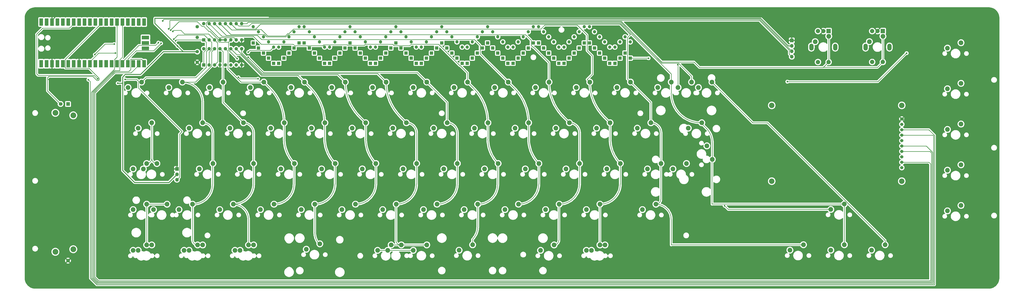
<source format=gtl>
G04 #@! TF.GenerationSoftware,KiCad,Pcbnew,8.0.3*
G04 #@! TF.CreationDate,2024-09-11T17:02:16-04:00*
G04 #@! TF.ProjectId,prototypeTOBETESTED,70726f74-6f74-4797-9065-544f42455445,rev?*
G04 #@! TF.SameCoordinates,Original*
G04 #@! TF.FileFunction,Copper,L1,Top*
G04 #@! TF.FilePolarity,Positive*
%FSLAX46Y46*%
G04 Gerber Fmt 4.6, Leading zero omitted, Abs format (unit mm)*
G04 Created by KiCad (PCBNEW 8.0.3) date 2024-09-11 17:02:16*
%MOMM*%
%LPD*%
G01*
G04 APERTURE LIST*
G04 #@! TA.AperFunction,Conductor*
%ADD10C,0.200000*%
G04 #@! TD*
G04 #@! TA.AperFunction,ComponentPad*
%ADD11R,1.500000X1.500000*%
G04 #@! TD*
G04 #@! TA.AperFunction,ComponentPad*
%ADD12O,1.500000X1.500000*%
G04 #@! TD*
G04 #@! TA.AperFunction,ComponentPad*
%ADD13C,2.200000*%
G04 #@! TD*
G04 #@! TA.AperFunction,ComponentPad*
%ADD14O,1.700000X1.700000*%
G04 #@! TD*
G04 #@! TA.AperFunction,SMDPad,CuDef*
%ADD15R,1.700000X3.500000*%
G04 #@! TD*
G04 #@! TA.AperFunction,ComponentPad*
%ADD16R,1.700000X1.700000*%
G04 #@! TD*
G04 #@! TA.AperFunction,SMDPad,CuDef*
%ADD17R,3.500000X1.700000*%
G04 #@! TD*
G04 #@! TA.AperFunction,WasherPad*
%ADD18O,2.000000X3.200000*%
G04 #@! TD*
G04 #@! TA.AperFunction,ComponentPad*
%ADD19R,2.000000X2.000000*%
G04 #@! TD*
G04 #@! TA.AperFunction,ComponentPad*
%ADD20C,2.000000*%
G04 #@! TD*
G04 #@! TA.AperFunction,ComponentPad*
%ADD21R,1.600000X1.600000*%
G04 #@! TD*
G04 #@! TA.AperFunction,ComponentPad*
%ADD22O,1.600000X1.600000*%
G04 #@! TD*
G04 #@! TA.AperFunction,ComponentPad*
%ADD23R,1.750000X1.750000*%
G04 #@! TD*
G04 #@! TA.AperFunction,ComponentPad*
%ADD24C,1.750000*%
G04 #@! TD*
G04 #@! TA.AperFunction,ComponentPad*
%ADD25C,2.700000*%
G04 #@! TD*
G04 #@! TA.AperFunction,ComponentPad*
%ADD26C,1.600000*%
G04 #@! TD*
G04 #@! TA.AperFunction,WasherPad*
%ADD27C,2.540000*%
G04 #@! TD*
G04 #@! TA.AperFunction,ComponentPad*
%ADD28C,1.524000*%
G04 #@! TD*
G04 #@! TA.AperFunction,ViaPad*
%ADD29C,0.800000*%
G04 #@! TD*
G04 #@! TA.AperFunction,Conductor*
%ADD30C,0.381000*%
G04 #@! TD*
G04 #@! TA.AperFunction,Conductor*
%ADD31C,0.254000*%
G04 #@! TD*
G04 APERTURE END LIST*
D10*
X166792800Y-155404200D02*
X166640300Y-155709200D01*
D11*
X302711300Y-127493300D03*
D12*
X302711300Y-119873300D03*
D13*
X295717800Y-212704200D03*
X289367800Y-215244200D03*
X338692800Y-136304200D03*
X332342800Y-138844200D03*
X147698200Y-155397200D03*
X141348200Y-157937200D03*
D14*
X33728400Y-126807600D03*
D15*
X33728400Y-127707600D03*
D14*
X36268400Y-126807600D03*
D15*
X36268400Y-127707600D03*
D16*
X38808400Y-126807600D03*
D15*
X38808400Y-127707600D03*
D14*
X41348400Y-126807600D03*
D15*
X41348400Y-127707600D03*
D14*
X43888400Y-126807600D03*
D15*
X43888400Y-127707600D03*
D14*
X46428400Y-126807600D03*
D15*
X46428400Y-127707600D03*
D14*
X48968400Y-126807600D03*
D15*
X48968400Y-127707600D03*
D16*
X51508400Y-126807600D03*
D15*
X51508400Y-127707600D03*
D14*
X54048400Y-126807600D03*
D15*
X54048400Y-127707600D03*
D14*
X56588400Y-126807600D03*
D15*
X56588400Y-127707600D03*
D14*
X59128400Y-126807600D03*
D15*
X59128400Y-127707600D03*
D14*
X61668400Y-126807600D03*
D15*
X61668400Y-127707600D03*
D16*
X64208400Y-126807600D03*
D15*
X64208400Y-127707600D03*
D14*
X66748400Y-126807600D03*
D15*
X66748400Y-127707600D03*
D14*
X69288400Y-126807600D03*
D15*
X69288400Y-127707600D03*
D14*
X71828400Y-126807600D03*
D15*
X71828400Y-127707600D03*
D14*
X74368400Y-126807600D03*
D15*
X74368400Y-127707600D03*
D16*
X76908400Y-126807600D03*
D15*
X76908400Y-127707600D03*
D14*
X79448400Y-126807600D03*
D15*
X79448400Y-127707600D03*
D14*
X81988400Y-126807600D03*
D15*
X81988400Y-127707600D03*
D14*
X81988400Y-109027600D03*
D15*
X81988400Y-108127600D03*
D14*
X79448400Y-109027600D03*
D15*
X79448400Y-108127600D03*
D16*
X76908400Y-109027600D03*
D15*
X76908400Y-108127600D03*
D14*
X74368400Y-109027600D03*
D15*
X74368400Y-108127600D03*
D14*
X71828400Y-109027600D03*
D15*
X71828400Y-108127600D03*
D14*
X69288400Y-109027600D03*
D15*
X69288400Y-108127600D03*
D14*
X66748400Y-109027600D03*
D15*
X66748400Y-108127600D03*
D16*
X64208400Y-109027600D03*
D15*
X64208400Y-108127600D03*
D14*
X61668400Y-109027600D03*
D15*
X61668400Y-108127600D03*
D14*
X59128400Y-109027600D03*
D15*
X59128400Y-108127600D03*
D14*
X56588400Y-109027600D03*
D15*
X56588400Y-108127600D03*
D14*
X54048400Y-109027600D03*
D15*
X54048400Y-108127600D03*
D16*
X51508400Y-109027600D03*
D15*
X51508400Y-108127600D03*
D14*
X48968400Y-109027600D03*
D15*
X48968400Y-108127600D03*
D14*
X46428400Y-109027600D03*
D15*
X46428400Y-108127600D03*
D14*
X43888400Y-109027600D03*
D15*
X43888400Y-108127600D03*
D14*
X41348400Y-109027600D03*
D15*
X41348400Y-108127600D03*
D16*
X38808400Y-109027600D03*
D15*
X38808400Y-108127600D03*
D14*
X36268400Y-109027600D03*
D15*
X36268400Y-108127600D03*
D14*
X33728400Y-109027600D03*
D15*
X33728400Y-108127600D03*
D14*
X81758400Y-120457600D03*
D17*
X82658400Y-120457600D03*
D16*
X81758400Y-117917600D03*
D17*
X82658400Y-117917600D03*
D14*
X81758400Y-115377600D03*
D17*
X82658400Y-115377600D03*
D11*
X173786300Y-122718300D03*
D12*
X173786300Y-115098300D03*
D13*
X185898200Y-155397200D03*
X179548200Y-157937200D03*
D11*
X145136300Y-127493300D03*
D12*
X145136300Y-119873300D03*
D11*
X259736300Y-122718300D03*
D12*
X259736300Y-115098300D03*
D13*
X133373200Y-174497200D03*
X127023200Y-177037200D03*
X243198200Y-155397200D03*
X236848200Y-157937200D03*
X99948200Y-136297200D03*
X93598200Y-138837200D03*
X85617800Y-155404200D03*
X79267800Y-157944200D03*
D11*
X135586300Y-120330800D03*
D12*
X135586300Y-112710800D03*
D11*
X231086300Y-127493300D03*
D12*
X231086300Y-119873300D03*
D11*
X214373800Y-125105800D03*
D12*
X214373800Y-117485800D03*
D13*
X257523200Y-193597200D03*
X251173200Y-196137200D03*
D16*
X385670400Y-116810000D03*
D14*
X385670400Y-119350000D03*
X385670400Y-121890000D03*
X385670400Y-124430000D03*
D13*
X391130400Y-212596800D03*
X384780400Y-215136800D03*
X295723200Y-193597200D03*
X289373200Y-196137200D03*
D11*
X183336300Y-122718300D03*
D12*
X183336300Y-115098300D03*
D13*
X298105300Y-212704200D03*
X291755300Y-215244200D03*
X319598200Y-155397200D03*
X313248200Y-157937200D03*
D11*
X180948800Y-120330800D03*
D12*
X180948800Y-112710800D03*
D11*
X271673800Y-122718300D03*
D12*
X271673800Y-115098300D03*
D13*
X130986550Y-212704200D03*
X124636550Y-215244200D03*
X271848200Y-136297200D03*
X265498200Y-138837200D03*
D11*
X295548800Y-122718300D03*
D12*
X295548800Y-115098300D03*
D11*
X250186300Y-125105800D03*
D12*
X250186300Y-117485800D03*
D13*
X83230300Y-174504200D03*
X76880300Y-177044200D03*
X142923200Y-193597200D03*
X136573200Y-196137200D03*
D11*
X266898800Y-117943300D03*
D12*
X266898800Y-110323300D03*
D13*
X410314200Y-212601800D03*
X403964200Y-215141800D03*
X138148200Y-136297200D03*
X131798200Y-138837200D03*
X465000400Y-175086800D03*
X458650400Y-177626800D03*
X152473200Y-174497200D03*
X146123200Y-177037200D03*
X290948200Y-136297200D03*
X284598200Y-138837200D03*
D11*
X276448800Y-127493300D03*
D12*
X276448800Y-119873300D03*
D13*
X128598200Y-155397200D03*
X122248200Y-157937200D03*
X348395300Y-172574200D03*
X345855300Y-166224200D03*
X85617800Y-212704200D03*
X79267800Y-215244200D03*
D11*
X245411300Y-120330800D03*
D12*
X245411300Y-112710800D03*
D11*
X171398800Y-125105800D03*
D12*
X171398800Y-117485800D03*
D13*
X195448200Y-136297200D03*
X189098200Y-138837200D03*
X83230300Y-193604200D03*
X76880300Y-196144200D03*
D11*
X264511300Y-117943300D03*
D12*
X264511300Y-110323300D03*
D11*
X154686300Y-117943300D03*
D12*
X154686300Y-110323300D03*
D11*
X300323800Y-127493300D03*
D12*
X300323800Y-119873300D03*
D11*
X147523800Y-125105800D03*
D12*
X147523800Y-117485800D03*
D13*
X238423200Y-193597200D03*
X232073200Y-196137200D03*
D11*
X192886300Y-125105800D03*
D12*
X192886300Y-117485800D03*
D11*
X197661300Y-120330800D03*
D12*
X197661300Y-112710800D03*
D13*
X166798200Y-155397200D03*
X160448200Y-157937200D03*
D11*
X257348800Y-125105800D03*
D12*
X257348800Y-117485800D03*
D13*
X465000400Y-155986800D03*
X458650400Y-158526800D03*
X92780300Y-193604200D03*
X86430300Y-196144200D03*
X262298200Y-155397200D03*
X255948200Y-157937200D03*
D11*
X283611300Y-122718300D03*
D12*
X283611300Y-115098300D03*
D11*
X188111300Y-127493300D03*
D12*
X188111300Y-119873300D03*
D11*
X185723800Y-125105800D03*
D12*
X185723800Y-117485800D03*
D11*
X297936300Y-125105800D03*
D12*
X297936300Y-117485800D03*
D13*
X465000400Y-136886800D03*
X458650400Y-139426800D03*
D18*
X431439000Y-119883800D03*
X420239000Y-119883800D03*
D19*
X428339000Y-112383800D03*
D20*
X423339000Y-112383800D03*
X425839000Y-112383800D03*
X423339000Y-126883800D03*
X428339000Y-126883800D03*
D11*
X169011300Y-127493300D03*
D12*
X169011300Y-119873300D03*
D11*
X290773800Y-117943300D03*
D12*
X290773800Y-110323300D03*
D13*
X107105300Y-212704200D03*
X100755300Y-215244200D03*
D18*
X406029000Y-119896700D03*
X394829000Y-119896700D03*
D19*
X402929000Y-112396700D03*
D20*
X397929000Y-112396700D03*
X400429000Y-112396700D03*
X397929000Y-126896700D03*
X402929000Y-126896700D03*
D11*
X200048800Y-117943300D03*
D12*
X200048800Y-110323300D03*
D11*
X281223800Y-125105800D03*
D12*
X281223800Y-117485800D03*
D11*
X226311300Y-122718300D03*
D12*
X226311300Y-115098300D03*
D13*
X200223200Y-193597200D03*
X193873200Y-196137200D03*
D11*
X207211300Y-125105800D03*
D12*
X207211300Y-117485800D03*
D11*
X278836300Y-127493300D03*
D12*
X278836300Y-119873300D03*
D11*
X209598800Y-127493300D03*
D12*
X209598800Y-119873300D03*
D11*
X254961300Y-127493300D03*
D12*
X254961300Y-119873300D03*
D13*
X465000400Y-194186800D03*
X458650400Y-196726800D03*
D21*
X109990300Y-116534200D03*
D22*
X112530300Y-116534200D03*
X115070300Y-116534200D03*
X117610300Y-116534200D03*
X120150300Y-116534200D03*
X122690300Y-116534200D03*
X125230300Y-116534200D03*
X127770300Y-116534200D03*
X127770300Y-108914200D03*
X125230300Y-108914200D03*
X122690300Y-108914200D03*
X120150300Y-108914200D03*
X117610300Y-108914200D03*
X115070300Y-108914200D03*
X112530300Y-108914200D03*
X109990300Y-108914200D03*
D11*
X164236300Y-125105800D03*
D12*
X164236300Y-117485800D03*
D11*
X269286300Y-120330800D03*
D12*
X269286300Y-112710800D03*
D11*
X262123800Y-120330800D03*
D12*
X262123800Y-112710800D03*
D11*
X240636300Y-120330800D03*
D12*
X240636300Y-112710800D03*
D11*
X293161300Y-120330800D03*
D12*
X293161300Y-112710800D03*
D13*
X176348200Y-136297200D03*
X169998200Y-138837200D03*
X104723200Y-193597200D03*
X98373200Y-196137200D03*
X343467800Y-155404200D03*
X337117800Y-157944200D03*
D11*
X204823800Y-122718300D03*
D12*
X204823800Y-115098300D03*
D11*
X285998800Y-120330800D03*
D12*
X285998800Y-112710800D03*
D13*
X181123200Y-193597200D03*
X174773200Y-196137200D03*
D11*
X307486300Y-122718300D03*
D12*
X307486300Y-115098300D03*
D11*
X223923800Y-120330800D03*
D12*
X223923800Y-112710800D03*
D13*
X219323200Y-193597200D03*
X212973200Y-196137200D03*
X286173200Y-174497200D03*
X279823200Y-177037200D03*
X162023200Y-193597200D03*
X155673200Y-196137200D03*
X190673200Y-174497200D03*
X184323200Y-177037200D03*
X300498200Y-155397200D03*
X294148200Y-157937200D03*
D11*
X219148800Y-120330800D03*
D12*
X219148800Y-112710800D03*
D13*
X428384400Y-114796800D03*
X422034400Y-117336800D03*
D11*
X178561300Y-117943300D03*
D12*
X178561300Y-110323300D03*
D13*
X171573200Y-174497200D03*
X165223200Y-177037200D03*
X224098200Y-155397200D03*
X217748200Y-157937200D03*
X119048200Y-136297200D03*
X112698200Y-138837200D03*
X305273200Y-174497200D03*
X298923200Y-177037200D03*
D11*
X243023800Y-117943300D03*
D12*
X243023800Y-110323300D03*
D11*
X211986300Y-127493300D03*
D12*
X211986300Y-119873300D03*
D11*
X176173800Y-120330800D03*
D12*
X176173800Y-112710800D03*
D11*
X305098800Y-125105800D03*
D12*
X305098800Y-117485800D03*
D11*
X142748800Y-127493300D03*
D12*
X142748800Y-119873300D03*
D13*
X202605300Y-212679200D03*
X196255300Y-215219200D03*
X214542800Y-212679200D03*
X208192800Y-215219200D03*
X321980300Y-193604200D03*
X315630300Y-196144200D03*
X236030300Y-212649200D03*
X229680300Y-215189200D03*
D11*
X247798800Y-122718300D03*
D12*
X247798800Y-115098300D03*
D13*
X80848200Y-136297200D03*
X74498200Y-138837200D03*
D11*
X233473800Y-127493300D03*
D12*
X233473800Y-119873300D03*
D13*
X267073200Y-174497200D03*
X260723200Y-177037200D03*
X274230300Y-212704200D03*
X267880300Y-215244200D03*
D23*
X46370400Y-146576800D03*
D24*
X42870400Y-146576800D03*
X46370400Y-220076800D03*
D25*
X40420400Y-150726800D03*
X48820400Y-151926800D03*
X48820400Y-214726800D03*
X40420400Y-215926800D03*
D13*
X410314200Y-193501800D03*
X403964200Y-196041800D03*
X336305300Y-174504200D03*
X329955300Y-177044200D03*
D11*
X137973800Y-122718300D03*
D12*
X137973800Y-115098300D03*
D13*
X164405300Y-212171200D03*
X158055300Y-214711200D03*
D11*
X133198800Y-117943300D03*
D12*
X133198800Y-110323300D03*
D11*
X161848800Y-122718300D03*
D12*
X161848800Y-115098300D03*
D11*
X140361300Y-125105800D03*
D12*
X140361300Y-117485800D03*
D21*
X109990300Y-128246700D03*
D22*
X112530300Y-128246700D03*
X115070300Y-128246700D03*
X117610300Y-128246700D03*
X120150300Y-128246700D03*
X122690300Y-128246700D03*
X125230300Y-128246700D03*
X127770300Y-128246700D03*
X127770300Y-120626700D03*
X125230300Y-120626700D03*
X122690300Y-120626700D03*
X120150300Y-120626700D03*
X117610300Y-120626700D03*
X115070300Y-120626700D03*
X112530300Y-120626700D03*
X109990300Y-120626700D03*
D13*
X88005300Y-174504200D03*
X81655300Y-177044200D03*
D11*
X228698800Y-125105800D03*
D12*
X228698800Y-117485800D03*
D11*
X149911300Y-122718300D03*
D12*
X149911300Y-115098300D03*
D11*
X166623800Y-127493300D03*
D12*
X166623800Y-119873300D03*
D13*
X228873200Y-174497200D03*
X222523200Y-177037200D03*
D11*
X216761300Y-122718300D03*
D12*
X216761300Y-115098300D03*
D13*
X310048200Y-136297200D03*
X303698200Y-138837200D03*
X209773200Y-174497200D03*
X203423200Y-177037200D03*
X157248200Y-136297200D03*
X150898200Y-138837200D03*
D11*
X190498800Y-127493300D03*
D12*
X190498800Y-119873300D03*
D11*
X195273800Y-122718300D03*
D12*
X195273800Y-115098300D03*
D13*
X465000400Y-117834400D03*
X458650400Y-120374400D03*
X133367800Y-212704200D03*
X127017800Y-215244200D03*
X109498200Y-155397200D03*
X103148200Y-157937200D03*
D11*
X252573800Y-127493300D03*
D12*
X252573800Y-119873300D03*
D13*
X252748200Y-136297200D03*
X246398200Y-138837200D03*
D11*
X238248800Y-122718300D03*
D12*
X238248800Y-115098300D03*
D13*
X123823200Y-193597200D03*
X117473200Y-196137200D03*
X114273200Y-174497200D03*
X107923200Y-177037200D03*
D11*
X202436300Y-120330800D03*
D12*
X202436300Y-112710800D03*
D13*
X83230300Y-212704200D03*
X76880300Y-215244200D03*
D11*
X152298800Y-120330800D03*
D12*
X152298800Y-112710800D03*
D13*
X324373200Y-174497200D03*
X318023200Y-177037200D03*
D26*
X106952800Y-110346700D03*
X106952800Y-115346700D03*
D13*
X429414200Y-212601800D03*
X423064200Y-215141800D03*
X402974400Y-114809700D03*
X396624400Y-117349700D03*
X109490400Y-212716800D03*
X103140400Y-215256800D03*
X247973200Y-174497200D03*
X241623200Y-177037200D03*
X214548200Y-136297200D03*
X208198200Y-138837200D03*
X281398200Y-155397200D03*
X275048200Y-157937200D03*
X233648200Y-136297200D03*
X227298200Y-138837200D03*
X204998200Y-155397200D03*
X198648200Y-157937200D03*
D11*
X159461300Y-120330800D03*
D12*
X159461300Y-112710800D03*
D13*
X276623200Y-193597200D03*
X270273200Y-196137200D03*
D11*
X235861300Y-125105800D03*
D12*
X235861300Y-117485800D03*
D13*
X197830300Y-212704200D03*
X191480300Y-215244200D03*
D11*
X309928000Y-125055000D03*
D12*
X309928000Y-117435000D03*
D11*
X274061300Y-125105800D03*
D12*
X274061300Y-117485800D03*
D11*
X288386300Y-117943300D03*
D12*
X288386300Y-110323300D03*
D27*
X376272800Y-182789200D03*
X437232800Y-182789200D03*
X376272800Y-147229200D03*
X437232800Y-147229200D03*
D28*
X437232800Y-153579200D03*
X437232800Y-156119200D03*
X437232800Y-158659200D03*
X437232800Y-161199200D03*
X437232800Y-163739200D03*
X437232800Y-166279200D03*
X437232800Y-168819200D03*
X437232800Y-171359200D03*
X437232800Y-173899200D03*
X437232800Y-176439200D03*
D13*
X348248200Y-136297200D03*
X341898200Y-138837200D03*
D26*
X106952800Y-122059200D03*
X106952800Y-127059200D03*
D13*
X329148200Y-136297200D03*
X322798200Y-138837200D03*
D11*
X157073800Y-117943300D03*
D12*
X157073800Y-110323300D03*
D11*
X221536300Y-117943300D03*
D12*
X221536300Y-110323300D03*
D16*
X97402800Y-177044200D03*
D14*
X97402800Y-179584200D03*
X97402800Y-182124200D03*
D29*
X97717800Y-119429200D03*
X69654861Y-136844753D03*
X54787800Y-213819200D03*
X37448312Y-135080484D03*
X96207800Y-190409200D03*
X61833310Y-213250932D03*
X130827800Y-122284200D03*
X126224482Y-134050018D03*
X135427800Y-134759200D03*
X332227800Y-128159200D03*
X354174800Y-194320800D03*
X90751400Y-107629160D03*
X93545400Y-111389800D03*
X68018400Y-118501800D03*
X58925200Y-123378600D03*
X60246000Y-134834000D03*
X73098400Y-135062600D03*
X130827800Y-124671700D03*
X94459800Y-111974000D03*
X88694000Y-117790600D03*
X125627800Y-125359200D03*
X89964000Y-118146200D03*
X95475800Y-112558200D03*
X95907600Y-116190400D03*
X68526400Y-122718200D03*
X96720400Y-116952400D03*
X55902600Y-135189600D03*
X318538600Y-125131200D03*
X383588000Y-136104000D03*
X439493400Y-122743600D03*
D30*
X77565945Y-183364211D02*
X93622789Y-183364211D01*
X93622789Y-183364211D02*
X97402800Y-179584200D01*
X80351200Y-132725800D02*
X91017800Y-122059200D01*
X71919411Y-136844753D02*
X71932779Y-136858121D01*
X100347800Y-122059200D02*
X106952800Y-122059200D01*
X97717800Y-119429200D02*
X100347800Y-122059200D01*
X370964200Y-106363630D02*
X383950570Y-119350000D01*
X87060870Y-106363630D02*
X87060870Y-108772270D01*
X91017800Y-122059200D02*
X100347800Y-122059200D01*
X69654861Y-136844753D02*
X71919411Y-136844753D01*
X71932779Y-177731045D02*
X77565945Y-183364211D01*
X71932779Y-133942221D02*
X73149200Y-132725800D01*
X383950570Y-119350000D02*
X385670400Y-119350000D01*
X71932779Y-136858121D02*
X71932779Y-177731045D01*
X73149200Y-132725800D02*
X80351200Y-132725800D01*
X87060870Y-108772270D02*
X97717800Y-119429200D01*
X71932779Y-136858121D02*
X71932779Y-133942221D01*
X87060870Y-106363630D02*
X370964200Y-106363630D01*
X76755600Y-189718700D02*
X61877800Y-204596500D01*
X53311800Y-213243800D02*
X53311800Y-150943972D01*
X38808400Y-107286600D02*
X40719722Y-105375278D01*
X96207800Y-190409200D02*
X95517300Y-189718700D01*
X53311800Y-150943972D02*
X37448312Y-135080484D01*
X141322800Y-105782630D02*
X371656230Y-105782630D01*
X425839000Y-112383800D02*
X425839000Y-112102800D01*
X371656230Y-105782630D02*
X382699000Y-116825400D01*
X385670400Y-116810000D02*
X385670400Y-110602800D01*
X38808400Y-109027600D02*
X38808400Y-107286600D01*
X141322800Y-105782630D02*
X140637000Y-105782630D01*
X54212400Y-213243800D02*
X54787800Y-213819200D01*
X442871600Y-153528400D02*
X442871600Y-107706800D01*
X95517300Y-189718700D02*
X76755600Y-189718700D01*
X425839000Y-112102800D02*
X431022400Y-106919400D01*
X46428400Y-220127200D02*
X53311800Y-213243800D01*
X140915448Y-105375278D02*
X141322800Y-105782630D01*
X386839200Y-109434000D02*
X397558000Y-109434000D01*
X40719722Y-105375278D02*
X140915448Y-105375278D01*
X437232800Y-153579200D02*
X442820800Y-153579200D01*
X382699000Y-116825400D02*
X382714400Y-116810000D01*
X61877800Y-204596500D02*
X61877800Y-213379200D01*
X442820800Y-153579200D02*
X442871600Y-153528400D01*
X385670400Y-110602800D02*
X386839200Y-109434000D01*
X397558000Y-109434000D02*
X400352000Y-112228000D01*
X53311800Y-213243800D02*
X54212400Y-213243800D01*
X431022400Y-106919400D02*
X442084200Y-106919400D01*
X442871600Y-107706800D02*
X442084200Y-106919400D01*
X382714400Y-116810000D02*
X385670400Y-116810000D01*
D31*
X141214789Y-121407311D02*
X131664789Y-121407311D01*
X131681289Y-121430711D02*
X130827800Y-122284200D01*
X142748800Y-119873300D02*
X141214789Y-121407311D01*
X135427800Y-134759200D02*
X126933664Y-134759200D01*
X126933664Y-134759200D02*
X126224482Y-134050018D01*
X332227800Y-128159200D02*
X332342800Y-128274200D01*
X332342800Y-128274200D02*
X332342800Y-138844200D01*
X354174800Y-194320800D02*
X355902800Y-196048800D01*
X355902800Y-196048800D02*
X403958800Y-196048800D01*
X196230300Y-215244200D02*
X196255300Y-215219200D01*
X191480300Y-215244200D02*
X196230300Y-215244200D01*
X196255300Y-215219200D02*
X208192800Y-215219200D01*
X385670400Y-121890000D02*
X370661050Y-106880650D01*
X90751400Y-107376600D02*
X90751400Y-107629160D01*
X370661050Y-106880650D02*
X91247350Y-106880650D01*
X90802200Y-107325800D02*
X90751400Y-107376600D01*
X91247350Y-106880650D02*
X90751400Y-107376600D01*
X58823600Y-123378600D02*
X58925200Y-123277000D01*
X370472518Y-107334170D02*
X384493400Y-121355052D01*
X384493400Y-121355052D02*
X384493400Y-123253000D01*
X68018400Y-118501800D02*
X63700400Y-118501800D01*
X58925200Y-123277000D02*
X58925200Y-123378600D01*
X93545400Y-111339000D02*
X93545400Y-111389800D01*
X63700400Y-118501800D02*
X58925200Y-123277000D01*
X58925200Y-123378600D02*
X58823600Y-123378600D01*
X93545400Y-111389800D02*
X93494600Y-111389800D01*
X93494600Y-111389800D02*
X93443800Y-111440600D01*
X94027800Y-107334170D02*
X370472518Y-107334170D01*
X384493400Y-123253000D02*
X385670400Y-124430000D01*
X94027800Y-110856600D02*
X93545400Y-111339000D01*
X94027800Y-107334170D02*
X94027800Y-110856600D01*
X46987200Y-111008800D02*
X34439600Y-111008800D01*
X79416289Y-139136780D02*
X82156279Y-141876770D01*
X48968400Y-109027600D02*
X47114200Y-110881800D01*
X79416289Y-135900800D02*
X79416289Y-139136780D01*
X99790300Y-159526264D02*
X98579311Y-160737253D01*
X60246000Y-134834000D02*
X60271400Y-134834000D01*
X47114200Y-110881800D02*
X46987200Y-111008800D01*
X60271400Y-134834000D02*
X60296800Y-134859400D01*
X31671000Y-132446400D02*
X32404400Y-133179800D01*
X82156279Y-141892243D02*
X99790300Y-159526264D01*
X31671000Y-114133000D02*
X31671000Y-132446400D01*
X78578089Y-135062600D02*
X73098400Y-135062600D01*
X31594800Y-114056800D02*
X31671000Y-114133000D01*
X82156279Y-141876770D02*
X82156279Y-141892243D01*
X73098400Y-135062600D02*
X73047600Y-135062600D01*
X79416289Y-135900800D02*
X78578089Y-135062600D01*
X98579311Y-160737253D02*
X98579311Y-180947689D01*
X34439600Y-111008800D02*
X31594800Y-113853600D01*
X31594800Y-113853600D02*
X31594800Y-114056800D01*
X98579311Y-180947689D02*
X97402800Y-182124200D01*
X47114200Y-110881800D02*
X47114200Y-110907200D01*
X58591800Y-133179800D02*
X60246000Y-134834000D01*
X32404400Y-133179800D02*
X58591800Y-133179800D01*
X374222283Y-155404200D02*
X429408800Y-210590717D01*
X130154809Y-108914200D02*
X127770300Y-108914200D01*
X338692800Y-133596757D02*
X332528732Y-127432689D01*
X367342800Y-155404200D02*
X374222283Y-155404200D01*
X429408800Y-210590717D02*
X429408800Y-212608800D01*
X130827800Y-108241209D02*
X130154809Y-108914200D01*
X305509809Y-108241209D02*
X130827800Y-108241209D01*
X338692800Y-136304200D02*
X338692800Y-133596757D01*
X324701289Y-127432689D02*
X305509809Y-108241209D01*
X367342800Y-155404200D02*
X348242800Y-136304200D01*
X332528732Y-127432689D02*
X324701289Y-127432689D01*
X112530300Y-120626700D02*
X111227800Y-121929200D01*
X111227800Y-121929200D02*
X111227800Y-129262222D01*
X83230300Y-193604200D02*
X83230300Y-212704200D01*
X85617800Y-155404200D02*
X85617800Y-172116700D01*
X82925300Y-134221700D02*
X80842800Y-136304200D01*
X111227800Y-129262222D02*
X106268322Y-134221700D01*
X83230300Y-212704200D02*
X85617800Y-212704200D01*
X83230300Y-193604200D02*
X92780300Y-193604200D01*
X106268322Y-134221700D02*
X82925300Y-134221700D01*
X85617800Y-172116700D02*
G75*
G03*
X88005300Y-174504200I2387500J0D01*
G01*
X85617800Y-172116700D02*
G75*
G02*
X83230300Y-174504200I-2387500J0D01*
G01*
X114115300Y-184359200D02*
X114115300Y-174656700D01*
X104717800Y-210316700D02*
X104717800Y-193604200D01*
X115070300Y-120626700D02*
X113656811Y-122040189D01*
X109492800Y-212704200D02*
X107105300Y-212704200D01*
X113656811Y-122040189D02*
X113656811Y-128713317D01*
X109492800Y-155404200D02*
X109492800Y-145854200D01*
X114267800Y-174504200D02*
X114267800Y-160179200D01*
X113656811Y-128713317D02*
X106065928Y-136304200D01*
X106065928Y-136304200D02*
X99942800Y-136304200D01*
X104717800Y-193604200D02*
X104870300Y-193604200D01*
X114267800Y-160179200D02*
G75*
G03*
X109492800Y-155404200I-4775000J0D01*
G01*
X107105300Y-212704200D02*
G75*
G02*
X104717800Y-210316700I0J2387500D01*
G01*
X104870300Y-193604200D02*
G75*
G03*
X114115300Y-184359200I0J9245000D01*
G01*
X109492800Y-145854200D02*
G75*
G03*
X99942800Y-136304200I-9550000J0D01*
G01*
X114115300Y-174656700D02*
G75*
G02*
X114267800Y-174504200I152500J0D01*
G01*
X119042800Y-136304200D02*
X119042800Y-145854200D01*
X133367800Y-212704200D02*
X130986550Y-212704200D01*
X130986550Y-212704200D02*
X130986550Y-200772950D01*
X133367800Y-174504200D02*
X133367800Y-160179200D01*
X117610300Y-120626700D02*
X119023789Y-122040189D01*
X133367800Y-174504200D02*
X133367800Y-184054200D01*
X119023789Y-136285189D02*
X119042800Y-136304200D01*
X119023789Y-122040189D02*
X119023789Y-136285189D01*
X119042800Y-145854200D02*
X128592800Y-155404200D01*
X133367800Y-160179200D02*
G75*
G03*
X128592800Y-155404200I-4775000J0D01*
G01*
X133367800Y-184054200D02*
G75*
G02*
X123817800Y-193604200I-9550000J0D01*
G01*
X130986550Y-200772950D02*
G75*
G03*
X123817800Y-193604200I-7168750J0D01*
G01*
X138142800Y-136304200D02*
X140939930Y-139101330D01*
X147692800Y-155404200D02*
X147692800Y-162976331D01*
X127451236Y-136304200D02*
X138142800Y-136304200D01*
X152315300Y-184206700D02*
X152315300Y-174656700D01*
X120150300Y-120626700D02*
X121277800Y-121754200D01*
X121277800Y-130130764D02*
X127451236Y-136304200D01*
X121277800Y-121754200D02*
X121277800Y-130130764D01*
X142917800Y-193604200D02*
G75*
G03*
X152315300Y-184206700I0J9397500D01*
G01*
X147692800Y-162976331D02*
G75*
G03*
X152467802Y-174504198I16302860J1D01*
G01*
X152315300Y-174656700D02*
G75*
G02*
X152467800Y-174504200I152500J0D01*
G01*
X140939930Y-139101330D02*
G75*
G02*
X147692812Y-155404200I-16302830J-16302870D01*
G01*
X157242800Y-136304200D02*
X159785474Y-138846874D01*
X122690300Y-120626700D02*
X125502895Y-123439295D01*
X127285204Y-123439295D02*
X137040669Y-133194760D01*
X166640300Y-155395888D02*
X166640300Y-162608163D01*
X154133360Y-133194760D02*
X157242800Y-136304200D01*
X171567800Y-184054200D02*
X171567800Y-174504200D01*
X162017800Y-193604200D02*
X162017800Y-206915266D01*
X137040669Y-133194760D02*
X154133360Y-133194760D01*
X125502895Y-123439295D02*
X127285204Y-123439295D01*
X159785474Y-138846874D02*
G75*
G02*
X166640320Y-155395888I-16548974J-16549026D01*
G01*
X162017800Y-193604200D02*
G75*
G03*
X171567800Y-184054200I0J9550000D01*
G01*
X162017800Y-206915266D02*
G75*
G03*
X164405290Y-212679210I8151400J-34D01*
G01*
X166640300Y-162608163D02*
G75*
G03*
X171567803Y-174504197I16823530J3D01*
G01*
X183095670Y-152607070D02*
X185892800Y-155404200D01*
X190667800Y-184054200D02*
X190667800Y-174504200D01*
X125230300Y-120626700D02*
X125230300Y-120743017D01*
X137228523Y-132741240D02*
X172779840Y-132741240D01*
X172779840Y-132741240D02*
X176342800Y-136304200D01*
X185892800Y-155404200D02*
X185892800Y-162976331D01*
X125230300Y-120743017D02*
X137228523Y-132741240D01*
X176342800Y-136304200D02*
G75*
G03*
X183095678Y-152607062I23055700J0D01*
G01*
X185892800Y-162976331D02*
G75*
G03*
X190667802Y-174504198I16302860J1D01*
G01*
X181117800Y-193604200D02*
G75*
G03*
X190667800Y-184054200I0J9550000D01*
G01*
X197890655Y-212679200D02*
X202605300Y-212679200D01*
X200065300Y-210621700D02*
X200065300Y-193756700D01*
X209767800Y-184054200D02*
X209767800Y-174504200D01*
X137416377Y-132287720D02*
X191426320Y-132287720D01*
X204992800Y-155404200D02*
X202195670Y-152607070D01*
X127770300Y-122641643D02*
X137416377Y-132287720D01*
X214542800Y-212679200D02*
X202605300Y-212679200D01*
X191426320Y-132287720D02*
X195442800Y-136304200D01*
X209767800Y-174504200D02*
X209767800Y-160179200D01*
X127770300Y-120626700D02*
X127770300Y-122641643D01*
X209767800Y-160179200D02*
G75*
G03*
X204992800Y-155404200I-4775000J0D01*
G01*
X202122800Y-212679200D02*
G75*
G02*
X200065300Y-210621700I0J2057500D01*
G01*
X197890655Y-212679200D02*
G75*
G03*
X197830334Y-212704234I45J-85300D01*
G01*
X200065300Y-193756700D02*
G75*
G02*
X200217800Y-193604200I152500J0D01*
G01*
X200217800Y-193604200D02*
G75*
G03*
X209767800Y-184054200I0J9550000D01*
G01*
X202195670Y-152607070D02*
G75*
G02*
X195442788Y-136304200I16302830J16302870D01*
G01*
X224092800Y-145854200D02*
X224092800Y-155404200D01*
X137990300Y-131834200D02*
X210072800Y-131834200D01*
X228867800Y-184054200D02*
X228867800Y-174504200D01*
X210072800Y-131834200D02*
X214542800Y-136304200D01*
X214542800Y-136304200D02*
X224092800Y-145854200D01*
X228867800Y-174504200D02*
X228867800Y-160179200D01*
X130827800Y-124671700D02*
X137990300Y-131834200D01*
X228867800Y-160179200D02*
G75*
G03*
X224092800Y-155404200I-4775000J0D01*
G01*
X219317800Y-193604200D02*
G75*
G03*
X228867800Y-184054200I0J9550000D01*
G01*
X243192800Y-162976331D02*
X243192800Y-155404200D01*
X177261767Y-118796789D02*
X177484789Y-119019811D01*
X198514789Y-118562311D02*
X199206767Y-119254289D01*
X199206767Y-119254289D02*
X206519322Y-119254289D01*
X136918271Y-118562311D02*
X151914267Y-118562311D01*
X236030300Y-212649200D02*
X236030300Y-210007689D01*
X220002289Y-118562311D02*
X230009789Y-128569811D01*
X185723800Y-118562311D02*
X198514789Y-118562311D01*
X177484789Y-119019811D02*
X185266300Y-119019811D01*
X247815300Y-184359200D02*
X247815300Y-174656700D01*
X206519322Y-119254289D02*
X207211300Y-118562311D01*
X185266300Y-119019811D02*
X185723800Y-118562311D01*
X233642800Y-131986700D02*
X233642800Y-136304200D01*
X230009789Y-128569811D02*
X230232811Y-128569811D01*
X152606245Y-119254289D02*
X165720393Y-119254289D01*
X165720393Y-119254289D02*
X166177893Y-118796789D01*
X151914267Y-118562311D02*
X152606245Y-119254289D01*
X133198800Y-114842840D02*
X136918271Y-118562311D01*
X118482340Y-114866240D02*
X133215300Y-114866240D01*
X207211300Y-118562311D02*
X220002289Y-118562311D01*
X238417800Y-204243755D02*
X238417800Y-193604200D01*
X236439930Y-139101330D02*
X233642800Y-136304200D01*
X112530300Y-108914200D02*
X118482340Y-114866240D01*
X230249311Y-128593211D02*
X233642800Y-131986700D01*
X238417800Y-193604200D02*
X238570300Y-193604200D01*
X166177893Y-118796789D02*
X177261767Y-118796789D01*
X247967800Y-174504200D02*
G75*
G02*
X243192787Y-162976331I11527900J11527900D01*
G01*
X238570300Y-193604200D02*
G75*
G03*
X247815300Y-184359200I0J9245000D01*
G01*
X247815300Y-174656700D02*
G75*
G02*
X247967800Y-174504200I152500J0D01*
G01*
X243192800Y-155404200D02*
G75*
G03*
X236439922Y-139101338I-23055700J0D01*
G01*
X236030300Y-210007689D02*
G75*
G03*
X238417778Y-204243755I-5763900J5763889D01*
G01*
X255539930Y-139101330D02*
X252742800Y-136304200D01*
X262292800Y-162976331D02*
X262292800Y-155404200D01*
X267067800Y-184054200D02*
X267067800Y-174504200D01*
X137058278Y-116335800D02*
X135111798Y-114389320D01*
X120568820Y-114412720D02*
X115070300Y-108914200D01*
X252742800Y-136304200D02*
X239576289Y-123137689D01*
X239559789Y-123114289D02*
X239559789Y-119031267D01*
X236864322Y-116335800D02*
X137058278Y-116335800D01*
X135128298Y-114412720D02*
X120568820Y-114412720D01*
X239559789Y-119031267D02*
X236864322Y-116335800D01*
X262292800Y-155404200D02*
G75*
G03*
X255539922Y-139101338I-23055700J0D01*
G01*
X257517800Y-193604200D02*
G75*
G03*
X267067800Y-184054200I0J9550000D01*
G01*
X267067800Y-174504200D02*
G75*
G02*
X262292787Y-162976331I11527900J11527900D01*
G01*
X260812811Y-114021789D02*
X149465393Y-114021789D01*
X286167800Y-174504200D02*
X286167800Y-160179200D01*
X138350218Y-113959200D02*
X122655300Y-113959200D01*
X264511300Y-120096322D02*
X263434789Y-119019811D01*
X276465300Y-210469200D02*
X276465300Y-193756700D01*
X271842800Y-136304200D02*
X271842800Y-127211700D01*
X263434789Y-116643767D02*
X260812811Y-114021789D01*
X271826300Y-127188300D02*
X264734322Y-120096322D01*
X139496218Y-115098300D02*
X138333718Y-113935800D01*
X149465393Y-114021789D02*
X148388882Y-115098300D01*
X263434789Y-119019811D02*
X263434789Y-116643767D01*
X148388882Y-115098300D02*
X139496218Y-115098300D01*
X281392800Y-155404200D02*
X278595670Y-152607070D01*
X264734322Y-120096322D02*
X264511300Y-120096322D01*
X122655300Y-113959200D02*
X117610300Y-108914200D01*
X286167800Y-184054200D02*
X286167800Y-174504200D01*
X274230300Y-212704200D02*
G75*
G03*
X276465300Y-210469200I0J2235000D01*
G01*
X276465300Y-193756700D02*
G75*
G02*
X276617800Y-193604200I152500J0D01*
G01*
X276617800Y-193604200D02*
G75*
G03*
X286167800Y-184054200I0J9550000D01*
G01*
X278595670Y-152607070D02*
G75*
G02*
X271842788Y-136304200I16302830J16302870D01*
G01*
X286167800Y-160179200D02*
G75*
G03*
X281392800Y-155404200I-4775000J0D01*
G01*
X298105300Y-212704200D02*
X295717800Y-212704200D01*
X134463165Y-111853331D02*
X134682207Y-111634289D01*
X268032427Y-111399811D02*
X269853869Y-109578369D01*
X152087371Y-111399811D02*
X268032427Y-111399811D01*
X300492800Y-162976331D02*
X300492800Y-155404200D01*
X139906290Y-114643290D02*
X148202518Y-114643290D01*
X289713789Y-135075189D02*
X290942800Y-136304200D01*
X300492800Y-155404200D02*
X297695670Y-152607070D01*
X136897289Y-111634289D02*
X139906290Y-114643290D01*
X123112831Y-111876731D02*
X134479665Y-111876731D01*
X305267800Y-184054200D02*
X305267800Y-174504200D01*
X149277539Y-113568269D02*
X149918913Y-113568269D01*
X289697289Y-114256267D02*
X289697289Y-121571789D01*
X269853869Y-109578369D02*
X285019391Y-109578369D01*
X292137800Y-132651178D02*
X289713789Y-135075189D01*
X120150300Y-108914200D02*
X123112831Y-111876731D01*
X292137800Y-124019200D02*
X292137800Y-132651178D01*
X148202518Y-114643290D02*
X149277539Y-113568269D01*
X134682207Y-111634289D02*
X136897289Y-111634289D01*
X295717800Y-212704200D02*
X295717800Y-193604200D01*
X149918913Y-113568269D02*
X152087371Y-111399811D01*
X285019391Y-109578369D02*
X289697289Y-114256267D01*
X289697289Y-121571789D02*
X292121300Y-123995800D01*
X297695670Y-152607070D02*
G75*
G02*
X290942788Y-136304200I16302830J16302870D01*
G01*
X305267800Y-174504200D02*
G75*
G02*
X300492787Y-162976331I11527900J11527900D01*
G01*
X295717800Y-193604200D02*
G75*
G03*
X305267800Y-184054200I0J9550000D01*
G01*
X329238200Y-212608800D02*
X391208800Y-212608800D01*
X324241821Y-191342679D02*
X324241821Y-174808340D01*
X125199311Y-111423211D02*
X134291811Y-111423211D01*
X308563300Y-134824700D02*
X310042800Y-136304200D01*
X308563300Y-115421499D02*
X308563300Y-134824700D01*
X329142800Y-212704200D02*
X329238200Y-212608800D01*
X309975586Y-114009213D02*
X308563300Y-115421499D01*
X310042800Y-136304200D02*
X319592800Y-145854200D01*
X134275311Y-111399811D02*
X136550273Y-109124849D01*
X122690300Y-108914200D02*
X125199311Y-111423211D01*
X305098800Y-109124849D02*
X310026300Y-114052349D01*
X329142800Y-200766700D02*
X329142800Y-212704200D01*
X319592800Y-145854200D02*
X319592800Y-155404200D01*
X136550273Y-109124849D02*
X305098800Y-109124849D01*
X324367800Y-160179200D02*
X324367800Y-174504200D01*
X324241821Y-174808340D02*
G75*
G02*
X324367788Y-174504188I430079J40D01*
G01*
X321980300Y-193604200D02*
G75*
G03*
X324241800Y-191342679I0J2261500D01*
G01*
X321980300Y-193604200D02*
G75*
G02*
X329142800Y-200766700I0J-7162500D01*
G01*
X319592800Y-155404200D02*
G75*
G02*
X324367800Y-160179200I0J-4775000D01*
G01*
X345702800Y-158096700D02*
X343791302Y-156185202D01*
X125230300Y-108914200D02*
X126356811Y-110040711D01*
X348395300Y-172574200D02*
X348395300Y-164596970D01*
X329142800Y-141536700D02*
X329142800Y-136304200D01*
X132479771Y-108694729D02*
X305303154Y-108694729D01*
X410308800Y-193508800D02*
X410308800Y-212608800D01*
X348242800Y-193604200D02*
X348242800Y-172942367D01*
X329142800Y-132534375D02*
X329142800Y-136304200D01*
X348338200Y-193508800D02*
X410308800Y-193508800D01*
X343467800Y-155404200D02*
X343010300Y-155404200D01*
X305303154Y-108694729D02*
X329142800Y-132534375D01*
X348242800Y-193604200D02*
X348338200Y-193508800D01*
X131133789Y-110040711D02*
X132479771Y-108694729D01*
X126356811Y-110040711D02*
X131133789Y-110040711D01*
X348395300Y-164596970D02*
G75*
G03*
X345702791Y-158096709I-9192800J-30D01*
G01*
X348242800Y-172942367D02*
G75*
G02*
X348395309Y-172574209I520700J-33D01*
G01*
X343010300Y-155404200D02*
G75*
G02*
X329142800Y-141536700I0J13867500D01*
G01*
X343791302Y-156185202D02*
G75*
G02*
X343467799Y-155404200I780998J781002D01*
G01*
X428379000Y-114803800D02*
X428379000Y-126843800D01*
X308445487Y-110535513D02*
X305697663Y-107787689D01*
X111899311Y-107787689D02*
X111116811Y-108570189D01*
X402969000Y-126856700D02*
X402929000Y-126896700D01*
X428379000Y-126843800D02*
X428339000Y-126883800D01*
X400427750Y-129397950D02*
X402929000Y-126896700D01*
X111116811Y-109735711D02*
X116788789Y-115407689D01*
X324806674Y-126896700D02*
X308445487Y-110535513D01*
X342402314Y-129446700D02*
X339852314Y-126896700D01*
X402969000Y-114816700D02*
X402969000Y-126856700D01*
X400379000Y-129446700D02*
X400427750Y-129397950D01*
X339852314Y-126896700D02*
X324806674Y-126896700D01*
X111116811Y-108570189D02*
X111116811Y-109735711D01*
X400427750Y-129397950D02*
X425824850Y-129397950D01*
X425824850Y-129397950D02*
X428339000Y-126883800D01*
X124103789Y-115407689D02*
X125230300Y-116534200D01*
X305697663Y-107787689D02*
X111899311Y-107787689D01*
X345513400Y-129446700D02*
X342402314Y-129446700D01*
X116788789Y-115407689D02*
X124103789Y-115407689D01*
X345513400Y-129446700D02*
X400379000Y-129446700D01*
X94332800Y-111974000D02*
X94358200Y-111948600D01*
X106368900Y-107959200D02*
X106952800Y-107959200D01*
X106368900Y-107959200D02*
X98347600Y-107959200D01*
X112371963Y-112505300D02*
X112921506Y-112505300D01*
X94459800Y-111974000D02*
X94332800Y-111974000D01*
X109182831Y-110189231D02*
X110055894Y-110189231D01*
X121563789Y-121295189D02*
X125627800Y-125359200D01*
X116483789Y-117000817D02*
X117143683Y-117660711D01*
X122690300Y-116534200D02*
X121563789Y-117660711D01*
X98347600Y-107959200D02*
X94459800Y-111847000D01*
X88694000Y-117790600D02*
X87390000Y-119094600D01*
X121563789Y-117660711D02*
X121563789Y-121295189D01*
X112921506Y-112505300D02*
X116483789Y-116067583D01*
X79541400Y-119094600D02*
X71828400Y-126807600D01*
X116483789Y-116067583D02*
X116483789Y-117000817D01*
X110055894Y-110189231D02*
X112371963Y-112505300D01*
X94459800Y-111847000D02*
X94459800Y-111974000D01*
X117143683Y-117660711D02*
X121563789Y-117660711D01*
X87390000Y-119094600D02*
X79541400Y-119094600D01*
X106952800Y-107959200D02*
X109182831Y-110189231D01*
X95858900Y-112048100D02*
X95475800Y-112431200D01*
X95475800Y-112558200D02*
X95348800Y-112558200D01*
X99282800Y-112048100D02*
X95858900Y-112048100D01*
X115070300Y-128246700D02*
X116483789Y-126833211D01*
X100942811Y-113708111D02*
X112244211Y-113708111D01*
X100942811Y-113708111D02*
X99282800Y-112048100D01*
X74368400Y-125605519D02*
X74368400Y-126807600D01*
X95348800Y-112558200D02*
X95374200Y-112532800D01*
X116483789Y-117947689D02*
X115070300Y-116534200D01*
X116483789Y-126833211D02*
X116483789Y-117947689D01*
X86475600Y-121634600D02*
X78339319Y-121634600D01*
X112244211Y-113708111D02*
X115070300Y-116534200D01*
X89964000Y-118146200D02*
X86475600Y-121634600D01*
X78339319Y-121634600D02*
X74368400Y-125605519D01*
X95475800Y-112431200D02*
X95475800Y-112558200D01*
X97877811Y-114220189D02*
X95907600Y-116190400D01*
X98457689Y-114220189D02*
X110216289Y-114220189D01*
X112530300Y-128246700D02*
X112530300Y-122219828D01*
X110216289Y-114220189D02*
X112530300Y-116534200D01*
X113656811Y-121093317D02*
X113656811Y-117660711D01*
X113656811Y-117660711D02*
X112530300Y-116534200D01*
X98457689Y-114220189D02*
X97877811Y-114220189D01*
X112530300Y-122219828D02*
X113656811Y-121093317D01*
X98688900Y-116534200D02*
X97037000Y-116534200D01*
X96720400Y-116952400D02*
X96618800Y-116952400D01*
X109990300Y-128246700D02*
X109990300Y-122219828D01*
X111116811Y-121093317D02*
X111116811Y-117660711D01*
X109990300Y-122219828D02*
X111116811Y-121093317D01*
X60677800Y-122718200D02*
X56588400Y-126807600D01*
X98688900Y-116534200D02*
X109990300Y-116534200D01*
X96720400Y-116850800D02*
X96720400Y-116952400D01*
X68526400Y-122718200D02*
X60677800Y-122718200D01*
X96618800Y-116952400D02*
X96669600Y-116901600D01*
X97037000Y-116534200D02*
X96720400Y-116850800D01*
X111116811Y-117660711D02*
X109990300Y-116534200D01*
X56817000Y-136104000D02*
X56817000Y-228382201D01*
X449939852Y-158659200D02*
X437232800Y-158659200D01*
X56817000Y-228382201D02*
X59814199Y-231379400D01*
X452596600Y-231306400D02*
X452596600Y-161315948D01*
X55902600Y-135189600D02*
X56817000Y-136104000D01*
X452523600Y-231379400D02*
X452596600Y-231306400D01*
X452596600Y-161315948D02*
X449939852Y-158659200D01*
X59814199Y-231379400D02*
X452523600Y-231379400D01*
X60195200Y-230411000D02*
X57858400Y-228074200D01*
X71828400Y-124606441D02*
X71828400Y-109154600D01*
X57858400Y-141114852D02*
X68076252Y-130897000D01*
X451682200Y-230239600D02*
X451510800Y-230411000D01*
X57858400Y-228074200D02*
X57858400Y-141114852D01*
X437232800Y-166279200D02*
X448695252Y-166279200D01*
X451510800Y-230411000D02*
X60195200Y-230411000D01*
X451682200Y-169266148D02*
X451682200Y-230239600D01*
X68076252Y-130897000D02*
X70609200Y-130897000D01*
X448695252Y-166279200D02*
X451682200Y-169266148D01*
X70609200Y-125825641D02*
X71828400Y-124606441D01*
X70609200Y-130897000D02*
X70609200Y-125825641D01*
X69288400Y-124597800D02*
X69288400Y-109027600D01*
X59999051Y-230922200D02*
X57299600Y-228222749D01*
X452117200Y-230922200D02*
X59999051Y-230922200D01*
X57299600Y-228222749D02*
X57299600Y-141031600D01*
X57299600Y-141031600D02*
X68111400Y-130219800D01*
X68111400Y-130219800D02*
X68111400Y-125774800D01*
X437232800Y-161199200D02*
X451837800Y-161199200D01*
X452136200Y-230903200D02*
X452117200Y-230922200D01*
X451837800Y-161199200D02*
X452136200Y-161497600D01*
X452136200Y-161497600D02*
X452136200Y-230903200D01*
X68111400Y-125774800D02*
X69288400Y-124597800D01*
X75731400Y-130430052D02*
X75731400Y-125630600D01*
X75731400Y-125630600D02*
X75748200Y-125613800D01*
X58366400Y-141248904D02*
X68264304Y-131351000D01*
X451098000Y-229957000D02*
X60383252Y-229957000D01*
X437232800Y-168819200D02*
X450536000Y-168819200D01*
X451199600Y-229855400D02*
X451098000Y-229957000D01*
X451199600Y-169482800D02*
X451199600Y-229855400D01*
X58366400Y-227940148D02*
X58366400Y-141248904D01*
X80794600Y-125613800D02*
X81988400Y-126807600D01*
X74810452Y-131351000D02*
X75731400Y-130430052D01*
X75748200Y-125613800D02*
X80794600Y-125613800D01*
X68264304Y-131351000D02*
X74810452Y-131351000D01*
X60383252Y-229957000D02*
X58366400Y-227940148D01*
X450536000Y-168819200D02*
X451199600Y-169482800D01*
X58877600Y-141379756D02*
X68318956Y-131938400D01*
X450720200Y-229449000D02*
X450666200Y-229503000D01*
X60579400Y-229499800D02*
X58877600Y-227798000D01*
X58877600Y-227798000D02*
X58877600Y-141379756D01*
X449932800Y-173899200D02*
X450720200Y-174686600D01*
X450720200Y-174686600D02*
X450720200Y-229449000D01*
X79448400Y-128421600D02*
X79448400Y-126807600D01*
X437232800Y-173899200D02*
X449932800Y-173899200D01*
X75931600Y-131938400D02*
X79448400Y-128421600D01*
X450691600Y-229499800D02*
X60579400Y-229499800D01*
X68318956Y-131938400D02*
X75931600Y-131938400D01*
X36671312Y-134393305D02*
X36671312Y-140370112D01*
X60973000Y-135135134D02*
X60547134Y-135561000D01*
X36671312Y-140370112D02*
X42928400Y-146627200D01*
X60973000Y-134532866D02*
X60973000Y-135135134D01*
X45065400Y-125630600D02*
X45065400Y-129784600D01*
X45065400Y-129784600D02*
X56224734Y-129784600D01*
X37430817Y-133633800D02*
X36671312Y-134393305D01*
X60547134Y-135561000D02*
X59944866Y-135561000D01*
X58017666Y-133633800D02*
X37430817Y-133633800D01*
X56224734Y-129784600D02*
X60973000Y-134532866D01*
X59944866Y-135561000D02*
X58017666Y-133633800D01*
X61668400Y-109027600D02*
X45065400Y-125630600D01*
X426006000Y-136104000D02*
X439366400Y-122743600D01*
X309928000Y-125055000D02*
X318437000Y-125055000D01*
X439493400Y-122743600D02*
X439493400Y-122616600D01*
X318360800Y-125131200D02*
X318538600Y-125131200D01*
X318538600Y-125131200D02*
X318538600Y-124953400D01*
X318437000Y-125055000D02*
X318360800Y-125131200D01*
X439493400Y-122616600D02*
X439468000Y-122642000D01*
X383588000Y-136104000D02*
X426006000Y-136104000D01*
X318538600Y-124953400D02*
X318564000Y-124928000D01*
X439366400Y-122743600D02*
X439493400Y-122743600D01*
G04 #@! TA.AperFunction,Conductor*
G36*
X78330787Y-135718102D02*
G01*
X78351761Y-135735005D01*
X78743884Y-136127128D01*
X78777910Y-136189440D01*
X78780789Y-136216223D01*
X78780789Y-139025822D01*
X78760787Y-139093943D01*
X78707131Y-139140436D01*
X78638343Y-139150744D01*
X78455708Y-139126700D01*
X78455706Y-139126700D01*
X78160694Y-139126700D01*
X78160691Y-139126700D01*
X77868214Y-139165205D01*
X77868207Y-139165207D01*
X77583248Y-139241561D01*
X77338858Y-139342791D01*
X77310691Y-139354458D01*
X77310680Y-139354463D01*
X77055209Y-139501959D01*
X77055202Y-139501964D01*
X76821166Y-139681546D01*
X76821145Y-139681565D01*
X76612565Y-139890145D01*
X76612546Y-139890166D01*
X76432964Y-140124202D01*
X76432959Y-140124209D01*
X76285463Y-140379680D01*
X76285458Y-140379691D01*
X76285457Y-140379693D01*
X76227710Y-140519106D01*
X76172561Y-140652248D01*
X76096205Y-140937214D01*
X76057700Y-141229691D01*
X76057700Y-141524708D01*
X76096205Y-141817185D01*
X76096206Y-141817191D01*
X76096207Y-141817193D01*
X76172561Y-142102152D01*
X76285457Y-142374707D01*
X76285458Y-142374708D01*
X76285463Y-142374719D01*
X76432959Y-142630190D01*
X76432964Y-142630197D01*
X76612546Y-142864233D01*
X76612565Y-142864254D01*
X76821145Y-143072834D01*
X76821166Y-143072853D01*
X77055202Y-143252435D01*
X77055209Y-143252440D01*
X77310680Y-143399936D01*
X77310684Y-143399937D01*
X77310693Y-143399943D01*
X77583248Y-143512839D01*
X77868207Y-143589193D01*
X77868213Y-143589193D01*
X77868214Y-143589194D01*
X77901774Y-143593612D01*
X78160694Y-143627700D01*
X78160701Y-143627700D01*
X78455699Y-143627700D01*
X78455706Y-143627700D01*
X78748193Y-143589193D01*
X79033152Y-143512839D01*
X79305707Y-143399943D01*
X79561194Y-143252438D01*
X79786110Y-143079853D01*
X79795233Y-143072853D01*
X79795233Y-143072852D01*
X79795242Y-143072846D01*
X80003846Y-142864242D01*
X80183438Y-142630194D01*
X80330943Y-142374707D01*
X80443839Y-142102152D01*
X80520193Y-141817193D01*
X80558700Y-141524706D01*
X80558700Y-141482114D01*
X80578702Y-141413993D01*
X80632358Y-141367500D01*
X80702632Y-141357396D01*
X80767212Y-141386890D01*
X80773795Y-141393019D01*
X81622718Y-142241942D01*
X81638388Y-142261035D01*
X81662653Y-142297349D01*
X81662658Y-142297356D01*
X98802471Y-159437169D01*
X98836497Y-159499481D01*
X98831432Y-159570296D01*
X98802472Y-159615359D01*
X98174203Y-160243628D01*
X98085688Y-160332142D01*
X98085683Y-160332149D01*
X98016138Y-160436230D01*
X97968235Y-160551878D01*
X97968233Y-160551883D01*
X97943811Y-160674659D01*
X97943811Y-175560200D01*
X97923809Y-175628321D01*
X97870153Y-175674814D01*
X97817811Y-175686200D01*
X97656800Y-175686200D01*
X97656800Y-176613497D01*
X97595793Y-176578275D01*
X97468626Y-176544200D01*
X97336974Y-176544200D01*
X97209807Y-176578275D01*
X97148800Y-176613497D01*
X97148800Y-175686200D01*
X96504202Y-175686200D01*
X96443706Y-175692705D01*
X96306835Y-175743755D01*
X96306834Y-175743755D01*
X96189895Y-175831295D01*
X96102355Y-175948234D01*
X96102355Y-175948235D01*
X96051305Y-176085106D01*
X96044800Y-176145602D01*
X96044800Y-176790200D01*
X96972097Y-176790200D01*
X96936875Y-176851207D01*
X96902800Y-176978374D01*
X96902800Y-177110026D01*
X96936875Y-177237193D01*
X96972097Y-177298200D01*
X96044800Y-177298200D01*
X96044800Y-177942797D01*
X96051305Y-178003293D01*
X96102355Y-178140164D01*
X96102355Y-178140165D01*
X96189895Y-178257104D01*
X96306834Y-178344644D01*
X96421972Y-178387588D01*
X96478808Y-178430135D01*
X96503619Y-178496655D01*
X96488528Y-178566029D01*
X96470641Y-178590982D01*
X96327080Y-178746929D01*
X96327075Y-178746934D01*
X96203941Y-178935406D01*
X96113503Y-179141586D01*
X96113502Y-179141587D01*
X96058237Y-179359824D01*
X96058236Y-179359830D01*
X96058236Y-179359832D01*
X96039644Y-179584200D01*
X96058236Y-179808568D01*
X96058236Y-179808570D01*
X96058237Y-179808574D01*
X96067264Y-179844225D01*
X96064595Y-179915172D01*
X96034214Y-179964248D01*
X93370157Y-182628307D01*
X93307847Y-182662331D01*
X93281064Y-182665211D01*
X77907671Y-182665211D01*
X77839550Y-182645209D01*
X77818576Y-182628306D01*
X76910108Y-181719838D01*
X75997440Y-180807171D01*
X75963416Y-180744860D01*
X75968480Y-180674045D01*
X76011027Y-180617209D01*
X76029334Y-180605810D01*
X76032739Y-180604074D01*
X76032745Y-180604073D01*
X76187088Y-180525432D01*
X76327228Y-180423614D01*
X76449714Y-180301128D01*
X76551532Y-180160988D01*
X76630173Y-180006645D01*
X76683702Y-179841901D01*
X76710800Y-179670811D01*
X76710800Y-179497589D01*
X76701155Y-179436691D01*
X78439800Y-179436691D01*
X78439800Y-179731708D01*
X78478305Y-180024185D01*
X78478306Y-180024191D01*
X78478307Y-180024193D01*
X78554661Y-180309152D01*
X78667557Y-180581707D01*
X78667558Y-180581708D01*
X78667563Y-180581719D01*
X78815059Y-180837190D01*
X78815064Y-180837197D01*
X78994646Y-181071233D01*
X78994665Y-181071254D01*
X79203245Y-181279834D01*
X79203266Y-181279853D01*
X79437302Y-181459435D01*
X79437309Y-181459440D01*
X79692780Y-181606936D01*
X79692784Y-181606937D01*
X79692793Y-181606943D01*
X79965348Y-181719839D01*
X80250307Y-181796193D01*
X80250313Y-181796193D01*
X80250314Y-181796194D01*
X80283874Y-181800612D01*
X80542794Y-181834700D01*
X80542801Y-181834700D01*
X80837799Y-181834700D01*
X80837806Y-181834700D01*
X81130293Y-181796193D01*
X81415252Y-181719839D01*
X81687807Y-181606943D01*
X81943294Y-181459438D01*
X82177342Y-181279846D01*
X82385946Y-181071242D01*
X82565538Y-180837194D01*
X82713043Y-180581707D01*
X82825939Y-180309152D01*
X82902293Y-180024193D01*
X82940800Y-179731706D01*
X82940800Y-179436694D01*
X82940800Y-179436691D01*
X83214800Y-179436691D01*
X83214800Y-179731708D01*
X83253305Y-180024185D01*
X83253306Y-180024191D01*
X83253307Y-180024193D01*
X83329661Y-180309152D01*
X83442557Y-180581707D01*
X83442558Y-180581708D01*
X83442563Y-180581719D01*
X83590059Y-180837190D01*
X83590064Y-180837197D01*
X83769646Y-181071233D01*
X83769665Y-181071254D01*
X83978245Y-181279834D01*
X83978266Y-181279853D01*
X84212302Y-181459435D01*
X84212309Y-181459440D01*
X84467780Y-181606936D01*
X84467784Y-181606937D01*
X84467793Y-181606943D01*
X84740348Y-181719839D01*
X85025307Y-181796193D01*
X85025313Y-181796193D01*
X85025314Y-181796194D01*
X85058874Y-181800612D01*
X85317794Y-181834700D01*
X85317801Y-181834700D01*
X85612799Y-181834700D01*
X85612806Y-181834700D01*
X85905293Y-181796193D01*
X86190252Y-181719839D01*
X86462807Y-181606943D01*
X86718294Y-181459438D01*
X86952342Y-181279846D01*
X87160946Y-181071242D01*
X87340538Y-180837194D01*
X87488043Y-180581707D01*
X87600939Y-180309152D01*
X87677293Y-180024193D01*
X87715800Y-179731706D01*
X87715800Y-179497589D01*
X89444800Y-179497589D01*
X89444800Y-179670811D01*
X89471898Y-179841901D01*
X89525427Y-180006645D01*
X89525428Y-180006648D01*
X89525430Y-180006652D01*
X89604068Y-180160988D01*
X89705887Y-180301130D01*
X89828369Y-180423612D01*
X89860777Y-180447158D01*
X89968512Y-180525432D01*
X90122855Y-180604073D01*
X90287599Y-180657602D01*
X90458689Y-180684700D01*
X90458692Y-180684700D01*
X90631908Y-180684700D01*
X90631911Y-180684700D01*
X90803001Y-180657602D01*
X90967745Y-180604073D01*
X91122088Y-180525432D01*
X91262228Y-180423614D01*
X91384714Y-180301128D01*
X91486532Y-180160988D01*
X91565173Y-180006645D01*
X91618702Y-179841901D01*
X91645800Y-179670811D01*
X91645800Y-179497589D01*
X91618702Y-179326499D01*
X91565173Y-179161755D01*
X91556235Y-179144214D01*
X91530344Y-179093399D01*
X91486532Y-179007412D01*
X91384714Y-178867272D01*
X91384712Y-178867269D01*
X91262230Y-178744787D01*
X91122088Y-178642968D01*
X90967752Y-178564330D01*
X90967748Y-178564328D01*
X90967745Y-178564327D01*
X90803001Y-178510798D01*
X90631911Y-178483700D01*
X90458689Y-178483700D01*
X90287599Y-178510798D01*
X90287596Y-178510798D01*
X90287595Y-178510799D01*
X90208553Y-178536481D01*
X90122855Y-178564327D01*
X90122853Y-178564327D01*
X90122847Y-178564330D01*
X89968511Y-178642968D01*
X89828369Y-178744787D01*
X89705887Y-178867269D01*
X89604068Y-179007411D01*
X89525430Y-179161747D01*
X89525427Y-179161753D01*
X89525427Y-179161755D01*
X89522978Y-179169293D01*
X89474174Y-179319495D01*
X89471898Y-179326499D01*
X89444800Y-179497589D01*
X87715800Y-179497589D01*
X87715800Y-179436694D01*
X87678681Y-179154747D01*
X87677294Y-179144214D01*
X87677293Y-179144213D01*
X87677293Y-179144207D01*
X87600939Y-178859248D01*
X87488043Y-178586693D01*
X87488036Y-178586681D01*
X87488036Y-178586680D01*
X87340540Y-178331209D01*
X87340535Y-178331202D01*
X87160953Y-178097166D01*
X87160934Y-178097145D01*
X86952354Y-177888565D01*
X86952333Y-177888546D01*
X86718297Y-177708964D01*
X86718290Y-177708959D01*
X86462819Y-177561463D01*
X86462811Y-177561459D01*
X86462807Y-177561457D01*
X86190252Y-177448561D01*
X85905293Y-177372207D01*
X85905291Y-177372206D01*
X85905285Y-177372205D01*
X85612808Y-177333700D01*
X85612806Y-177333700D01*
X85317794Y-177333700D01*
X85317791Y-177333700D01*
X85025314Y-177372205D01*
X84756254Y-177444299D01*
X84740348Y-177448561D01*
X84484693Y-177554457D01*
X84467791Y-177561458D01*
X84467780Y-177561463D01*
X84212309Y-177708959D01*
X84212302Y-177708964D01*
X83978266Y-177888546D01*
X83978245Y-177888565D01*
X83769665Y-178097145D01*
X83769646Y-178097166D01*
X83590064Y-178331202D01*
X83590059Y-178331209D01*
X83442563Y-178586680D01*
X83442558Y-178586691D01*
X83442557Y-178586693D01*
X83421384Y-178637809D01*
X83329661Y-178859248D01*
X83253305Y-179144214D01*
X83214800Y-179436691D01*
X82940800Y-179436691D01*
X82903681Y-179154747D01*
X82902294Y-179144214D01*
X82902293Y-179144213D01*
X82902293Y-179144207D01*
X82825939Y-178859248D01*
X82713043Y-178586693D01*
X82665184Y-178503799D01*
X82637614Y-178456046D01*
X82620876Y-178387051D01*
X82644096Y-178319959D01*
X82664903Y-178297235D01*
X82705228Y-178262794D01*
X82796198Y-178185098D01*
X82960628Y-177992576D01*
X83092916Y-177776702D01*
X83189805Y-177542791D01*
X83248909Y-177296603D01*
X83268774Y-177044200D01*
X83248909Y-176791797D01*
X83189805Y-176545609D01*
X83092916Y-176311698D01*
X83090236Y-176307325D01*
X83071701Y-176238793D01*
X83093159Y-176171117D01*
X83147800Y-176125785D01*
X83207559Y-176115884D01*
X83230300Y-176117674D01*
X83482703Y-176097809D01*
X83728891Y-176038705D01*
X83962802Y-175941816D01*
X84178676Y-175809528D01*
X84371198Y-175645098D01*
X84535628Y-175452576D01*
X84667916Y-175236702D01*
X84764805Y-175002791D01*
X84823909Y-174756603D01*
X84824452Y-174749690D01*
X84849733Y-174683350D01*
X84876885Y-174658179D01*
X84876334Y-174657421D01*
X84971293Y-174588429D01*
X85135347Y-174469237D01*
X85370818Y-174257218D01*
X85524164Y-174086910D01*
X85584610Y-174049670D01*
X85655593Y-174051022D01*
X85711436Y-174086910D01*
X85864781Y-174257218D01*
X86076800Y-174448119D01*
X86100253Y-174469237D01*
X86190355Y-174534700D01*
X86359266Y-174657421D01*
X86358299Y-174658751D01*
X86400363Y-174707700D01*
X86411146Y-174749684D01*
X86411691Y-174756603D01*
X86430368Y-174834397D01*
X86470794Y-175002789D01*
X86564785Y-175229702D01*
X86567684Y-175236702D01*
X86699972Y-175452576D01*
X86864402Y-175645098D01*
X87056924Y-175809528D01*
X87272798Y-175941816D01*
X87506709Y-176038705D01*
X87752897Y-176097809D01*
X88005300Y-176117674D01*
X88257703Y-176097809D01*
X88503891Y-176038705D01*
X88737802Y-175941816D01*
X88953676Y-175809528D01*
X89146198Y-175645098D01*
X89310628Y-175452576D01*
X89442916Y-175236702D01*
X89539805Y-175002791D01*
X89598909Y-174756603D01*
X89618774Y-174504200D01*
X89598909Y-174251797D01*
X89539805Y-174005609D01*
X89442916Y-173771698D01*
X89310628Y-173555824D01*
X89146198Y-173363302D01*
X88953676Y-173198872D01*
X88737802Y-173066584D01*
X88731330Y-173063903D01*
X88503889Y-172969694D01*
X88335477Y-172929262D01*
X88257703Y-172910591D01*
X88005300Y-172890726D01*
X87752897Y-172910591D01*
X87506710Y-172969694D01*
X87272799Y-173066583D01*
X87056922Y-173198873D01*
X87056920Y-173198874D01*
X86907722Y-173326302D01*
X86842933Y-173355333D01*
X86772733Y-173344728D01*
X86736797Y-173319586D01*
X86687601Y-173270390D01*
X86675828Y-173256804D01*
X86536826Y-173071119D01*
X86527106Y-173055995D01*
X86447737Y-172910642D01*
X86415943Y-172852415D01*
X86408476Y-172836065D01*
X86404946Y-172826602D01*
X86327416Y-172618736D01*
X86322353Y-172601488D01*
X86273048Y-172374838D01*
X86270490Y-172357054D01*
X86253621Y-172121187D01*
X86253300Y-172112199D01*
X86253300Y-160397589D01*
X87057300Y-160397589D01*
X87057300Y-160570811D01*
X87084398Y-160741901D01*
X87137927Y-160906645D01*
X87137928Y-160906648D01*
X87137930Y-160906652D01*
X87216568Y-161060988D01*
X87318387Y-161201130D01*
X87440869Y-161323612D01*
X87440872Y-161323614D01*
X87581012Y-161425432D01*
X87735355Y-161504073D01*
X87900099Y-161557602D01*
X88071189Y-161584700D01*
X88071192Y-161584700D01*
X88244408Y-161584700D01*
X88244411Y-161584700D01*
X88415501Y-161557602D01*
X88580245Y-161504073D01*
X88734588Y-161425432D01*
X88874728Y-161323614D01*
X88997214Y-161201128D01*
X89099032Y-161060988D01*
X89177673Y-160906645D01*
X89231202Y-160741901D01*
X89258300Y-160570811D01*
X89258300Y-160397589D01*
X89231202Y-160226499D01*
X89177673Y-160061755D01*
X89168735Y-160044214D01*
X89146595Y-160000760D01*
X89099032Y-159907412D01*
X88997214Y-159767272D01*
X88997212Y-159767269D01*
X88874730Y-159644787D01*
X88734588Y-159542968D01*
X88580252Y-159464330D01*
X88580248Y-159464328D01*
X88580245Y-159464327D01*
X88415501Y-159410798D01*
X88244411Y-159383700D01*
X88071189Y-159383700D01*
X87900099Y-159410798D01*
X87900096Y-159410798D01*
X87900095Y-159410799D01*
X87821053Y-159436481D01*
X87735355Y-159464327D01*
X87735353Y-159464327D01*
X87735347Y-159464330D01*
X87581011Y-159542968D01*
X87440869Y-159644787D01*
X87318387Y-159767269D01*
X87216568Y-159907411D01*
X87137930Y-160061747D01*
X87137927Y-160061753D01*
X87137927Y-160061755D01*
X87135478Y-160069293D01*
X87085787Y-160222225D01*
X87084398Y-160226499D01*
X87057300Y-160397589D01*
X86253300Y-160397589D01*
X86253300Y-156966186D01*
X86273302Y-156898065D01*
X86326958Y-156851572D01*
X86331083Y-156849777D01*
X86342586Y-156845012D01*
X86350302Y-156841816D01*
X86566176Y-156709528D01*
X86758698Y-156545098D01*
X86923128Y-156352576D01*
X87055416Y-156136702D01*
X87152305Y-155902791D01*
X87211409Y-155656603D01*
X87231274Y-155404200D01*
X87211409Y-155151797D01*
X87152305Y-154905609D01*
X87055416Y-154671698D01*
X86923128Y-154455824D01*
X86758698Y-154263302D01*
X86566176Y-154098872D01*
X86350302Y-153966584D01*
X86333403Y-153959584D01*
X86116389Y-153869694D01*
X85880820Y-153813140D01*
X85870203Y-153810591D01*
X85617800Y-153790726D01*
X85365397Y-153810591D01*
X85119210Y-153869694D01*
X84885299Y-153966583D01*
X84669425Y-154098871D01*
X84476902Y-154263302D01*
X84312471Y-154455825D01*
X84180183Y-154671699D01*
X84083294Y-154905610D01*
X84028339Y-155134521D01*
X84024191Y-155151797D01*
X84004326Y-155404200D01*
X84024191Y-155656603D01*
X84030529Y-155683001D01*
X84083294Y-155902789D01*
X84177285Y-156129702D01*
X84180184Y-156136702D01*
X84312472Y-156352576D01*
X84476902Y-156545098D01*
X84669424Y-156709528D01*
X84885298Y-156841816D01*
X84885303Y-156841818D01*
X84904517Y-156849777D01*
X84959798Y-156894324D01*
X84982220Y-156961687D01*
X84982300Y-156966186D01*
X84982300Y-158901821D01*
X84962298Y-158969942D01*
X84908642Y-159016435D01*
X84838368Y-159026539D01*
X84773788Y-158997045D01*
X84767205Y-158990916D01*
X84564854Y-158788565D01*
X84564833Y-158788546D01*
X84330797Y-158608964D01*
X84330790Y-158608959D01*
X84075319Y-158461463D01*
X84075311Y-158461459D01*
X84075307Y-158461457D01*
X83802752Y-158348561D01*
X83517793Y-158272207D01*
X83517791Y-158272206D01*
X83517785Y-158272205D01*
X83225308Y-158233700D01*
X83225306Y-158233700D01*
X82930294Y-158233700D01*
X82930291Y-158233700D01*
X82637814Y-158272205D01*
X82352848Y-158348561D01*
X82097193Y-158454457D01*
X82080291Y-158461458D01*
X82080280Y-158461463D01*
X81824809Y-158608959D01*
X81824802Y-158608964D01*
X81590766Y-158788546D01*
X81590745Y-158788565D01*
X81382165Y-158997145D01*
X81382146Y-158997166D01*
X81202564Y-159231202D01*
X81202559Y-159231209D01*
X81055063Y-159486680D01*
X81055058Y-159486691D01*
X81055057Y-159486693D01*
X81016514Y-159579745D01*
X80942161Y-159759248D01*
X80865805Y-160044214D01*
X80827300Y-160336691D01*
X80827300Y-160631708D01*
X80865805Y-160924185D01*
X80865806Y-160924191D01*
X80865807Y-160924193D01*
X80942161Y-161209152D01*
X81055057Y-161481707D01*
X81055058Y-161481708D01*
X81055063Y-161481719D01*
X81202559Y-161737190D01*
X81202564Y-161737197D01*
X81382146Y-161971233D01*
X81382165Y-161971254D01*
X81590745Y-162179834D01*
X81590766Y-162179853D01*
X81824802Y-162359435D01*
X81824809Y-162359440D01*
X82080280Y-162506936D01*
X82080284Y-162506937D01*
X82080293Y-162506943D01*
X82352848Y-162619839D01*
X82637807Y-162696193D01*
X82637813Y-162696193D01*
X82637814Y-162696194D01*
X82671374Y-162700612D01*
X82930294Y-162734700D01*
X82930301Y-162734700D01*
X83225299Y-162734700D01*
X83225306Y-162734700D01*
X83517793Y-162696193D01*
X83802752Y-162619839D01*
X84075307Y-162506943D01*
X84330794Y-162359438D01*
X84564842Y-162179846D01*
X84658019Y-162086669D01*
X84767205Y-161977484D01*
X84829517Y-161943458D01*
X84900332Y-161948523D01*
X84957168Y-161991070D01*
X84981979Y-162057590D01*
X84982300Y-162066579D01*
X84982300Y-172112199D01*
X84981979Y-172121188D01*
X84965110Y-172357044D01*
X84962551Y-172374838D01*
X84913246Y-172601488D01*
X84908182Y-172618738D01*
X84827123Y-172836065D01*
X84819655Y-172852417D01*
X84708493Y-173055995D01*
X84698773Y-173071119D01*
X84559774Y-173256800D01*
X84548001Y-173270387D01*
X84498801Y-173319586D01*
X84436488Y-173353611D01*
X84365672Y-173348545D01*
X84327876Y-173326302D01*
X84178676Y-173198872D01*
X83962802Y-173066584D01*
X83956330Y-173063903D01*
X83728889Y-172969694D01*
X83560477Y-172929262D01*
X83482703Y-172910591D01*
X83230300Y-172890726D01*
X82977897Y-172910591D01*
X82731710Y-172969694D01*
X82497799Y-173066583D01*
X82281925Y-173198871D01*
X82089402Y-173363302D01*
X81924971Y-173555825D01*
X81792683Y-173771699D01*
X81695794Y-174005610D01*
X81648646Y-174202000D01*
X81636691Y-174251797D01*
X81616826Y-174504200D01*
X81636690Y-174756596D01*
X81636691Y-174756602D01*
X81695794Y-175002789D01*
X81706067Y-175027589D01*
X81777817Y-175200811D01*
X81792685Y-175236704D01*
X81795364Y-175241076D01*
X81813898Y-175309611D01*
X81792437Y-175377286D01*
X81737795Y-175422616D01*
X81678042Y-175432515D01*
X81655300Y-175430726D01*
X81402897Y-175450591D01*
X81156710Y-175509694D01*
X80922799Y-175606583D01*
X80706925Y-175738871D01*
X80514402Y-175903302D01*
X80349971Y-176095825D01*
X80217683Y-176311699D01*
X80120794Y-176545610D01*
X80074800Y-176737193D01*
X80061691Y-176791797D01*
X80041826Y-177044200D01*
X80058729Y-177258972D01*
X80061692Y-177296611D01*
X80062465Y-177301490D01*
X80061197Y-177301690D01*
X80057939Y-177366691D01*
X80016612Y-177424420D01*
X79971592Y-177446887D01*
X79965354Y-177448558D01*
X79893276Y-177478414D01*
X79709693Y-177554457D01*
X79692791Y-177561458D01*
X79692780Y-177561463D01*
X79437309Y-177708959D01*
X79437302Y-177708964D01*
X79203266Y-177888546D01*
X79203245Y-177888565D01*
X78994665Y-178097145D01*
X78994646Y-178097166D01*
X78815064Y-178331202D01*
X78815059Y-178331209D01*
X78667563Y-178586680D01*
X78667558Y-178586691D01*
X78667557Y-178586693D01*
X78646384Y-178637809D01*
X78554661Y-178859248D01*
X78478305Y-179144214D01*
X78439800Y-179436691D01*
X76701155Y-179436691D01*
X76683702Y-179326499D01*
X76630173Y-179161755D01*
X76621235Y-179144214D01*
X76595344Y-179093399D01*
X76551532Y-179007412D01*
X76449714Y-178867272D01*
X76449712Y-178867269D01*
X76407374Y-178824931D01*
X76373348Y-178762619D01*
X76378413Y-178691804D01*
X76420960Y-178634968D01*
X76487480Y-178610157D01*
X76525877Y-178613316D01*
X76627897Y-178637809D01*
X76880300Y-178657674D01*
X77132703Y-178637809D01*
X77378891Y-178578705D01*
X77612802Y-178481816D01*
X77828676Y-178349528D01*
X78021198Y-178185098D01*
X78185628Y-177992576D01*
X78317916Y-177776702D01*
X78414805Y-177542791D01*
X78473909Y-177296603D01*
X78493774Y-177044200D01*
X78473909Y-176791797D01*
X78414805Y-176545609D01*
X78317916Y-176311698D01*
X78185628Y-176095824D01*
X78021198Y-175903302D01*
X77828676Y-175738872D01*
X77612802Y-175606584D01*
X77595903Y-175599584D01*
X77378889Y-175509694D01*
X77210477Y-175469262D01*
X77132703Y-175450591D01*
X76880300Y-175430726D01*
X76627897Y-175450591D01*
X76381710Y-175509694D01*
X76147799Y-175606583D01*
X75931925Y-175738871D01*
X75739402Y-175903302D01*
X75574971Y-176095825D01*
X75442683Y-176311699D01*
X75345794Y-176545610D01*
X75299800Y-176737193D01*
X75286691Y-176791797D01*
X75266826Y-177044200D01*
X75286691Y-177296603D01*
X75304841Y-177372205D01*
X75345794Y-177542789D01*
X75439785Y-177769702D01*
X75442684Y-177776702D01*
X75574972Y-177992576D01*
X75739402Y-178185098D01*
X75830372Y-178262794D01*
X75838568Y-178269794D01*
X75877377Y-178329245D01*
X75877883Y-178400240D01*
X75839927Y-178460238D01*
X75775558Y-178490191D01*
X75737028Y-178490054D01*
X75696911Y-178483700D01*
X75523689Y-178483700D01*
X75352599Y-178510798D01*
X75352596Y-178510798D01*
X75352595Y-178510799D01*
X75273553Y-178536481D01*
X75187855Y-178564327D01*
X75187853Y-178564327D01*
X75187847Y-178564330D01*
X75033511Y-178642968D01*
X74893369Y-178744787D01*
X74770887Y-178867269D01*
X74669070Y-179007408D01*
X74588689Y-179165166D01*
X74539941Y-179216781D01*
X74471026Y-179233847D01*
X74403824Y-179210946D01*
X74387327Y-179197058D01*
X73577857Y-178387588D01*
X72668684Y-177478414D01*
X72634658Y-177416102D01*
X72631779Y-177389319D01*
X72631779Y-160397589D01*
X76897300Y-160397589D01*
X76897300Y-160570811D01*
X76924398Y-160741901D01*
X76977927Y-160906645D01*
X76977928Y-160906648D01*
X76977930Y-160906652D01*
X77056568Y-161060988D01*
X77158387Y-161201130D01*
X77280869Y-161323612D01*
X77280872Y-161323614D01*
X77421012Y-161425432D01*
X77575355Y-161504073D01*
X77740099Y-161557602D01*
X77911189Y-161584700D01*
X77911192Y-161584700D01*
X78084408Y-161584700D01*
X78084411Y-161584700D01*
X78255501Y-161557602D01*
X78420245Y-161504073D01*
X78574588Y-161425432D01*
X78714728Y-161323614D01*
X78837214Y-161201128D01*
X78939032Y-161060988D01*
X79017673Y-160906645D01*
X79071202Y-160741901D01*
X79098300Y-160570811D01*
X79098300Y-160397589D01*
X79071202Y-160226499D01*
X79017673Y-160061755D01*
X79008735Y-160044214D01*
X78986595Y-160000760D01*
X78939032Y-159907412D01*
X78837214Y-159767272D01*
X78837212Y-159767269D01*
X78794874Y-159724931D01*
X78760848Y-159662619D01*
X78765913Y-159591804D01*
X78808460Y-159534968D01*
X78874980Y-159510157D01*
X78913377Y-159513316D01*
X79015397Y-159537809D01*
X79267800Y-159557674D01*
X79520203Y-159537809D01*
X79766391Y-159478705D01*
X80000302Y-159381816D01*
X80216176Y-159249528D01*
X80408698Y-159085098D01*
X80573128Y-158892576D01*
X80705416Y-158676702D01*
X80802305Y-158442791D01*
X80861409Y-158196603D01*
X80881274Y-157944200D01*
X80861409Y-157691797D01*
X80802305Y-157445609D01*
X80705416Y-157211698D01*
X80573128Y-156995824D01*
X80408698Y-156803302D01*
X80216176Y-156638872D01*
X80000302Y-156506584D01*
X79983403Y-156499584D01*
X79766389Y-156409694D01*
X79597977Y-156369262D01*
X79520203Y-156350591D01*
X79267800Y-156330726D01*
X79015397Y-156350591D01*
X78769210Y-156409694D01*
X78535299Y-156506583D01*
X78319425Y-156638871D01*
X78126902Y-156803302D01*
X77962471Y-156995825D01*
X77830183Y-157211699D01*
X77733294Y-157445610D01*
X77674191Y-157691797D01*
X77654326Y-157944200D01*
X77674191Y-158196602D01*
X77733294Y-158442789D01*
X77827285Y-158669702D01*
X77830184Y-158676702D01*
X77962472Y-158892576D01*
X78126902Y-159085098D01*
X78217872Y-159162794D01*
X78226068Y-159169794D01*
X78264877Y-159229245D01*
X78265383Y-159300240D01*
X78227427Y-159360238D01*
X78163058Y-159390191D01*
X78124528Y-159390054D01*
X78084411Y-159383700D01*
X77911189Y-159383700D01*
X77740099Y-159410798D01*
X77740096Y-159410798D01*
X77740095Y-159410799D01*
X77661053Y-159436481D01*
X77575355Y-159464327D01*
X77575353Y-159464327D01*
X77575347Y-159464330D01*
X77421011Y-159542968D01*
X77280869Y-159644787D01*
X77158387Y-159767269D01*
X77056568Y-159907411D01*
X76977930Y-160061747D01*
X76977927Y-160061753D01*
X76977927Y-160061755D01*
X76975478Y-160069293D01*
X76925787Y-160222225D01*
X76924398Y-160226499D01*
X76897300Y-160397589D01*
X72631779Y-160397589D01*
X72631779Y-142513581D01*
X72651781Y-142445460D01*
X72705437Y-142398967D01*
X72775711Y-142388863D01*
X72800966Y-142395793D01*
X72801048Y-142395543D01*
X72805751Y-142397071D01*
X72805755Y-142397073D01*
X72970499Y-142450602D01*
X73141589Y-142477700D01*
X73141592Y-142477700D01*
X73314808Y-142477700D01*
X73314811Y-142477700D01*
X73485901Y-142450602D01*
X73650645Y-142397073D01*
X73804988Y-142318432D01*
X73945128Y-142216614D01*
X74067614Y-142094128D01*
X74169432Y-141953988D01*
X74248073Y-141799645D01*
X74301602Y-141634901D01*
X74328700Y-141463811D01*
X74328700Y-141290589D01*
X74301602Y-141119499D01*
X74248073Y-140954755D01*
X74244084Y-140946927D01*
X74222758Y-140905072D01*
X74169432Y-140800412D01*
X74105084Y-140711845D01*
X74067612Y-140660269D01*
X74025274Y-140617931D01*
X73991248Y-140555619D01*
X73996313Y-140484804D01*
X74038860Y-140427968D01*
X74105380Y-140403157D01*
X74143777Y-140406316D01*
X74245797Y-140430809D01*
X74498200Y-140450674D01*
X74750603Y-140430809D01*
X74996791Y-140371705D01*
X75230702Y-140274816D01*
X75446576Y-140142528D01*
X75639098Y-139978098D01*
X75803528Y-139785576D01*
X75935816Y-139569702D01*
X76032705Y-139335791D01*
X76091809Y-139089603D01*
X76111674Y-138837200D01*
X76091809Y-138584797D01*
X76032705Y-138338609D01*
X75935816Y-138104698D01*
X75803528Y-137888824D01*
X75639098Y-137696302D01*
X75446576Y-137531872D01*
X75230702Y-137399584D01*
X75196433Y-137385389D01*
X74996789Y-137302694D01*
X74828377Y-137262262D01*
X74750603Y-137243591D01*
X74498200Y-137223726D01*
X74245797Y-137243591D01*
X73999610Y-137302694D01*
X73765699Y-137399583D01*
X73549825Y-137531871D01*
X73357302Y-137696302D01*
X73192871Y-137888825D01*
X73060583Y-138104699D01*
X72963694Y-138338610D01*
X72930128Y-138478425D01*
X72904591Y-138584797D01*
X72884726Y-138837200D01*
X72904591Y-139089603D01*
X72906272Y-139096603D01*
X72963694Y-139335789D01*
X73053959Y-139553707D01*
X73060584Y-139569702D01*
X73192872Y-139785576D01*
X73357302Y-139978098D01*
X73446978Y-140054689D01*
X73456468Y-140062794D01*
X73495277Y-140122245D01*
X73495783Y-140193240D01*
X73457827Y-140253238D01*
X73393458Y-140283191D01*
X73354928Y-140283054D01*
X73314811Y-140276700D01*
X73141589Y-140276700D01*
X72970499Y-140303798D01*
X72970496Y-140303798D01*
X72970495Y-140303799D01*
X72948955Y-140310798D01*
X72805755Y-140357327D01*
X72805751Y-140357328D01*
X72801048Y-140358857D01*
X72800703Y-140357797D01*
X72735398Y-140364814D01*
X72671914Y-140333030D01*
X72635691Y-140271970D01*
X72631779Y-140240818D01*
X72631779Y-136043346D01*
X72651781Y-135975225D01*
X72705437Y-135928732D01*
X72775711Y-135918628D01*
X72809027Y-135928239D01*
X72816112Y-135931394D01*
X73002913Y-135971100D01*
X73193887Y-135971100D01*
X73380688Y-135931394D01*
X73555152Y-135853718D01*
X73709653Y-135741466D01*
X73710447Y-135740583D01*
X73711161Y-135739792D01*
X73712276Y-135739104D01*
X73714563Y-135737046D01*
X73714939Y-135737464D01*
X73771606Y-135702551D01*
X73804799Y-135698100D01*
X78262666Y-135698100D01*
X78330787Y-135718102D01*
G37*
G04 #@! TD.AperFunction*
G04 #@! TA.AperFunction,Conductor*
G36*
X108623921Y-117189702D02*
G01*
X108670414Y-117243358D01*
X108681800Y-117295700D01*
X108681800Y-117382849D01*
X108688309Y-117443396D01*
X108688311Y-117443404D01*
X108739410Y-117580402D01*
X108739412Y-117580407D01*
X108827038Y-117697461D01*
X108944092Y-117785087D01*
X108944094Y-117785088D01*
X108944096Y-117785089D01*
X108994707Y-117803966D01*
X109081095Y-117836188D01*
X109081103Y-117836190D01*
X109141650Y-117842699D01*
X109141655Y-117842699D01*
X109141662Y-117842700D01*
X110347877Y-117842700D01*
X110415998Y-117862702D01*
X110436972Y-117879605D01*
X110444406Y-117887039D01*
X110478432Y-117949351D01*
X110481311Y-117976134D01*
X110481311Y-119239401D01*
X110461309Y-119307522D01*
X110407653Y-119354015D01*
X110337379Y-119364119D01*
X110322703Y-119361108D01*
X110218387Y-119333157D01*
X109990300Y-119313202D01*
X109762213Y-119333157D01*
X109541059Y-119392415D01*
X109541053Y-119392417D01*
X109333550Y-119489177D01*
X109146003Y-119620499D01*
X109145997Y-119620504D01*
X108984104Y-119782397D01*
X108984099Y-119782403D01*
X108852777Y-119969950D01*
X108756017Y-120177453D01*
X108756015Y-120177459D01*
X108744531Y-120220318D01*
X108696757Y-120398613D01*
X108676802Y-120626700D01*
X108696757Y-120854787D01*
X108706637Y-120891658D01*
X108756015Y-121075940D01*
X108756017Y-121075946D01*
X108852777Y-121283449D01*
X108983044Y-121469490D01*
X108984102Y-121471000D01*
X109146000Y-121632898D01*
X109333551Y-121764223D01*
X109356326Y-121774843D01*
X109409610Y-121821757D01*
X109429072Y-121890034D01*
X109419485Y-121937255D01*
X109379224Y-122034453D01*
X109379222Y-122034458D01*
X109354800Y-122157234D01*
X109354800Y-126812200D01*
X109334798Y-126880321D01*
X109281142Y-126926814D01*
X109228800Y-126938200D01*
X109141650Y-126938200D01*
X109081103Y-126944709D01*
X109081095Y-126944711D01*
X108944097Y-126995810D01*
X108944092Y-126995812D01*
X108827038Y-127083438D01*
X108739412Y-127200492D01*
X108739410Y-127200497D01*
X108688311Y-127337495D01*
X108688309Y-127337503D01*
X108681800Y-127398050D01*
X108681800Y-129095349D01*
X108688309Y-129155896D01*
X108688311Y-129155904D01*
X108739410Y-129292902D01*
X108739412Y-129292907D01*
X108827038Y-129409961D01*
X108944092Y-129497587D01*
X108944094Y-129497588D01*
X108944096Y-129497589D01*
X108983516Y-129512292D01*
X109081095Y-129548688D01*
X109081103Y-129548690D01*
X109141650Y-129555199D01*
X109141655Y-129555199D01*
X109141662Y-129555200D01*
X109731899Y-129555200D01*
X109800020Y-129575202D01*
X109846513Y-129628858D01*
X109856617Y-129699132D01*
X109827123Y-129763712D01*
X109820994Y-129770295D01*
X106041994Y-133549295D01*
X105979682Y-133583321D01*
X105952899Y-133586200D01*
X82862706Y-133586200D01*
X82739930Y-133610622D01*
X82739925Y-133610624D01*
X82624277Y-133658527D01*
X82520196Y-133728072D01*
X82520194Y-133728073D01*
X81504455Y-134743811D01*
X81442143Y-134777836D01*
X81371327Y-134772771D01*
X81367143Y-134771124D01*
X81346798Y-134762697D01*
X81346792Y-134762695D01*
X81346791Y-134762695D01*
X81100603Y-134703591D01*
X80848200Y-134683726D01*
X80595797Y-134703591D01*
X80349610Y-134762694D01*
X80115699Y-134859583D01*
X79899822Y-134991873D01*
X79899820Y-134991874D01*
X79722096Y-135143665D01*
X79657306Y-135172696D01*
X79587106Y-135162091D01*
X79551171Y-135136949D01*
X78983199Y-134568977D01*
X78983197Y-134568975D01*
X78879111Y-134499427D01*
X78763458Y-134451522D01*
X78710626Y-134441013D01*
X78640682Y-134427100D01*
X78640680Y-134427100D01*
X73804799Y-134427100D01*
X73736678Y-134407098D01*
X73711161Y-134385408D01*
X73709654Y-134383735D01*
X73636677Y-134330714D01*
X73555152Y-134271482D01*
X73380688Y-134193806D01*
X73193887Y-134154100D01*
X73013625Y-134154100D01*
X72945504Y-134134098D01*
X72899011Y-134080442D01*
X72888907Y-134010168D01*
X72918401Y-133945588D01*
X72924530Y-133939005D01*
X73401830Y-133461705D01*
X73464142Y-133427679D01*
X73490925Y-133424800D01*
X80420045Y-133424800D01*
X80420046Y-133424800D01*
X80555091Y-133397938D01*
X80682301Y-133345246D01*
X80687880Y-133341518D01*
X80796786Y-133268749D01*
X80894149Y-133171386D01*
X87006335Y-127059200D01*
X105639804Y-127059200D01*
X105659751Y-127287202D01*
X105718986Y-127508268D01*
X105718988Y-127508273D01*
X105815713Y-127715701D01*
X105865699Y-127787088D01*
X106552800Y-127099988D01*
X106552800Y-127111861D01*
X106580059Y-127213594D01*
X106632720Y-127304806D01*
X106707194Y-127379280D01*
X106798406Y-127431941D01*
X106900139Y-127459200D01*
X106912010Y-127459200D01*
X106224910Y-128146298D01*
X106224910Y-128146300D01*
X106296298Y-128196286D01*
X106503726Y-128293011D01*
X106503731Y-128293013D01*
X106724799Y-128352248D01*
X106724795Y-128352248D01*
X106952800Y-128372195D01*
X107180802Y-128352248D01*
X107401868Y-128293013D01*
X107401873Y-128293011D01*
X107609297Y-128196288D01*
X107680688Y-128146299D01*
X107680688Y-128146297D01*
X106993591Y-127459200D01*
X107005461Y-127459200D01*
X107107194Y-127431941D01*
X107198406Y-127379280D01*
X107272880Y-127304806D01*
X107325541Y-127213594D01*
X107352800Y-127111861D01*
X107352800Y-127099991D01*
X108039897Y-127787088D01*
X108039899Y-127787088D01*
X108089888Y-127715697D01*
X108186611Y-127508273D01*
X108186613Y-127508268D01*
X108245848Y-127287202D01*
X108265795Y-127059200D01*
X108245848Y-126831197D01*
X108186613Y-126610131D01*
X108186611Y-126610126D01*
X108089886Y-126402698D01*
X108039900Y-126331310D01*
X108039898Y-126331310D01*
X107352800Y-127018408D01*
X107352800Y-127006539D01*
X107325541Y-126904806D01*
X107272880Y-126813594D01*
X107198406Y-126739120D01*
X107107194Y-126686459D01*
X107005461Y-126659200D01*
X106993590Y-126659200D01*
X107680688Y-125972099D01*
X107680688Y-125972098D01*
X107609301Y-125922113D01*
X107401873Y-125825388D01*
X107401868Y-125825386D01*
X107180800Y-125766151D01*
X107180804Y-125766151D01*
X106952800Y-125746204D01*
X106724797Y-125766151D01*
X106503731Y-125825386D01*
X106503726Y-125825388D01*
X106296300Y-125922113D01*
X106224909Y-125972100D01*
X106912009Y-126659200D01*
X106900139Y-126659200D01*
X106798406Y-126686459D01*
X106707194Y-126739120D01*
X106632720Y-126813594D01*
X106580059Y-126904806D01*
X106552800Y-127006539D01*
X106552800Y-127018409D01*
X105865700Y-126331309D01*
X105815713Y-126402700D01*
X105718988Y-126610126D01*
X105718986Y-126610131D01*
X105659751Y-126831197D01*
X105639804Y-127059200D01*
X87006335Y-127059200D01*
X91270430Y-122795105D01*
X91332742Y-122761079D01*
X91359525Y-122758200D01*
X100278954Y-122758200D01*
X100278955Y-122758200D01*
X105779270Y-122758200D01*
X105847391Y-122778202D01*
X105882483Y-122811929D01*
X105914712Y-122857956D01*
X105946602Y-122903500D01*
X106108500Y-123065398D01*
X106296051Y-123196723D01*
X106503557Y-123293484D01*
X106724713Y-123352743D01*
X106952800Y-123372698D01*
X107180887Y-123352743D01*
X107402043Y-123293484D01*
X107609549Y-123196723D01*
X107797100Y-123065398D01*
X107958998Y-122903500D01*
X108090323Y-122715949D01*
X108187084Y-122508443D01*
X108246343Y-122287287D01*
X108266298Y-122059200D01*
X108246343Y-121831113D01*
X108187084Y-121609957D01*
X108090323Y-121402451D01*
X107958998Y-121214900D01*
X107797100Y-121053002D01*
X107796717Y-121052734D01*
X107609549Y-120921677D01*
X107402046Y-120824917D01*
X107402040Y-120824915D01*
X107214557Y-120774679D01*
X107180887Y-120765657D01*
X106952800Y-120745702D01*
X106724713Y-120765657D01*
X106503559Y-120824915D01*
X106503553Y-120824917D01*
X106296050Y-120921677D01*
X106108503Y-121052999D01*
X106108497Y-121053004D01*
X105946604Y-121214897D01*
X105946599Y-121214903D01*
X105882483Y-121306471D01*
X105827026Y-121350799D01*
X105779270Y-121360200D01*
X100689526Y-121360200D01*
X100621405Y-121340198D01*
X100600431Y-121323295D01*
X98654042Y-119376907D01*
X98620017Y-119314595D01*
X98617827Y-119300980D01*
X98616980Y-119292917D01*
X98611342Y-119239272D01*
X98552327Y-119057644D01*
X98456840Y-118892256D01*
X98456838Y-118892254D01*
X98456834Y-118892248D01*
X98329055Y-118750335D01*
X98174552Y-118638082D01*
X98142478Y-118623802D01*
X98000088Y-118560406D01*
X98000087Y-118560405D01*
X98000083Y-118560404D01*
X97830169Y-118524287D01*
X97767695Y-118490559D01*
X97767271Y-118490136D01*
X97190826Y-117913691D01*
X97156800Y-117851379D01*
X97161865Y-117780564D01*
X97204412Y-117723728D01*
X97205860Y-117722660D01*
X97331653Y-117631266D01*
X97331655Y-117631264D01*
X97459434Y-117489351D01*
X97459435Y-117489349D01*
X97459440Y-117489344D01*
X97554927Y-117323956D01*
X97570534Y-117275925D01*
X97576759Y-117256765D01*
X97616832Y-117198159D01*
X97682228Y-117170521D01*
X97696592Y-117169700D01*
X98626309Y-117169700D01*
X108555800Y-117169700D01*
X108623921Y-117189702D01*
G37*
G04 #@! TD.AperFunction*
G04 #@! TA.AperFunction,Conductor*
G36*
X39062400Y-129965600D02*
G01*
X39706985Y-129965600D01*
X39706997Y-129965599D01*
X39767493Y-129959094D01*
X39904364Y-129908044D01*
X39904366Y-129908043D01*
X40002472Y-129834601D01*
X40068992Y-129809789D01*
X40138366Y-129824880D01*
X40153491Y-129834600D01*
X40252192Y-129908487D01*
X40252194Y-129908488D01*
X40252196Y-129908489D01*
X40311275Y-129930524D01*
X40389195Y-129959588D01*
X40389203Y-129959590D01*
X40449750Y-129966099D01*
X40449755Y-129966099D01*
X40449762Y-129966100D01*
X40449768Y-129966100D01*
X42247032Y-129966100D01*
X42247038Y-129966100D01*
X42247045Y-129966099D01*
X42247049Y-129966099D01*
X42307596Y-129959590D01*
X42307599Y-129959589D01*
X42307601Y-129959589D01*
X42309835Y-129958756D01*
X42326445Y-129952560D01*
X42444604Y-129908489D01*
X42542892Y-129834911D01*
X42609411Y-129810101D01*
X42678785Y-129825192D01*
X42693902Y-129834906D01*
X42786782Y-129904436D01*
X42792196Y-129908489D01*
X42929195Y-129959588D01*
X42929203Y-129959590D01*
X42989750Y-129966099D01*
X42989755Y-129966099D01*
X42989762Y-129966100D01*
X44368529Y-129966100D01*
X44436650Y-129986102D01*
X44483143Y-130039758D01*
X44484932Y-130043869D01*
X44502227Y-130085622D01*
X44571775Y-130189708D01*
X44660292Y-130278225D01*
X44764378Y-130347773D01*
X44880031Y-130395678D01*
X45002809Y-130420100D01*
X55909311Y-130420100D01*
X55977432Y-130440102D01*
X55998406Y-130457005D01*
X57870606Y-132329205D01*
X57904632Y-132391517D01*
X57899567Y-132462332D01*
X57857020Y-132519168D01*
X57790500Y-132543979D01*
X57781511Y-132544300D01*
X32719823Y-132544300D01*
X32651702Y-132524298D01*
X32630728Y-132507395D01*
X32343405Y-132220072D01*
X32309379Y-132157760D01*
X32306500Y-132130977D01*
X32306500Y-129916391D01*
X32326502Y-129848270D01*
X32380158Y-129801777D01*
X32450432Y-129791673D01*
X32508010Y-129815523D01*
X32515136Y-129820858D01*
X32515139Y-129820861D01*
X32626782Y-129904436D01*
X32632196Y-129908489D01*
X32769195Y-129959588D01*
X32769203Y-129959590D01*
X32829750Y-129966099D01*
X32829755Y-129966099D01*
X32829762Y-129966100D01*
X32829768Y-129966100D01*
X34627032Y-129966100D01*
X34627038Y-129966100D01*
X34627045Y-129966099D01*
X34627049Y-129966099D01*
X34687596Y-129959590D01*
X34687599Y-129959589D01*
X34687601Y-129959589D01*
X34689835Y-129958756D01*
X34706445Y-129952560D01*
X34824604Y-129908489D01*
X34922892Y-129834911D01*
X34989411Y-129810101D01*
X35058785Y-129825192D01*
X35073902Y-129834906D01*
X35166782Y-129904436D01*
X35172196Y-129908489D01*
X35309195Y-129959588D01*
X35309203Y-129959590D01*
X35369750Y-129966099D01*
X35369755Y-129966099D01*
X35369762Y-129966100D01*
X35369768Y-129966100D01*
X37167032Y-129966100D01*
X37167038Y-129966100D01*
X37167045Y-129966099D01*
X37167049Y-129966099D01*
X37227596Y-129959590D01*
X37227599Y-129959589D01*
X37227601Y-129959589D01*
X37229835Y-129958756D01*
X37246445Y-129952560D01*
X37364604Y-129908489D01*
X37463307Y-129834600D01*
X37529826Y-129809789D01*
X37599200Y-129824880D01*
X37614325Y-129834600D01*
X37712434Y-129908044D01*
X37849306Y-129959094D01*
X37909802Y-129965599D01*
X37909815Y-129965600D01*
X38554400Y-129965600D01*
X38554400Y-127249850D01*
X38611547Y-127282845D01*
X38741257Y-127317600D01*
X38875543Y-127317600D01*
X39005253Y-127282845D01*
X39062400Y-127249850D01*
X39062400Y-129965600D01*
G37*
G04 #@! TD.AperFunction*
G04 #@! TA.AperFunction,Conductor*
G36*
X51762400Y-127835600D02*
G01*
X51742398Y-127903721D01*
X51688742Y-127950214D01*
X51636400Y-127961600D01*
X51380400Y-127961600D01*
X51312279Y-127941598D01*
X51265786Y-127887942D01*
X51254400Y-127835600D01*
X51254400Y-127249850D01*
X51311547Y-127282845D01*
X51441257Y-127317600D01*
X51575543Y-127317600D01*
X51705253Y-127282845D01*
X51762400Y-127249850D01*
X51762400Y-127835600D01*
G37*
G04 #@! TD.AperFunction*
G04 #@! TA.AperFunction,Conductor*
G36*
X117277893Y-121892290D02*
G01*
X117353857Y-121912645D01*
X117380044Y-121919662D01*
X117382213Y-121920243D01*
X117610300Y-121940198D01*
X117838387Y-121920243D01*
X117899610Y-121903838D01*
X117970585Y-121905527D01*
X118021316Y-121936449D01*
X118351384Y-122266517D01*
X118385410Y-122328829D01*
X118388289Y-122355612D01*
X118388289Y-126968483D01*
X118368287Y-127036604D01*
X118314631Y-127083097D01*
X118244357Y-127093201D01*
X118209039Y-127082678D01*
X118059374Y-127012888D01*
X118059371Y-127012887D01*
X117864300Y-126960617D01*
X117864300Y-127935014D01*
X117855906Y-127926620D01*
X117764694Y-127873959D01*
X117662961Y-127846700D01*
X117557639Y-127846700D01*
X117455906Y-127873959D01*
X117364694Y-127926620D01*
X117356300Y-127935014D01*
X117356300Y-126960617D01*
X117356298Y-126960617D01*
X117277900Y-126981624D01*
X117206924Y-126979934D01*
X117148128Y-126940140D01*
X117120180Y-126874876D01*
X117119289Y-126859917D01*
X117119289Y-122013998D01*
X117139291Y-121945877D01*
X117192947Y-121899384D01*
X117263221Y-121889280D01*
X117277893Y-121892290D01*
G37*
G04 #@! TD.AperFunction*
G04 #@! TA.AperFunction,Conductor*
G36*
X57918785Y-110245192D02*
G01*
X57933902Y-110254906D01*
X58004735Y-110307932D01*
X58032196Y-110328489D01*
X58169195Y-110379588D01*
X58169203Y-110379590D01*
X58229750Y-110386099D01*
X58229755Y-110386099D01*
X58229762Y-110386100D01*
X59015831Y-110386100D01*
X59106977Y-110386100D01*
X59175098Y-110406102D01*
X59221591Y-110459758D01*
X59231695Y-110530032D01*
X59202201Y-110594612D01*
X59196072Y-110601195D01*
X44571777Y-125225489D01*
X44571772Y-125225496D01*
X44502227Y-125329577D01*
X44484938Y-125371318D01*
X44440390Y-125426599D01*
X44373027Y-125449020D01*
X44368529Y-125449100D01*
X42989750Y-125449100D01*
X42929203Y-125455609D01*
X42929195Y-125455611D01*
X42792197Y-125506710D01*
X42792192Y-125506712D01*
X42693909Y-125580287D01*
X42627389Y-125605098D01*
X42558015Y-125590007D01*
X42542891Y-125580287D01*
X42444607Y-125506712D01*
X42444602Y-125506710D01*
X42307604Y-125455611D01*
X42307596Y-125455609D01*
X42247049Y-125449100D01*
X42247038Y-125449100D01*
X40449762Y-125449100D01*
X40449750Y-125449100D01*
X40389203Y-125455609D01*
X40389195Y-125455611D01*
X40252197Y-125506710D01*
X40252192Y-125506712D01*
X40153491Y-125580600D01*
X40086971Y-125605411D01*
X40017597Y-125590320D01*
X40002472Y-125580599D01*
X39904366Y-125507156D01*
X39904364Y-125507155D01*
X39767493Y-125456105D01*
X39706997Y-125449600D01*
X39062400Y-125449600D01*
X39062400Y-126365349D01*
X39005253Y-126332355D01*
X38875543Y-126297600D01*
X38741257Y-126297600D01*
X38611547Y-126332355D01*
X38554400Y-126365349D01*
X38554400Y-125449600D01*
X37909802Y-125449600D01*
X37849306Y-125456105D01*
X37712435Y-125507155D01*
X37614324Y-125580600D01*
X37547804Y-125605410D01*
X37478430Y-125590318D01*
X37463307Y-125580599D01*
X37364607Y-125506712D01*
X37364602Y-125506710D01*
X37227604Y-125455611D01*
X37227596Y-125455609D01*
X37167049Y-125449100D01*
X37167038Y-125449100D01*
X35369762Y-125449100D01*
X35369750Y-125449100D01*
X35309203Y-125455609D01*
X35309195Y-125455611D01*
X35172197Y-125506710D01*
X35172192Y-125506712D01*
X35073909Y-125580287D01*
X35007389Y-125605098D01*
X34938015Y-125590007D01*
X34922891Y-125580287D01*
X34824607Y-125506712D01*
X34824602Y-125506710D01*
X34687604Y-125455611D01*
X34687596Y-125455609D01*
X34627049Y-125449100D01*
X34627038Y-125449100D01*
X32829762Y-125449100D01*
X32829750Y-125449100D01*
X32769203Y-125455609D01*
X32769195Y-125455611D01*
X32632197Y-125506710D01*
X32632192Y-125506712D01*
X32508009Y-125599676D01*
X32441489Y-125624487D01*
X32372115Y-125609396D01*
X32321913Y-125559194D01*
X32306500Y-125498808D01*
X32306500Y-121211933D01*
X32326502Y-121143812D01*
X32380158Y-121097319D01*
X32450432Y-121087215D01*
X32515012Y-121116709D01*
X32547887Y-121161319D01*
X32615415Y-121315268D01*
X32743085Y-121510683D01*
X32901174Y-121682413D01*
X32901178Y-121682417D01*
X32943426Y-121715300D01*
X33085383Y-121825790D01*
X33290673Y-121936887D01*
X33511449Y-122012680D01*
X33741688Y-122051100D01*
X33741692Y-122051100D01*
X33975108Y-122051100D01*
X33975112Y-122051100D01*
X34205351Y-122012680D01*
X34426127Y-121936887D01*
X34631417Y-121825790D01*
X34815620Y-121682418D01*
X34818097Y-121679728D01*
X34973714Y-121510683D01*
X34987282Y-121489915D01*
X35101384Y-121315269D01*
X35195149Y-121101507D01*
X35252451Y-120875226D01*
X35271727Y-120642600D01*
X35252451Y-120409974D01*
X35244979Y-120380469D01*
X35235389Y-120342600D01*
X35625093Y-120342600D01*
X35644285Y-120561971D01*
X35659834Y-120620000D01*
X35701279Y-120774673D01*
X35701281Y-120774679D01*
X35779607Y-120942650D01*
X35794344Y-120974254D01*
X35911959Y-121142224D01*
X35920651Y-121154638D01*
X35920654Y-121154642D01*
X36076357Y-121310345D01*
X36076361Y-121310348D01*
X36076362Y-121310349D01*
X36256746Y-121436656D01*
X36456324Y-121529720D01*
X36669029Y-121586715D01*
X36888400Y-121605907D01*
X37107771Y-121586715D01*
X37320476Y-121529720D01*
X37520054Y-121436656D01*
X37700438Y-121310349D01*
X37856149Y-121154638D01*
X37982456Y-120974254D01*
X38075520Y-120774676D01*
X38132515Y-120561971D01*
X38151707Y-120342600D01*
X38132515Y-120123229D01*
X38075520Y-119910524D01*
X37982456Y-119710947D01*
X37856149Y-119530562D01*
X37700438Y-119374851D01*
X37694358Y-119370594D01*
X37642944Y-119334593D01*
X37520054Y-119248544D01*
X37520050Y-119248542D01*
X37320479Y-119155481D01*
X37320473Y-119155479D01*
X37209083Y-119125632D01*
X37107771Y-119098485D01*
X36888400Y-119079293D01*
X36669029Y-119098485D01*
X36456326Y-119155479D01*
X36456320Y-119155481D01*
X36256746Y-119248544D01*
X36076365Y-119374848D01*
X36076359Y-119374853D01*
X35920653Y-119530559D01*
X35920648Y-119530565D01*
X35794344Y-119710946D01*
X35701281Y-119910520D01*
X35701279Y-119910526D01*
X35648348Y-120108066D01*
X35644285Y-120123229D01*
X35625093Y-120342600D01*
X35235389Y-120342600D01*
X35195150Y-120183696D01*
X35195147Y-120183689D01*
X35192414Y-120177459D01*
X35101384Y-119969931D01*
X35039892Y-119875810D01*
X34973714Y-119774516D01*
X34815625Y-119602786D01*
X34815621Y-119602782D01*
X34722829Y-119530559D01*
X34631417Y-119459410D01*
X34426127Y-119348313D01*
X34426124Y-119348312D01*
X34426123Y-119348311D01*
X34205355Y-119272521D01*
X34205348Y-119272519D01*
X34096518Y-119254359D01*
X33975112Y-119234100D01*
X33741688Y-119234100D01*
X33626466Y-119253327D01*
X33511451Y-119272519D01*
X33511444Y-119272521D01*
X33290676Y-119348311D01*
X33290673Y-119348313D01*
X33118994Y-119441221D01*
X33085385Y-119459409D01*
X33085383Y-119459410D01*
X32901178Y-119602782D01*
X32901174Y-119602786D01*
X32743085Y-119774516D01*
X32615415Y-119969931D01*
X32547887Y-120123880D01*
X32502206Y-120178228D01*
X32434394Y-120199252D01*
X32365980Y-120180276D01*
X32318686Y-120127325D01*
X32306500Y-120073266D01*
X32306500Y-115761933D01*
X32326502Y-115693812D01*
X32380158Y-115647319D01*
X32450432Y-115637215D01*
X32515012Y-115666709D01*
X32547887Y-115711319D01*
X32615415Y-115865268D01*
X32743085Y-116060683D01*
X32901174Y-116232413D01*
X32901178Y-116232417D01*
X32957494Y-116276249D01*
X33085383Y-116375790D01*
X33290673Y-116486887D01*
X33511449Y-116562680D01*
X33741688Y-116601100D01*
X33741692Y-116601100D01*
X33975108Y-116601100D01*
X33975112Y-116601100D01*
X34205351Y-116562680D01*
X34426127Y-116486887D01*
X34631417Y-116375790D01*
X34815620Y-116232418D01*
X34822352Y-116225106D01*
X34973714Y-116060683D01*
X35045636Y-115950598D01*
X35101384Y-115865269D01*
X35195149Y-115651507D01*
X35235390Y-115492600D01*
X35625093Y-115492600D01*
X35644285Y-115711971D01*
X35660538Y-115772627D01*
X35701279Y-115924673D01*
X35701281Y-115924679D01*
X35790042Y-116115028D01*
X35794344Y-116124254D01*
X35898048Y-116272358D01*
X35920651Y-116304638D01*
X35920654Y-116304642D01*
X36076357Y-116460345D01*
X36076361Y-116460348D01*
X36076362Y-116460349D01*
X36256746Y-116586656D01*
X36456324Y-116679720D01*
X36669029Y-116736715D01*
X36888400Y-116755907D01*
X37107771Y-116736715D01*
X37320476Y-116679720D01*
X37520054Y-116586656D01*
X37700438Y-116460349D01*
X37856149Y-116304638D01*
X37982456Y-116124254D01*
X38075520Y-115924676D01*
X38132515Y-115711971D01*
X38151707Y-115492600D01*
X38132515Y-115273229D01*
X38075520Y-115060524D01*
X37982456Y-114860947D01*
X37856149Y-114680562D01*
X37700438Y-114524851D01*
X37659797Y-114496394D01*
X37651303Y-114490446D01*
X37520054Y-114398544D01*
X37520050Y-114398542D01*
X37320479Y-114305481D01*
X37320473Y-114305479D01*
X37230578Y-114281391D01*
X37107771Y-114248485D01*
X36888400Y-114229293D01*
X36669029Y-114248485D01*
X36456326Y-114305479D01*
X36456320Y-114305481D01*
X36256746Y-114398544D01*
X36076365Y-114524848D01*
X36076359Y-114524853D01*
X35920653Y-114680559D01*
X35920648Y-114680565D01*
X35794344Y-114860946D01*
X35701281Y-115060520D01*
X35701279Y-115060526D01*
X35651850Y-115244995D01*
X35644285Y-115273229D01*
X35625093Y-115492600D01*
X35235390Y-115492600D01*
X35252451Y-115425226D01*
X35271727Y-115192600D01*
X35252451Y-114959974D01*
X35214397Y-114809700D01*
X35195150Y-114733696D01*
X35195147Y-114733689D01*
X35171843Y-114680562D01*
X35101384Y-114519931D01*
X35035050Y-114418399D01*
X34973714Y-114324516D01*
X34815625Y-114152786D01*
X34815621Y-114152782D01*
X34723518Y-114081096D01*
X34631417Y-114009410D01*
X34426127Y-113898313D01*
X34426124Y-113898312D01*
X34426123Y-113898311D01*
X34205355Y-113822521D01*
X34205348Y-113822519D01*
X34106811Y-113806076D01*
X33975112Y-113784100D01*
X33741688Y-113784100D01*
X33626466Y-113803327D01*
X33511451Y-113822519D01*
X33511444Y-113822521D01*
X33290676Y-113898311D01*
X33290673Y-113898313D01*
X33093697Y-114004911D01*
X33085385Y-114009409D01*
X33085383Y-114009410D01*
X32901178Y-114152782D01*
X32901174Y-114152786D01*
X32743085Y-114324516D01*
X32615415Y-114519931D01*
X32547887Y-114673880D01*
X32502206Y-114728228D01*
X32434394Y-114749252D01*
X32365980Y-114730276D01*
X32318686Y-114677325D01*
X32306500Y-114623266D01*
X32306500Y-114092822D01*
X32326502Y-114024701D01*
X32343405Y-114003727D01*
X33504339Y-112842794D01*
X34665928Y-111681205D01*
X34728240Y-111647179D01*
X34755023Y-111644300D01*
X47049790Y-111644300D01*
X47049791Y-111644300D01*
X47172569Y-111619878D01*
X47288222Y-111571973D01*
X47392308Y-111502425D01*
X47433988Y-111460743D01*
X47453079Y-111445077D01*
X47457756Y-111441952D01*
X47519308Y-111400825D01*
X47607825Y-111312308D01*
X47652077Y-111246077D01*
X47667743Y-111226988D01*
X48471729Y-110423004D01*
X48534041Y-110388979D01*
X48560824Y-110386100D01*
X49867032Y-110386100D01*
X49867038Y-110386100D01*
X49867045Y-110386099D01*
X49867049Y-110386099D01*
X49927596Y-110379590D01*
X49927599Y-110379589D01*
X49927601Y-110379589D01*
X49929859Y-110378747D01*
X49986016Y-110357801D01*
X50064604Y-110328489D01*
X50162892Y-110254911D01*
X50229411Y-110230101D01*
X50298785Y-110245192D01*
X50313902Y-110254906D01*
X50384735Y-110307932D01*
X50412196Y-110328489D01*
X50549195Y-110379588D01*
X50549203Y-110379590D01*
X50609750Y-110386099D01*
X50609755Y-110386099D01*
X50609762Y-110386100D01*
X50609768Y-110386100D01*
X52407032Y-110386100D01*
X52407038Y-110386100D01*
X52407045Y-110386099D01*
X52407049Y-110386099D01*
X52467596Y-110379590D01*
X52467599Y-110379589D01*
X52467601Y-110379589D01*
X52469859Y-110378747D01*
X52526016Y-110357801D01*
X52604604Y-110328489D01*
X52702892Y-110254911D01*
X52769411Y-110230101D01*
X52838785Y-110245192D01*
X52853902Y-110254906D01*
X52924735Y-110307932D01*
X52952196Y-110328489D01*
X53089195Y-110379588D01*
X53089203Y-110379590D01*
X53149750Y-110386099D01*
X53149755Y-110386099D01*
X53149762Y-110386100D01*
X53149768Y-110386100D01*
X54947032Y-110386100D01*
X54947038Y-110386100D01*
X54947045Y-110386099D01*
X54947049Y-110386099D01*
X55007596Y-110379590D01*
X55007599Y-110379589D01*
X55007601Y-110379589D01*
X55009859Y-110378747D01*
X55066016Y-110357801D01*
X55144604Y-110328489D01*
X55242892Y-110254911D01*
X55309411Y-110230101D01*
X55378785Y-110245192D01*
X55393902Y-110254906D01*
X55464735Y-110307932D01*
X55492196Y-110328489D01*
X55629195Y-110379588D01*
X55629203Y-110379590D01*
X55689750Y-110386099D01*
X55689755Y-110386099D01*
X55689762Y-110386100D01*
X55689768Y-110386100D01*
X57487032Y-110386100D01*
X57487038Y-110386100D01*
X57487045Y-110386099D01*
X57487049Y-110386099D01*
X57547596Y-110379590D01*
X57547599Y-110379589D01*
X57547601Y-110379589D01*
X57549859Y-110378747D01*
X57606016Y-110357801D01*
X57684604Y-110328489D01*
X57782892Y-110254911D01*
X57849411Y-110230101D01*
X57918785Y-110245192D01*
G37*
G04 #@! TD.AperFunction*
G04 #@! TA.AperFunction,Conductor*
G36*
X68078785Y-110245192D02*
G01*
X68093902Y-110254906D01*
X68164735Y-110307932D01*
X68192196Y-110328489D01*
X68329195Y-110379588D01*
X68329203Y-110379590D01*
X68389750Y-110386099D01*
X68389755Y-110386099D01*
X68389762Y-110386100D01*
X68526900Y-110386100D01*
X68595021Y-110406102D01*
X68641514Y-110459758D01*
X68652900Y-110512100D01*
X68652900Y-117595797D01*
X68632898Y-117663918D01*
X68579242Y-117710411D01*
X68508968Y-117720515D01*
X68475652Y-117710904D01*
X68300690Y-117633006D01*
X68113887Y-117593300D01*
X67922913Y-117593300D01*
X67736111Y-117633006D01*
X67561647Y-117710682D01*
X67407145Y-117822935D01*
X67405639Y-117824608D01*
X67404523Y-117825295D01*
X67402237Y-117827354D01*
X67401860Y-117826935D01*
X67345194Y-117861849D01*
X67312001Y-117866300D01*
X63637806Y-117866300D01*
X63515030Y-117890722D01*
X63515025Y-117890724D01*
X63399374Y-117938628D01*
X63360125Y-117964855D01*
X63360124Y-117964856D01*
X63297774Y-118006517D01*
X63295291Y-118008176D01*
X63295284Y-118008181D01*
X58860745Y-122442721D01*
X58798433Y-122476747D01*
X58797847Y-122476872D01*
X58642916Y-122509804D01*
X58468447Y-122587482D01*
X58313944Y-122699735D01*
X58186165Y-122841648D01*
X58186158Y-122841658D01*
X58090676Y-123007038D01*
X58090673Y-123007045D01*
X58031657Y-123188672D01*
X58011696Y-123378600D01*
X58031657Y-123568527D01*
X58048417Y-123620107D01*
X58090673Y-123750156D01*
X58114775Y-123791902D01*
X58186158Y-123915541D01*
X58186165Y-123915551D01*
X58293568Y-124034834D01*
X58324286Y-124098841D01*
X58315521Y-124169295D01*
X58289027Y-124208239D01*
X57085072Y-125412195D01*
X57022760Y-125446220D01*
X56995977Y-125449100D01*
X55689750Y-125449100D01*
X55629203Y-125455609D01*
X55629195Y-125455611D01*
X55492197Y-125506710D01*
X55492192Y-125506712D01*
X55393909Y-125580287D01*
X55327389Y-125605098D01*
X55258015Y-125590007D01*
X55242891Y-125580287D01*
X55144607Y-125506712D01*
X55144602Y-125506710D01*
X55007604Y-125455611D01*
X55007596Y-125455609D01*
X54947049Y-125449100D01*
X54947038Y-125449100D01*
X53149762Y-125449100D01*
X53149750Y-125449100D01*
X53089203Y-125455609D01*
X53089195Y-125455611D01*
X52952197Y-125506710D01*
X52952192Y-125506712D01*
X52853491Y-125580600D01*
X52786971Y-125605411D01*
X52717597Y-125590320D01*
X52702472Y-125580599D01*
X52604366Y-125507156D01*
X52604364Y-125507155D01*
X52467493Y-125456105D01*
X52406997Y-125449600D01*
X51762400Y-125449600D01*
X51762400Y-126365349D01*
X51705253Y-126332355D01*
X51575543Y-126297600D01*
X51441257Y-126297600D01*
X51311547Y-126332355D01*
X51254400Y-126365349D01*
X51254400Y-125449600D01*
X50609802Y-125449600D01*
X50549306Y-125456105D01*
X50412435Y-125507155D01*
X50314324Y-125580600D01*
X50247804Y-125605410D01*
X50178430Y-125590318D01*
X50163307Y-125580599D01*
X50064607Y-125506712D01*
X50064602Y-125506710D01*
X49927604Y-125455611D01*
X49927596Y-125455609D01*
X49867049Y-125449100D01*
X49867038Y-125449100D01*
X48069762Y-125449100D01*
X48069750Y-125449100D01*
X48009203Y-125455609D01*
X48009195Y-125455611D01*
X47872197Y-125506710D01*
X47872192Y-125506712D01*
X47773909Y-125580287D01*
X47707389Y-125605098D01*
X47638015Y-125590007D01*
X47622891Y-125580287D01*
X47524607Y-125506712D01*
X47524602Y-125506710D01*
X47387604Y-125455611D01*
X47387596Y-125455609D01*
X47327049Y-125449100D01*
X47327038Y-125449100D01*
X46449823Y-125449100D01*
X46381702Y-125429098D01*
X46335209Y-125375442D01*
X46325105Y-125305168D01*
X46354599Y-125240588D01*
X46360728Y-125234005D01*
X61171728Y-110423005D01*
X61234040Y-110388979D01*
X61260823Y-110386100D01*
X62567032Y-110386100D01*
X62567038Y-110386100D01*
X62567045Y-110386099D01*
X62567049Y-110386099D01*
X62627596Y-110379590D01*
X62627599Y-110379589D01*
X62627601Y-110379589D01*
X62629859Y-110378747D01*
X62686016Y-110357801D01*
X62764604Y-110328489D01*
X62862892Y-110254911D01*
X62929411Y-110230101D01*
X62998785Y-110245192D01*
X63013902Y-110254906D01*
X63084735Y-110307932D01*
X63112196Y-110328489D01*
X63249195Y-110379588D01*
X63249203Y-110379590D01*
X63309750Y-110386099D01*
X63309755Y-110386099D01*
X63309762Y-110386100D01*
X63309768Y-110386100D01*
X65107032Y-110386100D01*
X65107038Y-110386100D01*
X65107045Y-110386099D01*
X65107049Y-110386099D01*
X65167596Y-110379590D01*
X65167599Y-110379589D01*
X65167601Y-110379589D01*
X65169859Y-110378747D01*
X65226016Y-110357801D01*
X65304604Y-110328489D01*
X65402892Y-110254911D01*
X65469411Y-110230101D01*
X65538785Y-110245192D01*
X65553902Y-110254906D01*
X65624735Y-110307932D01*
X65652196Y-110328489D01*
X65789195Y-110379588D01*
X65789203Y-110379590D01*
X65849750Y-110386099D01*
X65849755Y-110386099D01*
X65849762Y-110386100D01*
X65849768Y-110386100D01*
X67647032Y-110386100D01*
X67647038Y-110386100D01*
X67647045Y-110386099D01*
X67647049Y-110386099D01*
X67707596Y-110379590D01*
X67707599Y-110379589D01*
X67707601Y-110379589D01*
X67709859Y-110378747D01*
X67766016Y-110357801D01*
X67844604Y-110328489D01*
X67942892Y-110254911D01*
X68009411Y-110230101D01*
X68078785Y-110245192D01*
G37*
G04 #@! TD.AperFunction*
G04 #@! TA.AperFunction,Conductor*
G36*
X119830220Y-116288594D02*
G01*
X119777559Y-116379806D01*
X119750300Y-116481539D01*
X119750300Y-116586861D01*
X119777559Y-116688594D01*
X119830220Y-116779806D01*
X119838614Y-116788200D01*
X117921986Y-116788200D01*
X117930380Y-116779806D01*
X117983041Y-116688594D01*
X118010300Y-116586861D01*
X118010300Y-116481539D01*
X117983041Y-116379806D01*
X117930380Y-116288594D01*
X117921986Y-116280200D01*
X119838614Y-116280200D01*
X119830220Y-116288594D01*
G37*
G04 #@! TD.AperFunction*
G04 #@! TA.AperFunction,Conductor*
G36*
X477971041Y-101206806D02*
G01*
X478183799Y-101209127D01*
X478193384Y-101209598D01*
X478617880Y-101246737D01*
X478628746Y-101248167D01*
X479047710Y-101322042D01*
X479058413Y-101324415D01*
X479464236Y-101433155D01*
X479469338Y-101434522D01*
X479479822Y-101437828D01*
X479879558Y-101583320D01*
X479889701Y-101587520D01*
X480144481Y-101706326D01*
X480275261Y-101767310D01*
X480285011Y-101772386D01*
X480653423Y-101985089D01*
X480662670Y-101990979D01*
X481011150Y-102234988D01*
X481019870Y-102241679D01*
X481345752Y-102515126D01*
X481353856Y-102522553D01*
X481654646Y-102823343D01*
X481662073Y-102831447D01*
X481935520Y-103157329D01*
X481942211Y-103166049D01*
X482186212Y-103514517D01*
X482192118Y-103523788D01*
X482404813Y-103892188D01*
X482409889Y-103901938D01*
X482589676Y-104287492D01*
X482593882Y-104297648D01*
X482739371Y-104697378D01*
X482742677Y-104707861D01*
X482852781Y-105118772D01*
X482855160Y-105129503D01*
X482929029Y-105548437D01*
X482930464Y-105559335D01*
X482967600Y-105983804D01*
X482968072Y-105993411D01*
X482970393Y-106206157D01*
X482970400Y-106207532D01*
X482970400Y-228226067D01*
X482970393Y-228227442D01*
X482968072Y-228440188D01*
X482967600Y-228449795D01*
X482930464Y-228874264D01*
X482929029Y-228885162D01*
X482855160Y-229304096D01*
X482852781Y-229314827D01*
X482742677Y-229725738D01*
X482739371Y-229736221D01*
X482593882Y-230135951D01*
X482589676Y-230146107D01*
X482409889Y-230531661D01*
X482404813Y-230541411D01*
X482192118Y-230909811D01*
X482186212Y-230919082D01*
X481942211Y-231267550D01*
X481935520Y-231276270D01*
X481662073Y-231602152D01*
X481654646Y-231610256D01*
X481353856Y-231911046D01*
X481345752Y-231918473D01*
X481019870Y-232191920D01*
X481011150Y-232198611D01*
X480662682Y-232442612D01*
X480653411Y-232448518D01*
X480285011Y-232661213D01*
X480275261Y-232666289D01*
X479889707Y-232846076D01*
X479879551Y-232850282D01*
X479479821Y-232995771D01*
X479469338Y-232999077D01*
X479058427Y-233109181D01*
X479047696Y-233111560D01*
X478628762Y-233185429D01*
X478617864Y-233186864D01*
X478193395Y-233224000D01*
X478183788Y-233224472D01*
X477976643Y-233226731D01*
X477971040Y-233226793D01*
X477969668Y-233226800D01*
X31021132Y-233226800D01*
X31019759Y-233226793D01*
X31014034Y-233226730D01*
X30807011Y-233224472D01*
X30797404Y-233224000D01*
X30372935Y-233186864D01*
X30362037Y-233185429D01*
X29943103Y-233111560D01*
X29932372Y-233109181D01*
X29521461Y-232999077D01*
X29510978Y-232995771D01*
X29111248Y-232850282D01*
X29101092Y-232846076D01*
X28715538Y-232666289D01*
X28705788Y-232661213D01*
X28470282Y-232525244D01*
X28337382Y-232448514D01*
X28328123Y-232442616D01*
X27979649Y-232198611D01*
X27970929Y-232191920D01*
X27645047Y-231918473D01*
X27636943Y-231911046D01*
X27336153Y-231610256D01*
X27328726Y-231602152D01*
X27055279Y-231276270D01*
X27048588Y-231267550D01*
X26804579Y-230919070D01*
X26798689Y-230909823D01*
X26585986Y-230541411D01*
X26580910Y-230531661D01*
X26401123Y-230146107D01*
X26396917Y-230135951D01*
X26251428Y-229736221D01*
X26248122Y-229725738D01*
X26246755Y-229720636D01*
X26138015Y-229314813D01*
X26135642Y-229304110D01*
X26061767Y-228885146D01*
X26060337Y-228874280D01*
X26023198Y-228449784D01*
X26022727Y-228440199D01*
X26020407Y-228227441D01*
X26020400Y-228226067D01*
X26020400Y-220076800D01*
X44982660Y-220076800D01*
X45001588Y-220305219D01*
X45057851Y-220527396D01*
X45149919Y-220737290D01*
X45229259Y-220858729D01*
X45804591Y-220283396D01*
X45811289Y-220308391D01*
X45890281Y-220445208D01*
X46001992Y-220556919D01*
X46138809Y-220635911D01*
X46163801Y-220642607D01*
X45586896Y-221219512D01*
X45611376Y-221238567D01*
X45611381Y-221238570D01*
X45812951Y-221347655D01*
X45812954Y-221347656D01*
X46029725Y-221422074D01*
X46029734Y-221422076D01*
X46255805Y-221459800D01*
X46484995Y-221459800D01*
X46711065Y-221422076D01*
X46711074Y-221422074D01*
X46927845Y-221347656D01*
X46927848Y-221347654D01*
X47129418Y-221238571D01*
X47153903Y-221219512D01*
X46576998Y-220642607D01*
X46601991Y-220635911D01*
X46738808Y-220556919D01*
X46850519Y-220445208D01*
X46929511Y-220308391D01*
X46936207Y-220283398D01*
X47511538Y-220858729D01*
X47511539Y-220858729D01*
X47590880Y-220737290D01*
X47682948Y-220527396D01*
X47739211Y-220305219D01*
X47758139Y-220076800D01*
X47739211Y-219848380D01*
X47682948Y-219626203D01*
X47590880Y-219416309D01*
X47511539Y-219294869D01*
X46936207Y-219870201D01*
X46929511Y-219845209D01*
X46850519Y-219708392D01*
X46738808Y-219596681D01*
X46601991Y-219517689D01*
X46576997Y-219510992D01*
X47153902Y-218934086D01*
X47153902Y-218934085D01*
X47129425Y-218915033D01*
X46927848Y-218805944D01*
X46927845Y-218805943D01*
X46711074Y-218731525D01*
X46711065Y-218731523D01*
X46484995Y-218693800D01*
X46255805Y-218693800D01*
X46029734Y-218731523D01*
X46029725Y-218731525D01*
X45812954Y-218805943D01*
X45812951Y-218805944D01*
X45611378Y-218915030D01*
X45611369Y-218915036D01*
X45586896Y-218934085D01*
X45586896Y-218934087D01*
X46163801Y-219510992D01*
X46138809Y-219517689D01*
X46001992Y-219596681D01*
X45890281Y-219708392D01*
X45811289Y-219845209D01*
X45804592Y-219870201D01*
X45229259Y-219294868D01*
X45229258Y-219294869D01*
X45149923Y-219416300D01*
X45149919Y-219416308D01*
X45057851Y-219626203D01*
X45001588Y-219848380D01*
X44982660Y-220076800D01*
X26020400Y-220076800D01*
X26020400Y-215926800D01*
X38557153Y-215926800D01*
X38576118Y-216191971D01*
X38632625Y-216451728D01*
X38632625Y-216451729D01*
X38725530Y-216700820D01*
X38773901Y-216789404D01*
X38852937Y-216934147D01*
X38980844Y-217105011D01*
X39012253Y-217146968D01*
X39012261Y-217146977D01*
X39200222Y-217334938D01*
X39200231Y-217334946D01*
X39200233Y-217334948D01*
X39413053Y-217494263D01*
X39646379Y-217621669D01*
X39895463Y-217714572D01*
X39895466Y-217714572D01*
X39895470Y-217714574D01*
X40010573Y-217739613D01*
X40155232Y-217771082D01*
X40420400Y-217790047D01*
X40685568Y-217771082D01*
X40945328Y-217714574D01*
X40945329Y-217714574D01*
X40945330Y-217714573D01*
X40945337Y-217714572D01*
X41194421Y-217621669D01*
X41427747Y-217494263D01*
X41640567Y-217334948D01*
X41828548Y-217146967D01*
X41987863Y-216934147D01*
X42115269Y-216700821D01*
X42208172Y-216451737D01*
X42264682Y-216191968D01*
X42283647Y-215926800D01*
X42264682Y-215661632D01*
X42234545Y-215523095D01*
X42208174Y-215401871D01*
X42208174Y-215401870D01*
X42208172Y-215401866D01*
X42208172Y-215401863D01*
X42115269Y-215152779D01*
X41987863Y-214919453D01*
X41843645Y-214726800D01*
X46957153Y-214726800D01*
X46976118Y-214991971D01*
X47032625Y-215251728D01*
X47032625Y-215251729D01*
X47125530Y-215500820D01*
X47164510Y-215572205D01*
X47252937Y-215734147D01*
X47404637Y-215936794D01*
X47412253Y-215946968D01*
X47412261Y-215946977D01*
X47600222Y-216134938D01*
X47600231Y-216134946D01*
X47600233Y-216134948D01*
X47813053Y-216294263D01*
X48046379Y-216421669D01*
X48295463Y-216514572D01*
X48295466Y-216514572D01*
X48295470Y-216514574D01*
X48436440Y-216545240D01*
X48555232Y-216571082D01*
X48820400Y-216590047D01*
X49085568Y-216571082D01*
X49345328Y-216514574D01*
X49345329Y-216514574D01*
X49345330Y-216514573D01*
X49345337Y-216514572D01*
X49594421Y-216421669D01*
X49827747Y-216294263D01*
X50040567Y-216134948D01*
X50228548Y-215946967D01*
X50387863Y-215734147D01*
X50515269Y-215500821D01*
X50608172Y-215251737D01*
X50664682Y-214991968D01*
X50683647Y-214726800D01*
X50664682Y-214461632D01*
X50639846Y-214347463D01*
X50608174Y-214201871D01*
X50608174Y-214201870D01*
X50608172Y-214201866D01*
X50608172Y-214201863D01*
X50515269Y-213952779D01*
X50387863Y-213719453D01*
X50228548Y-213506633D01*
X50228546Y-213506631D01*
X50228538Y-213506622D01*
X50040577Y-213318661D01*
X50040568Y-213318653D01*
X50036060Y-213315278D01*
X49827747Y-213159337D01*
X49700340Y-213089767D01*
X49594420Y-213031930D01*
X49345329Y-212939025D01*
X49085570Y-212882518D01*
X49085572Y-212882518D01*
X48820400Y-212863553D01*
X48555228Y-212882518D01*
X48295471Y-212939025D01*
X48295470Y-212939025D01*
X48046379Y-213031930D01*
X47813053Y-213159337D01*
X47600231Y-213318653D01*
X47600222Y-213318661D01*
X47412261Y-213506622D01*
X47412253Y-213506631D01*
X47252937Y-213719453D01*
X47125530Y-213952779D01*
X47032625Y-214201870D01*
X47032625Y-214201871D01*
X46976118Y-214461628D01*
X46957153Y-214726800D01*
X41843645Y-214726800D01*
X41828548Y-214706633D01*
X41828546Y-214706631D01*
X41828538Y-214706622D01*
X41640577Y-214518661D01*
X41640568Y-214518653D01*
X41631279Y-214511699D01*
X41427747Y-214359337D01*
X41269283Y-214272809D01*
X41194420Y-214231930D01*
X40945329Y-214139025D01*
X40685570Y-214082518D01*
X40685572Y-214082518D01*
X40420400Y-214063553D01*
X40155228Y-214082518D01*
X39895471Y-214139025D01*
X39895470Y-214139025D01*
X39646379Y-214231930D01*
X39413053Y-214359337D01*
X39200231Y-214518653D01*
X39200222Y-214518661D01*
X39012261Y-214706622D01*
X39012253Y-214706631D01*
X38852937Y-214919453D01*
X38725530Y-215152779D01*
X38632625Y-215401870D01*
X38632625Y-215401871D01*
X38576118Y-215661628D01*
X38557153Y-215926800D01*
X26020400Y-215926800D01*
X26020400Y-214347463D01*
X29586260Y-214347463D01*
X29586260Y-214560037D01*
X29619514Y-214769993D01*
X29685203Y-214972162D01*
X29781709Y-215161566D01*
X29906656Y-215333542D01*
X29906658Y-215333544D01*
X29906660Y-215333547D01*
X30056962Y-215483849D01*
X30056965Y-215483851D01*
X30056968Y-215483854D01*
X30228944Y-215608801D01*
X30418348Y-215705307D01*
X30620517Y-215770996D01*
X30830473Y-215804250D01*
X30830476Y-215804250D01*
X31043044Y-215804250D01*
X31043047Y-215804250D01*
X31253003Y-215770996D01*
X31455172Y-215705307D01*
X31644576Y-215608801D01*
X31816552Y-215483854D01*
X31966864Y-215333542D01*
X32091811Y-215161566D01*
X32188317Y-214972162D01*
X32254006Y-214769993D01*
X32287260Y-214560037D01*
X32287260Y-214347463D01*
X32254006Y-214137507D01*
X32188317Y-213935338D01*
X32091811Y-213745934D01*
X31966864Y-213573958D01*
X31966861Y-213573955D01*
X31966859Y-213573952D01*
X31816557Y-213423650D01*
X31816554Y-213423648D01*
X31816552Y-213423646D01*
X31644576Y-213298699D01*
X31455172Y-213202193D01*
X31253003Y-213136504D01*
X31043047Y-213103250D01*
X30830473Y-213103250D01*
X30620517Y-213136504D01*
X30620514Y-213136504D01*
X30620513Y-213136505D01*
X30418348Y-213202193D01*
X30418346Y-213202194D01*
X30228940Y-213298701D01*
X30056965Y-213423648D01*
X30056962Y-213423650D01*
X29906660Y-213573952D01*
X29906658Y-213573955D01*
X29781711Y-213745930D01*
X29685204Y-213935336D01*
X29685203Y-213935338D01*
X29619905Y-214136305D01*
X29619514Y-214137507D01*
X29586260Y-214347463D01*
X26020400Y-214347463D01*
X26020400Y-182523713D01*
X29586260Y-182523713D01*
X29586260Y-182736287D01*
X29619514Y-182946243D01*
X29685203Y-183148412D01*
X29781709Y-183337816D01*
X29906656Y-183509792D01*
X29906658Y-183509794D01*
X29906660Y-183509797D01*
X30056962Y-183660099D01*
X30056965Y-183660101D01*
X30056968Y-183660104D01*
X30228944Y-183785051D01*
X30418348Y-183881557D01*
X30620517Y-183947246D01*
X30830473Y-183980500D01*
X30830476Y-183980500D01*
X31043044Y-183980500D01*
X31043047Y-183980500D01*
X31253003Y-183947246D01*
X31455172Y-183881557D01*
X31644576Y-183785051D01*
X31816552Y-183660104D01*
X31966864Y-183509792D01*
X32091811Y-183337816D01*
X32188317Y-183148412D01*
X32254006Y-182946243D01*
X32287260Y-182736287D01*
X32287260Y-182523713D01*
X32254006Y-182313757D01*
X32188317Y-182111588D01*
X32091811Y-181922184D01*
X31966864Y-181750208D01*
X31966861Y-181750205D01*
X31966859Y-181750202D01*
X31816557Y-181599900D01*
X31816554Y-181599898D01*
X31816552Y-181599896D01*
X31644576Y-181474949D01*
X31455172Y-181378443D01*
X31253003Y-181312754D01*
X31043047Y-181279500D01*
X30830473Y-181279500D01*
X30620517Y-181312754D01*
X30620514Y-181312754D01*
X30620513Y-181312755D01*
X30418348Y-181378443D01*
X30418346Y-181378444D01*
X30228940Y-181474951D01*
X30056965Y-181599898D01*
X30056962Y-181599900D01*
X29906660Y-181750202D01*
X29906658Y-181750205D01*
X29781711Y-181922180D01*
X29685204Y-182111586D01*
X29685203Y-182111588D01*
X29630052Y-182281326D01*
X29619514Y-182313757D01*
X29586260Y-182523713D01*
X26020400Y-182523713D01*
X26020400Y-150699963D01*
X29586260Y-150699963D01*
X29586260Y-150912537D01*
X29619514Y-151122493D01*
X29685203Y-151324662D01*
X29781709Y-151514066D01*
X29906656Y-151686042D01*
X29906658Y-151686044D01*
X29906660Y-151686047D01*
X30056962Y-151836349D01*
X30056965Y-151836351D01*
X30056968Y-151836354D01*
X30228944Y-151961301D01*
X30418348Y-152057807D01*
X30620517Y-152123496D01*
X30830473Y-152156750D01*
X30830476Y-152156750D01*
X31043044Y-152156750D01*
X31043047Y-152156750D01*
X31253003Y-152123496D01*
X31455172Y-152057807D01*
X31644576Y-151961301D01*
X31816552Y-151836354D01*
X31966864Y-151686042D01*
X32091811Y-151514066D01*
X32188317Y-151324662D01*
X32254006Y-151122493D01*
X32287260Y-150912537D01*
X32287260Y-150726800D01*
X38557153Y-150726800D01*
X38576118Y-150991971D01*
X38632625Y-151251728D01*
X38632625Y-151251729D01*
X38725530Y-151500820D01*
X38738661Y-151524867D01*
X38852937Y-151734147D01*
X38974773Y-151896901D01*
X39012253Y-151946968D01*
X39012261Y-151946977D01*
X39200222Y-152134938D01*
X39200231Y-152134946D01*
X39200233Y-152134948D01*
X39413053Y-152294263D01*
X39646379Y-152421669D01*
X39895463Y-152514572D01*
X39895466Y-152514572D01*
X39895470Y-152514574D01*
X40045800Y-152547276D01*
X40155232Y-152571082D01*
X40420400Y-152590047D01*
X40685568Y-152571082D01*
X40945328Y-152514574D01*
X40945329Y-152514574D01*
X40945330Y-152514573D01*
X40945337Y-152514572D01*
X41194421Y-152421669D01*
X41427747Y-152294263D01*
X41640567Y-152134948D01*
X41828548Y-151946967D01*
X41843645Y-151926800D01*
X46957153Y-151926800D01*
X46976118Y-152191971D01*
X47032625Y-152451728D01*
X47032625Y-152451729D01*
X47125530Y-152700820D01*
X47140082Y-152727469D01*
X47252937Y-152934147D01*
X47363322Y-153081604D01*
X47412253Y-153146968D01*
X47412261Y-153146977D01*
X47600222Y-153334938D01*
X47600231Y-153334946D01*
X47600233Y-153334948D01*
X47813053Y-153494263D01*
X48046379Y-153621669D01*
X48295463Y-153714572D01*
X48295466Y-153714572D01*
X48295470Y-153714574D01*
X48445800Y-153747276D01*
X48555232Y-153771082D01*
X48820400Y-153790047D01*
X49085568Y-153771082D01*
X49345328Y-153714574D01*
X49345329Y-153714574D01*
X49345330Y-153714573D01*
X49345337Y-153714572D01*
X49594421Y-153621669D01*
X49827747Y-153494263D01*
X50040567Y-153334948D01*
X50228548Y-153146967D01*
X50387863Y-152934147D01*
X50515269Y-152700821D01*
X50608172Y-152451737D01*
X50664682Y-152191968D01*
X50683647Y-151926800D01*
X50664682Y-151661632D01*
X50629399Y-151499440D01*
X50608174Y-151401871D01*
X50608174Y-151401870D01*
X50608172Y-151401866D01*
X50608172Y-151401863D01*
X50515269Y-151152779D01*
X50387863Y-150919453D01*
X50228548Y-150706633D01*
X50228546Y-150706631D01*
X50228538Y-150706622D01*
X50040577Y-150518661D01*
X50040568Y-150518653D01*
X50040567Y-150518652D01*
X49827747Y-150359337D01*
X49614775Y-150243045D01*
X49594420Y-150231930D01*
X49345329Y-150139025D01*
X49085570Y-150082518D01*
X49085572Y-150082518D01*
X48820400Y-150063553D01*
X48555228Y-150082518D01*
X48295471Y-150139025D01*
X48295470Y-150139025D01*
X48046379Y-150231930D01*
X47813053Y-150359337D01*
X47600231Y-150518653D01*
X47600222Y-150518661D01*
X47412261Y-150706622D01*
X47412253Y-150706631D01*
X47252937Y-150919453D01*
X47125530Y-151152779D01*
X47032625Y-151401870D01*
X47032625Y-151401871D01*
X46976118Y-151661628D01*
X46957153Y-151926800D01*
X41843645Y-151926800D01*
X41987863Y-151734147D01*
X42115269Y-151500821D01*
X42208172Y-151251737D01*
X42208454Y-151250443D01*
X42236288Y-151122493D01*
X42264682Y-150991968D01*
X42283647Y-150726800D01*
X42264682Y-150461632D01*
X42214713Y-150231930D01*
X42208174Y-150201871D01*
X42208174Y-150201870D01*
X42208172Y-150201866D01*
X42208172Y-150201863D01*
X42115269Y-149952779D01*
X41987863Y-149719453D01*
X41828548Y-149506633D01*
X41828546Y-149506631D01*
X41828538Y-149506622D01*
X41640577Y-149318661D01*
X41640568Y-149318653D01*
X41640282Y-149318439D01*
X41427747Y-149159337D01*
X41281590Y-149079529D01*
X41194420Y-149031930D01*
X40945329Y-148939025D01*
X40685570Y-148882518D01*
X40685572Y-148882518D01*
X40420400Y-148863553D01*
X40155228Y-148882518D01*
X39895471Y-148939025D01*
X39895470Y-148939025D01*
X39646379Y-149031930D01*
X39413053Y-149159337D01*
X39200231Y-149318653D01*
X39200222Y-149318661D01*
X39012261Y-149506622D01*
X39012253Y-149506631D01*
X38852937Y-149719453D01*
X38725530Y-149952779D01*
X38632625Y-150201870D01*
X38632625Y-150201871D01*
X38576118Y-150461628D01*
X38557153Y-150726800D01*
X32287260Y-150726800D01*
X32287260Y-150699963D01*
X32254006Y-150490007D01*
X32188317Y-150287838D01*
X32091811Y-150098434D01*
X31966864Y-149926458D01*
X31966861Y-149926455D01*
X31966859Y-149926452D01*
X31816557Y-149776150D01*
X31816554Y-149776148D01*
X31816552Y-149776146D01*
X31644576Y-149651199D01*
X31455172Y-149554693D01*
X31253003Y-149489004D01*
X31043047Y-149455750D01*
X30830473Y-149455750D01*
X30620517Y-149489004D01*
X30620514Y-149489004D01*
X30620513Y-149489005D01*
X30418348Y-149554693D01*
X30418346Y-149554694D01*
X30228940Y-149651201D01*
X30056965Y-149776148D01*
X30056962Y-149776150D01*
X29906660Y-149926452D01*
X29906658Y-149926455D01*
X29781711Y-150098430D01*
X29685204Y-150287836D01*
X29685203Y-150287838D01*
X29628734Y-150461632D01*
X29619514Y-150490007D01*
X29586260Y-150699963D01*
X26020400Y-150699963D01*
X26020400Y-113791006D01*
X30959300Y-113791006D01*
X30959300Y-114119393D01*
X30983722Y-114242169D01*
X30983724Y-114242174D01*
X31025909Y-114344018D01*
X31035500Y-114392236D01*
X31035500Y-132508993D01*
X31052390Y-132593902D01*
X31059922Y-132631769D01*
X31107827Y-132747422D01*
X31177375Y-132851508D01*
X31910775Y-133584908D01*
X31999292Y-133673425D01*
X32103378Y-133742973D01*
X32219031Y-133790878D01*
X32341809Y-133815300D01*
X36057484Y-133815300D01*
X36125605Y-133835302D01*
X36172098Y-133888958D01*
X36182202Y-133959232D01*
X36162249Y-134011301D01*
X36113450Y-134084335D01*
X36108139Y-134092283D01*
X36060236Y-134207930D01*
X36060234Y-134207935D01*
X36035812Y-134330711D01*
X36035812Y-140432705D01*
X36060234Y-140555481D01*
X36060236Y-140555486D01*
X36085726Y-140617024D01*
X36108139Y-140671134D01*
X36177687Y-140775220D01*
X36177689Y-140775222D01*
X41500918Y-146098451D01*
X41534944Y-146160763D01*
X41533968Y-146218477D01*
X41501092Y-146348301D01*
X41492219Y-146455380D01*
X41482158Y-146576800D01*
X41492657Y-146703508D01*
X41501093Y-146805304D01*
X41557375Y-147027557D01*
X41557378Y-147027564D01*
X41649473Y-147237520D01*
X41649475Y-147237524D01*
X41649478Y-147237530D01*
X41729982Y-147360751D01*
X41763599Y-147412207D01*
X41774882Y-147429476D01*
X41856699Y-147518353D01*
X41926152Y-147593800D01*
X41930169Y-147598163D01*
X42111104Y-147738990D01*
X42312750Y-147848115D01*
X42312751Y-147848115D01*
X42312752Y-147848116D01*
X42426608Y-147887202D01*
X42529607Y-147922562D01*
X42755760Y-147960300D01*
X42755764Y-147960300D01*
X42985036Y-147960300D01*
X42985040Y-147960300D01*
X43211193Y-147922562D01*
X43428050Y-147848115D01*
X43629696Y-147738990D01*
X43810631Y-147598163D01*
X43965918Y-147429476D01*
X44091322Y-147237530D01*
X44183423Y-147027561D01*
X44239708Y-146805297D01*
X44258642Y-146576800D01*
X44239708Y-146348303D01*
X44239706Y-146348295D01*
X44183424Y-146126042D01*
X44183421Y-146126035D01*
X44179647Y-146117432D01*
X44094363Y-145923003D01*
X44091326Y-145916079D01*
X44091325Y-145916078D01*
X44091322Y-145916070D01*
X43965918Y-145724124D01*
X43900582Y-145653150D01*
X44986900Y-145653150D01*
X44986900Y-147500449D01*
X44993409Y-147560996D01*
X44993411Y-147561004D01*
X45044510Y-147698002D01*
X45044512Y-147698007D01*
X45132138Y-147815061D01*
X45249192Y-147902687D01*
X45249194Y-147902688D01*
X45249196Y-147902689D01*
X45302472Y-147922560D01*
X45386195Y-147953788D01*
X45386203Y-147953790D01*
X45446750Y-147960299D01*
X45446755Y-147960299D01*
X45446762Y-147960300D01*
X45446768Y-147960300D01*
X47294032Y-147960300D01*
X47294038Y-147960300D01*
X47294045Y-147960299D01*
X47294049Y-147960299D01*
X47354596Y-147953790D01*
X47354599Y-147953789D01*
X47354601Y-147953789D01*
X47491604Y-147902689D01*
X47564508Y-147848114D01*
X47608661Y-147815061D01*
X47696287Y-147698007D01*
X47696287Y-147698006D01*
X47696289Y-147698004D01*
X47747389Y-147561001D01*
X47749228Y-147543902D01*
X47753899Y-147500449D01*
X47753900Y-147500432D01*
X47753900Y-145653159D01*
X47753899Y-145653150D01*
X47747390Y-145592603D01*
X47747388Y-145592595D01*
X47696289Y-145455597D01*
X47696287Y-145455592D01*
X47608661Y-145338538D01*
X47491607Y-145250912D01*
X47491602Y-145250910D01*
X47354604Y-145199811D01*
X47354596Y-145199809D01*
X47294049Y-145193300D01*
X47294038Y-145193300D01*
X45446762Y-145193300D01*
X45446750Y-145193300D01*
X45386203Y-145199809D01*
X45386195Y-145199811D01*
X45249197Y-145250910D01*
X45249192Y-145250912D01*
X45132138Y-145338538D01*
X45044512Y-145455592D01*
X45044510Y-145455597D01*
X44993411Y-145592595D01*
X44993409Y-145592603D01*
X44986900Y-145653150D01*
X43900582Y-145653150D01*
X43837433Y-145584551D01*
X43810633Y-145555439D01*
X43810632Y-145555438D01*
X43810631Y-145555437D01*
X43629696Y-145414610D01*
X43629695Y-145414609D01*
X43521697Y-145356164D01*
X43428050Y-145305485D01*
X43428048Y-145305484D01*
X43428047Y-145305483D01*
X43211197Y-145231039D01*
X43211188Y-145231037D01*
X43165654Y-145223439D01*
X42985040Y-145193300D01*
X42755760Y-145193300D01*
X42642683Y-145212169D01*
X42529603Y-145231038D01*
X42524551Y-145232318D01*
X42524216Y-145230995D01*
X42459639Y-145233906D01*
X42400562Y-145200629D01*
X37343717Y-140143784D01*
X37309691Y-140081472D01*
X37306812Y-140054689D01*
X37306812Y-134708728D01*
X37326814Y-134640607D01*
X37343717Y-134619633D01*
X37657145Y-134306205D01*
X37719457Y-134272179D01*
X37746240Y-134269300D01*
X55235864Y-134269300D01*
X55303985Y-134289302D01*
X55350478Y-134342958D01*
X55360582Y-134413232D01*
X55331088Y-134477812D01*
X55309925Y-134497236D01*
X55291344Y-134510735D01*
X55163565Y-134652648D01*
X55163558Y-134652658D01*
X55068579Y-134817167D01*
X55068073Y-134818044D01*
X55057890Y-134849385D01*
X55009057Y-134999672D01*
X54989096Y-135189600D01*
X55009057Y-135379527D01*
X55037967Y-135468500D01*
X55068073Y-135561156D01*
X55084722Y-135589993D01*
X55163558Y-135726541D01*
X55163565Y-135726551D01*
X55291344Y-135868464D01*
X55291347Y-135868466D01*
X55445848Y-135980718D01*
X55620312Y-136058394D01*
X55807113Y-136098100D01*
X55860177Y-136098100D01*
X55928298Y-136118102D01*
X55949272Y-136135005D01*
X56144595Y-136330328D01*
X56178621Y-136392640D01*
X56181500Y-136419423D01*
X56181500Y-228319610D01*
X56181500Y-228444792D01*
X56205922Y-228567570D01*
X56253827Y-228683223D01*
X56323375Y-228787309D01*
X59320574Y-231784508D01*
X59409091Y-231873025D01*
X59513177Y-231942573D01*
X59628830Y-231990478D01*
X59751608Y-232014900D01*
X59751609Y-232014900D01*
X452586190Y-232014900D01*
X452586191Y-232014900D01*
X452708969Y-231990478D01*
X452824622Y-231942573D01*
X452928708Y-231873025D01*
X453090225Y-231711508D01*
X453110996Y-231680422D01*
X453159773Y-231607422D01*
X453207678Y-231491769D01*
X453232100Y-231368991D01*
X453232100Y-199180189D01*
X456279900Y-199180189D01*
X456279900Y-199353411D01*
X456306998Y-199524501D01*
X456360527Y-199689245D01*
X456360528Y-199689248D01*
X456360530Y-199689252D01*
X456439168Y-199843588D01*
X456540987Y-199983730D01*
X456663469Y-200106212D01*
X456663472Y-200106214D01*
X456803612Y-200208032D01*
X456957955Y-200286673D01*
X457122699Y-200340202D01*
X457293789Y-200367300D01*
X457293792Y-200367300D01*
X457467008Y-200367300D01*
X457467011Y-200367300D01*
X457638101Y-200340202D01*
X457802845Y-200286673D01*
X457957188Y-200208032D01*
X458097328Y-200106214D01*
X458219814Y-199983728D01*
X458321632Y-199843588D01*
X458400273Y-199689245D01*
X458453802Y-199524501D01*
X458480900Y-199353411D01*
X458480900Y-199180189D01*
X458471255Y-199119291D01*
X460209900Y-199119291D01*
X460209900Y-199414308D01*
X460248405Y-199706785D01*
X460248406Y-199706791D01*
X460248407Y-199706793D01*
X460324761Y-199991752D01*
X460437657Y-200264307D01*
X460437658Y-200264308D01*
X460437663Y-200264319D01*
X460585159Y-200519790D01*
X460585164Y-200519797D01*
X460764746Y-200753833D01*
X460764765Y-200753854D01*
X460973345Y-200962434D01*
X460973366Y-200962453D01*
X461207402Y-201142035D01*
X461207409Y-201142040D01*
X461462880Y-201289536D01*
X461462884Y-201289537D01*
X461462893Y-201289543D01*
X461735448Y-201402439D01*
X462020407Y-201478793D01*
X462020413Y-201478793D01*
X462020414Y-201478794D01*
X462053974Y-201483212D01*
X462312894Y-201517300D01*
X462312901Y-201517300D01*
X462607899Y-201517300D01*
X462607906Y-201517300D01*
X462900393Y-201478793D01*
X463185352Y-201402439D01*
X463457907Y-201289543D01*
X463713394Y-201142038D01*
X463947442Y-200962446D01*
X464156046Y-200753842D01*
X464335638Y-200519794D01*
X464483143Y-200264307D01*
X464596039Y-199991752D01*
X464672393Y-199706793D01*
X464710900Y-199414306D01*
X464710900Y-199180189D01*
X466439900Y-199180189D01*
X466439900Y-199353411D01*
X466466998Y-199524501D01*
X466520527Y-199689245D01*
X466520528Y-199689248D01*
X466520530Y-199689252D01*
X466599168Y-199843588D01*
X466700987Y-199983730D01*
X466823469Y-200106212D01*
X466823472Y-200106214D01*
X466963612Y-200208032D01*
X467117955Y-200286673D01*
X467282699Y-200340202D01*
X467453789Y-200367300D01*
X467453792Y-200367300D01*
X467627008Y-200367300D01*
X467627011Y-200367300D01*
X467798101Y-200340202D01*
X467962845Y-200286673D01*
X468117188Y-200208032D01*
X468257328Y-200106214D01*
X468379814Y-199983728D01*
X468481632Y-199843588D01*
X468560273Y-199689245D01*
X468613802Y-199524501D01*
X468640900Y-199353411D01*
X468640900Y-199180189D01*
X468613802Y-199009099D01*
X468560273Y-198844355D01*
X468551335Y-198826814D01*
X468545297Y-198814963D01*
X479134500Y-198814963D01*
X479134500Y-199027537D01*
X479167754Y-199237493D01*
X479233443Y-199439662D01*
X479329949Y-199629066D01*
X479454896Y-199801042D01*
X479454898Y-199801044D01*
X479454900Y-199801047D01*
X479605202Y-199951349D01*
X479605205Y-199951351D01*
X479605208Y-199951354D01*
X479777184Y-200076301D01*
X479966588Y-200172807D01*
X480168757Y-200238496D01*
X480378713Y-200271750D01*
X480378716Y-200271750D01*
X480591284Y-200271750D01*
X480591287Y-200271750D01*
X480801243Y-200238496D01*
X481003412Y-200172807D01*
X481192816Y-200076301D01*
X481364792Y-199951354D01*
X481515104Y-199801042D01*
X481640051Y-199629066D01*
X481736557Y-199439662D01*
X481802246Y-199237493D01*
X481835500Y-199027537D01*
X481835500Y-198814963D01*
X481802246Y-198605007D01*
X481736557Y-198402838D01*
X481640051Y-198213434D01*
X481515104Y-198041458D01*
X481515101Y-198041455D01*
X481515099Y-198041452D01*
X481364797Y-197891150D01*
X481364794Y-197891148D01*
X481364792Y-197891146D01*
X481211490Y-197779766D01*
X481192819Y-197766201D01*
X481192818Y-197766200D01*
X481192816Y-197766199D01*
X481003412Y-197669693D01*
X480801243Y-197604004D01*
X480591287Y-197570750D01*
X480378713Y-197570750D01*
X480168757Y-197604004D01*
X480168754Y-197604004D01*
X480168753Y-197604005D01*
X479966588Y-197669693D01*
X479966586Y-197669694D01*
X479777180Y-197766201D01*
X479605205Y-197891148D01*
X479605202Y-197891150D01*
X479454900Y-198041452D01*
X479454898Y-198041455D01*
X479329951Y-198213430D01*
X479233444Y-198402836D01*
X479233443Y-198402838D01*
X479172438Y-198590592D01*
X479167754Y-198605007D01*
X479134500Y-198814963D01*
X468545297Y-198814963D01*
X468481631Y-198690011D01*
X468379812Y-198549869D01*
X468257330Y-198427387D01*
X468117188Y-198325568D01*
X467962852Y-198246930D01*
X467962848Y-198246928D01*
X467962845Y-198246927D01*
X467798101Y-198193398D01*
X467627011Y-198166300D01*
X467453789Y-198166300D01*
X467282699Y-198193398D01*
X467282696Y-198193398D01*
X467282695Y-198193399D01*
X467221047Y-198213430D01*
X467117955Y-198246927D01*
X467117953Y-198246927D01*
X467117947Y-198246930D01*
X466963611Y-198325568D01*
X466823469Y-198427387D01*
X466700987Y-198549869D01*
X466599168Y-198690011D01*
X466520530Y-198844347D01*
X466520527Y-198844353D01*
X466520527Y-198844355D01*
X466466998Y-199009099D01*
X466439900Y-199180189D01*
X464710900Y-199180189D01*
X464710900Y-199119294D01*
X464675101Y-198847379D01*
X464672394Y-198826814D01*
X464672393Y-198826813D01*
X464672393Y-198826807D01*
X464596039Y-198541848D01*
X464483143Y-198269293D01*
X464483137Y-198269284D01*
X464483136Y-198269280D01*
X464335640Y-198013809D01*
X464335635Y-198013802D01*
X464156053Y-197779766D01*
X464156034Y-197779745D01*
X463947454Y-197571165D01*
X463947433Y-197571146D01*
X463713397Y-197391564D01*
X463713390Y-197391559D01*
X463457919Y-197244063D01*
X463457911Y-197244059D01*
X463457907Y-197244057D01*
X463185352Y-197131161D01*
X462900393Y-197054807D01*
X462900391Y-197054806D01*
X462900385Y-197054805D01*
X462607908Y-197016300D01*
X462607906Y-197016300D01*
X462312894Y-197016300D01*
X462312891Y-197016300D01*
X462020414Y-197054805D01*
X461871355Y-197094745D01*
X461735448Y-197131161D01*
X461505186Y-197226539D01*
X461462891Y-197244058D01*
X461462880Y-197244063D01*
X461207409Y-197391559D01*
X461207402Y-197391564D01*
X460973366Y-197571146D01*
X460973345Y-197571165D01*
X460764765Y-197779745D01*
X460764746Y-197779766D01*
X460585164Y-198013802D01*
X460585159Y-198013809D01*
X460437663Y-198269280D01*
X460437658Y-198269291D01*
X460437657Y-198269293D01*
X460375441Y-198419495D01*
X460324761Y-198541848D01*
X460248405Y-198826814D01*
X460209900Y-199119291D01*
X458471255Y-199119291D01*
X458453802Y-199009099D01*
X458400273Y-198844355D01*
X458391335Y-198826814D01*
X458321631Y-198690011D01*
X458219812Y-198549869D01*
X458177474Y-198507531D01*
X458143448Y-198445219D01*
X458148513Y-198374404D01*
X458191060Y-198317568D01*
X458257580Y-198292757D01*
X458295977Y-198295916D01*
X458397997Y-198320409D01*
X458650400Y-198340274D01*
X458902803Y-198320409D01*
X459148991Y-198261305D01*
X459382902Y-198164416D01*
X459598776Y-198032128D01*
X459791298Y-197867698D01*
X459955728Y-197675176D01*
X460088016Y-197459302D01*
X460184905Y-197225391D01*
X460244009Y-196979203D01*
X460263874Y-196726800D01*
X460244009Y-196474397D01*
X460184905Y-196228209D01*
X460088016Y-195994298D01*
X459955728Y-195778424D01*
X459791298Y-195585902D01*
X459598776Y-195421472D01*
X459382902Y-195289184D01*
X459291392Y-195251279D01*
X459148989Y-195192294D01*
X458980577Y-195151862D01*
X458902803Y-195133191D01*
X458650400Y-195113326D01*
X458397997Y-195133191D01*
X458151810Y-195192294D01*
X457917899Y-195289183D01*
X457702025Y-195421471D01*
X457509502Y-195585902D01*
X457345071Y-195778425D01*
X457212783Y-195994299D01*
X457115894Y-196228210D01*
X457068242Y-196426700D01*
X457056791Y-196474397D01*
X457036926Y-196726800D01*
X457056791Y-196979203D01*
X457065697Y-197016300D01*
X457115894Y-197225389D01*
X457212178Y-197457838D01*
X457212784Y-197459302D01*
X457345072Y-197675176D01*
X457509502Y-197867698D01*
X457587999Y-197934741D01*
X457608668Y-197952394D01*
X457647477Y-198011845D01*
X457647983Y-198082840D01*
X457610027Y-198142838D01*
X457545658Y-198172791D01*
X457507128Y-198172654D01*
X457467011Y-198166300D01*
X457293789Y-198166300D01*
X457122699Y-198193398D01*
X457122696Y-198193398D01*
X457122695Y-198193399D01*
X457061047Y-198213430D01*
X456957955Y-198246927D01*
X456957953Y-198246927D01*
X456957947Y-198246930D01*
X456803611Y-198325568D01*
X456663469Y-198427387D01*
X456540987Y-198549869D01*
X456439168Y-198690011D01*
X456360530Y-198844347D01*
X456360527Y-198844353D01*
X456360527Y-198844355D01*
X456306998Y-199009099D01*
X456279900Y-199180189D01*
X453232100Y-199180189D01*
X453232100Y-194186800D01*
X463386926Y-194186800D01*
X463406791Y-194439203D01*
X463425462Y-194516977D01*
X463465894Y-194685389D01*
X463537285Y-194857741D01*
X463562784Y-194919302D01*
X463695072Y-195135176D01*
X463859502Y-195327698D01*
X464052024Y-195492128D01*
X464267898Y-195624416D01*
X464501809Y-195721305D01*
X464747997Y-195780409D01*
X465000400Y-195800274D01*
X465252803Y-195780409D01*
X465498991Y-195721305D01*
X465732902Y-195624416D01*
X465948776Y-195492128D01*
X466141298Y-195327698D01*
X466305728Y-195135176D01*
X466438016Y-194919302D01*
X466534905Y-194685391D01*
X466594009Y-194439203D01*
X466613874Y-194186800D01*
X466594009Y-193934397D01*
X466534905Y-193688209D01*
X466438016Y-193454298D01*
X466305728Y-193238424D01*
X466141298Y-193045902D01*
X465948776Y-192881472D01*
X465732902Y-192749184D01*
X465551740Y-192674144D01*
X465498989Y-192652294D01*
X465329204Y-192611533D01*
X465252803Y-192593191D01*
X465000400Y-192573326D01*
X464747997Y-192593191D01*
X464501810Y-192652294D01*
X464267899Y-192749183D01*
X464052025Y-192881471D01*
X463859502Y-193045902D01*
X463695071Y-193238425D01*
X463562783Y-193454299D01*
X463465894Y-193688210D01*
X463420905Y-193875607D01*
X463406791Y-193934397D01*
X463386926Y-194186800D01*
X453232100Y-194186800D01*
X453232100Y-180080189D01*
X456279900Y-180080189D01*
X456279900Y-180253411D01*
X456306998Y-180424501D01*
X456360527Y-180589245D01*
X456360528Y-180589248D01*
X456360530Y-180589252D01*
X456439168Y-180743588D01*
X456540987Y-180883730D01*
X456663469Y-181006212D01*
X456669068Y-181010280D01*
X456803612Y-181108032D01*
X456957955Y-181186673D01*
X457122699Y-181240202D01*
X457293789Y-181267300D01*
X457293792Y-181267300D01*
X457467008Y-181267300D01*
X457467011Y-181267300D01*
X457638101Y-181240202D01*
X457802845Y-181186673D01*
X457957188Y-181108032D01*
X458097328Y-181006214D01*
X458219814Y-180883728D01*
X458321632Y-180743588D01*
X458400273Y-180589245D01*
X458453802Y-180424501D01*
X458480900Y-180253411D01*
X458480900Y-180080189D01*
X458471255Y-180019291D01*
X460209900Y-180019291D01*
X460209900Y-180314308D01*
X460248405Y-180606785D01*
X460248406Y-180606791D01*
X460248407Y-180606793D01*
X460324761Y-180891752D01*
X460437657Y-181164307D01*
X460437658Y-181164308D01*
X460437663Y-181164319D01*
X460585159Y-181419790D01*
X460585164Y-181419797D01*
X460764746Y-181653833D01*
X460764765Y-181653854D01*
X460973345Y-181862434D01*
X460973366Y-181862453D01*
X461207402Y-182042035D01*
X461207409Y-182042040D01*
X461462880Y-182189536D01*
X461462884Y-182189537D01*
X461462893Y-182189543D01*
X461735448Y-182302439D01*
X462020407Y-182378793D01*
X462020413Y-182378793D01*
X462020414Y-182378794D01*
X462053974Y-182383212D01*
X462312894Y-182417300D01*
X462312901Y-182417300D01*
X462607899Y-182417300D01*
X462607906Y-182417300D01*
X462900393Y-182378793D01*
X463185352Y-182302439D01*
X463457907Y-182189543D01*
X463713394Y-182042038D01*
X463947442Y-181862446D01*
X464156046Y-181653842D01*
X464335638Y-181419794D01*
X464483143Y-181164307D01*
X464596039Y-180891752D01*
X464672393Y-180606793D01*
X464710900Y-180314306D01*
X464710900Y-180080189D01*
X466439900Y-180080189D01*
X466439900Y-180253411D01*
X466466998Y-180424501D01*
X466520527Y-180589245D01*
X466520528Y-180589248D01*
X466520530Y-180589252D01*
X466599168Y-180743588D01*
X466700987Y-180883730D01*
X466823469Y-181006212D01*
X466829068Y-181010280D01*
X466963612Y-181108032D01*
X467117955Y-181186673D01*
X467282699Y-181240202D01*
X467453789Y-181267300D01*
X467453792Y-181267300D01*
X467627008Y-181267300D01*
X467627011Y-181267300D01*
X467798101Y-181240202D01*
X467962845Y-181186673D01*
X468117188Y-181108032D01*
X468257328Y-181006214D01*
X468379814Y-180883728D01*
X468481632Y-180743588D01*
X468560273Y-180589245D01*
X468613802Y-180424501D01*
X468640900Y-180253411D01*
X468640900Y-180080189D01*
X468613802Y-179909099D01*
X468560273Y-179744355D01*
X468551335Y-179726814D01*
X468481631Y-179590011D01*
X468379812Y-179449869D01*
X468257330Y-179327387D01*
X468117188Y-179225568D01*
X467962852Y-179146930D01*
X467962848Y-179146928D01*
X467962845Y-179146927D01*
X467798101Y-179093398D01*
X467627011Y-179066300D01*
X467453789Y-179066300D01*
X467282699Y-179093398D01*
X467282696Y-179093398D01*
X467282695Y-179093399D01*
X467203653Y-179119081D01*
X467117955Y-179146927D01*
X467117953Y-179146927D01*
X467117947Y-179146930D01*
X466963611Y-179225568D01*
X466823469Y-179327387D01*
X466700987Y-179449869D01*
X466599168Y-179590011D01*
X466520530Y-179744347D01*
X466520527Y-179744353D01*
X466520527Y-179744355D01*
X466466998Y-179909099D01*
X466439900Y-180080189D01*
X464710900Y-180080189D01*
X464710900Y-180019294D01*
X464672393Y-179726807D01*
X464596039Y-179441848D01*
X464483143Y-179169293D01*
X464483137Y-179169284D01*
X464483136Y-179169280D01*
X464335640Y-178913809D01*
X464335635Y-178913802D01*
X464156053Y-178679766D01*
X464156034Y-178679745D01*
X463947454Y-178471165D01*
X463947433Y-178471146D01*
X463713397Y-178291564D01*
X463713390Y-178291559D01*
X463457919Y-178144063D01*
X463457911Y-178144059D01*
X463457907Y-178144057D01*
X463185352Y-178031161D01*
X462900393Y-177954807D01*
X462900391Y-177954806D01*
X462900385Y-177954805D01*
X462607908Y-177916300D01*
X462607906Y-177916300D01*
X462312894Y-177916300D01*
X462312891Y-177916300D01*
X462020414Y-177954805D01*
X461735448Y-178031161D01*
X461472290Y-178140165D01*
X461462891Y-178144058D01*
X461462880Y-178144063D01*
X461207409Y-178291559D01*
X461207402Y-178291564D01*
X460973366Y-178471146D01*
X460973345Y-178471165D01*
X460764765Y-178679745D01*
X460764746Y-178679766D01*
X460585164Y-178913802D01*
X460585159Y-178913809D01*
X460437663Y-179169280D01*
X460437658Y-179169291D01*
X460437657Y-179169293D01*
X460358733Y-179359832D01*
X460324761Y-179441848D01*
X460248405Y-179726814D01*
X460209900Y-180019291D01*
X458471255Y-180019291D01*
X458453802Y-179909099D01*
X458400273Y-179744355D01*
X458391335Y-179726814D01*
X458321631Y-179590011D01*
X458219812Y-179449869D01*
X458177474Y-179407531D01*
X458143448Y-179345219D01*
X458148513Y-179274404D01*
X458191060Y-179217568D01*
X458257580Y-179192757D01*
X458295977Y-179195916D01*
X458397997Y-179220409D01*
X458650400Y-179240274D01*
X458902803Y-179220409D01*
X459148991Y-179161305D01*
X459382902Y-179064416D01*
X459598776Y-178932128D01*
X459791298Y-178767698D01*
X459955728Y-178575176D01*
X460088016Y-178359302D01*
X460184905Y-178125391D01*
X460244009Y-177879203D01*
X460263874Y-177626800D01*
X460244009Y-177374397D01*
X460184905Y-177128209D01*
X460088016Y-176894298D01*
X459955728Y-176678424D01*
X459791298Y-176485902D01*
X459598776Y-176321472D01*
X459382902Y-176189184D01*
X459339285Y-176171117D01*
X459148989Y-176092294D01*
X458954003Y-176045483D01*
X458902803Y-176033191D01*
X458650400Y-176013326D01*
X458397997Y-176033191D01*
X458151810Y-176092294D01*
X457917899Y-176189183D01*
X457702025Y-176321471D01*
X457509502Y-176485902D01*
X457345071Y-176678425D01*
X457212783Y-176894299D01*
X457115894Y-177128210D01*
X457075084Y-177298200D01*
X457056791Y-177374397D01*
X457036926Y-177626800D01*
X457056791Y-177879203D01*
X457065697Y-177916300D01*
X457115894Y-178125389D01*
X457202140Y-178333604D01*
X457212784Y-178359302D01*
X457345072Y-178575176D01*
X457509502Y-178767698D01*
X457572276Y-178821312D01*
X457608668Y-178852394D01*
X457647477Y-178911845D01*
X457647983Y-178982840D01*
X457610027Y-179042838D01*
X457545658Y-179072791D01*
X457507128Y-179072654D01*
X457467011Y-179066300D01*
X457293789Y-179066300D01*
X457122699Y-179093398D01*
X457122696Y-179093398D01*
X457122695Y-179093399D01*
X457043653Y-179119081D01*
X456957955Y-179146927D01*
X456957953Y-179146927D01*
X456957947Y-179146930D01*
X456803611Y-179225568D01*
X456663469Y-179327387D01*
X456540987Y-179449869D01*
X456439168Y-179590011D01*
X456360530Y-179744347D01*
X456360527Y-179744353D01*
X456360527Y-179744355D01*
X456306998Y-179909099D01*
X456279900Y-180080189D01*
X453232100Y-180080189D01*
X453232100Y-175086800D01*
X463386926Y-175086800D01*
X463406437Y-175334711D01*
X463406791Y-175339202D01*
X463465894Y-175585389D01*
X463509635Y-175690988D01*
X463562784Y-175819302D01*
X463695072Y-176035176D01*
X463859502Y-176227698D01*
X464052024Y-176392128D01*
X464267898Y-176524416D01*
X464501809Y-176621305D01*
X464747997Y-176680409D01*
X465000400Y-176700274D01*
X465252803Y-176680409D01*
X465498991Y-176621305D01*
X465732902Y-176524416D01*
X465948776Y-176392128D01*
X466141298Y-176227698D01*
X466305728Y-176035176D01*
X466438016Y-175819302D01*
X466534905Y-175585391D01*
X466594009Y-175339203D01*
X466613874Y-175086800D01*
X466594009Y-174834397D01*
X466534905Y-174588209D01*
X466438016Y-174354298D01*
X466305728Y-174138424D01*
X466141298Y-173945902D01*
X465948776Y-173781472D01*
X465732902Y-173649184D01*
X465548343Y-173572737D01*
X465498989Y-173552294D01*
X465330577Y-173511862D01*
X465252803Y-173493191D01*
X465000400Y-173473326D01*
X464747997Y-173493191D01*
X464501810Y-173552294D01*
X464267899Y-173649183D01*
X464052025Y-173781471D01*
X463859502Y-173945902D01*
X463695071Y-174138425D01*
X463562783Y-174354299D01*
X463465894Y-174588210D01*
X463406791Y-174834397D01*
X463386926Y-175086800D01*
X453232100Y-175086800D01*
X453232100Y-166991213D01*
X479134500Y-166991213D01*
X479134500Y-167203787D01*
X479167754Y-167413743D01*
X479233443Y-167615912D01*
X479329949Y-167805316D01*
X479454896Y-167977292D01*
X479454898Y-167977294D01*
X479454900Y-167977297D01*
X479605202Y-168127599D01*
X479605205Y-168127601D01*
X479605208Y-168127604D01*
X479777184Y-168252551D01*
X479966588Y-168349057D01*
X480168757Y-168414746D01*
X480378713Y-168448000D01*
X480378716Y-168448000D01*
X480591284Y-168448000D01*
X480591287Y-168448000D01*
X480801243Y-168414746D01*
X481003412Y-168349057D01*
X481192816Y-168252551D01*
X481364792Y-168127604D01*
X481515104Y-167977292D01*
X481640051Y-167805316D01*
X481736557Y-167615912D01*
X481802246Y-167413743D01*
X481835500Y-167203787D01*
X481835500Y-166991213D01*
X481802246Y-166781257D01*
X481736557Y-166579088D01*
X481640051Y-166389684D01*
X481515104Y-166217708D01*
X481515101Y-166217705D01*
X481515099Y-166217702D01*
X481364797Y-166067400D01*
X481364794Y-166067398D01*
X481364792Y-166067396D01*
X481192816Y-165942449D01*
X481003412Y-165845943D01*
X480801243Y-165780254D01*
X480591287Y-165747000D01*
X480378713Y-165747000D01*
X480168757Y-165780254D01*
X480168754Y-165780254D01*
X480168753Y-165780255D01*
X479966588Y-165845943D01*
X479966586Y-165845944D01*
X479777180Y-165942451D01*
X479605205Y-166067398D01*
X479605202Y-166067400D01*
X479454900Y-166217702D01*
X479454898Y-166217705D01*
X479329951Y-166389680D01*
X479233444Y-166579086D01*
X479233443Y-166579088D01*
X479189153Y-166715399D01*
X479167754Y-166781257D01*
X479134500Y-166991213D01*
X453232100Y-166991213D01*
X453232100Y-161253357D01*
X453207678Y-161130579D01*
X453159773Y-161014926D01*
X453136562Y-160980189D01*
X456279900Y-160980189D01*
X456279900Y-161153411D01*
X456306998Y-161324501D01*
X456360527Y-161489245D01*
X456360528Y-161489248D01*
X456360530Y-161489252D01*
X456439168Y-161643588D01*
X456540987Y-161783730D01*
X456663469Y-161906212D01*
X456663472Y-161906214D01*
X456803612Y-162008032D01*
X456957955Y-162086673D01*
X457122699Y-162140202D01*
X457293789Y-162167300D01*
X457293792Y-162167300D01*
X457467008Y-162167300D01*
X457467011Y-162167300D01*
X457638101Y-162140202D01*
X457802845Y-162086673D01*
X457957188Y-162008032D01*
X458097328Y-161906214D01*
X458219814Y-161783728D01*
X458321632Y-161643588D01*
X458400273Y-161489245D01*
X458453802Y-161324501D01*
X458480900Y-161153411D01*
X458480900Y-160980189D01*
X458471255Y-160919291D01*
X460209900Y-160919291D01*
X460209900Y-161214308D01*
X460248405Y-161506785D01*
X460248406Y-161506791D01*
X460248407Y-161506793D01*
X460324761Y-161791752D01*
X460437657Y-162064307D01*
X460437658Y-162064308D01*
X460437663Y-162064319D01*
X460585159Y-162319790D01*
X460585164Y-162319797D01*
X460764746Y-162553833D01*
X460764765Y-162553854D01*
X460973345Y-162762434D01*
X460973366Y-162762453D01*
X461207402Y-162942035D01*
X461207409Y-162942040D01*
X461462880Y-163089536D01*
X461462884Y-163089537D01*
X461462893Y-163089543D01*
X461735448Y-163202439D01*
X462020407Y-163278793D01*
X462020413Y-163278793D01*
X462020414Y-163278794D01*
X462053974Y-163283212D01*
X462312894Y-163317300D01*
X462312901Y-163317300D01*
X462607899Y-163317300D01*
X462607906Y-163317300D01*
X462900393Y-163278793D01*
X463185352Y-163202439D01*
X463457907Y-163089543D01*
X463713394Y-162942038D01*
X463947442Y-162762446D01*
X464156046Y-162553842D01*
X464335638Y-162319794D01*
X464483143Y-162064307D01*
X464596039Y-161791752D01*
X464672393Y-161506793D01*
X464710900Y-161214306D01*
X464710900Y-160980189D01*
X466439900Y-160980189D01*
X466439900Y-161153411D01*
X466466998Y-161324501D01*
X466520527Y-161489245D01*
X466520528Y-161489248D01*
X466520530Y-161489252D01*
X466599168Y-161643588D01*
X466700987Y-161783730D01*
X466823469Y-161906212D01*
X466823472Y-161906214D01*
X466963612Y-162008032D01*
X467117955Y-162086673D01*
X467282699Y-162140202D01*
X467453789Y-162167300D01*
X467453792Y-162167300D01*
X467627008Y-162167300D01*
X467627011Y-162167300D01*
X467798101Y-162140202D01*
X467962845Y-162086673D01*
X468117188Y-162008032D01*
X468257328Y-161906214D01*
X468379814Y-161783728D01*
X468481632Y-161643588D01*
X468560273Y-161489245D01*
X468613802Y-161324501D01*
X468640900Y-161153411D01*
X468640900Y-160980189D01*
X468613802Y-160809099D01*
X468560273Y-160644355D01*
X468551335Y-160626814D01*
X468519232Y-160563807D01*
X468481632Y-160490012D01*
X468401279Y-160379416D01*
X468379812Y-160349869D01*
X468257330Y-160227387D01*
X468117188Y-160125568D01*
X467962852Y-160046930D01*
X467962848Y-160046928D01*
X467962845Y-160046927D01*
X467798101Y-159993398D01*
X467627011Y-159966300D01*
X467453789Y-159966300D01*
X467282699Y-159993398D01*
X467282696Y-159993398D01*
X467282695Y-159993399D01*
X467233333Y-160009438D01*
X467117955Y-160046927D01*
X467117953Y-160046927D01*
X467117947Y-160046930D01*
X466963611Y-160125568D01*
X466823469Y-160227387D01*
X466700987Y-160349869D01*
X466599168Y-160490011D01*
X466520530Y-160644347D01*
X466520527Y-160644353D01*
X466520527Y-160644355D01*
X466466998Y-160809099D01*
X466439900Y-160980189D01*
X464710900Y-160980189D01*
X464710900Y-160919294D01*
X464672393Y-160626807D01*
X464596039Y-160341848D01*
X464483143Y-160069293D01*
X464483137Y-160069284D01*
X464483136Y-160069280D01*
X464335640Y-159813809D01*
X464335635Y-159813802D01*
X464156053Y-159579766D01*
X464156034Y-159579745D01*
X463947454Y-159371165D01*
X463947433Y-159371146D01*
X463713397Y-159191564D01*
X463713390Y-159191559D01*
X463457919Y-159044063D01*
X463457911Y-159044059D01*
X463457907Y-159044057D01*
X463185352Y-158931161D01*
X462900393Y-158854807D01*
X462900391Y-158854806D01*
X462900385Y-158854805D01*
X462607908Y-158816300D01*
X462607906Y-158816300D01*
X462312894Y-158816300D01*
X462312891Y-158816300D01*
X462020414Y-158854805D01*
X461879450Y-158892576D01*
X461735448Y-158931161D01*
X461470641Y-159040848D01*
X461462891Y-159044058D01*
X461462880Y-159044063D01*
X461207409Y-159191559D01*
X461207402Y-159191564D01*
X460973366Y-159371146D01*
X460973345Y-159371165D01*
X460764765Y-159579745D01*
X460764746Y-159579766D01*
X460585164Y-159813802D01*
X460585159Y-159813809D01*
X460437663Y-160069280D01*
X460437658Y-160069291D01*
X460437657Y-160069293D01*
X460372542Y-160226495D01*
X460324761Y-160341848D01*
X460248405Y-160626814D01*
X460209900Y-160919291D01*
X458471255Y-160919291D01*
X458453802Y-160809099D01*
X458400273Y-160644355D01*
X458391335Y-160626814D01*
X458359232Y-160563807D01*
X458321632Y-160490012D01*
X458241279Y-160379416D01*
X458219812Y-160349869D01*
X458177474Y-160307531D01*
X458143448Y-160245219D01*
X458148513Y-160174404D01*
X458191060Y-160117568D01*
X458257580Y-160092757D01*
X458295977Y-160095916D01*
X458397997Y-160120409D01*
X458650400Y-160140274D01*
X458902803Y-160120409D01*
X459148991Y-160061305D01*
X459382902Y-159964416D01*
X459598776Y-159832128D01*
X459791298Y-159667698D01*
X459955728Y-159475176D01*
X460088016Y-159259302D01*
X460184905Y-159025391D01*
X460244009Y-158779203D01*
X460263874Y-158526800D01*
X460244009Y-158274397D01*
X460184905Y-158028209D01*
X460088016Y-157794298D01*
X459955728Y-157578424D01*
X459791298Y-157385902D01*
X459598776Y-157221472D01*
X459382902Y-157089184D01*
X459264111Y-157039979D01*
X459148989Y-156992294D01*
X458980577Y-156951862D01*
X458902803Y-156933191D01*
X458650400Y-156913326D01*
X458397997Y-156933191D01*
X458151810Y-156992294D01*
X457917899Y-157089183D01*
X457702025Y-157221471D01*
X457509502Y-157385902D01*
X457345071Y-157578425D01*
X457212783Y-157794299D01*
X457115894Y-158028210D01*
X457062511Y-158250572D01*
X457056791Y-158274397D01*
X457036926Y-158526800D01*
X457056791Y-158779203D01*
X457065697Y-158816300D01*
X457115894Y-159025389D01*
X457201148Y-159231209D01*
X457212784Y-159259302D01*
X457345072Y-159475176D01*
X457509502Y-159667698D01*
X457582466Y-159730015D01*
X457608668Y-159752394D01*
X457647477Y-159811845D01*
X457647983Y-159882840D01*
X457610027Y-159942838D01*
X457545658Y-159972791D01*
X457507128Y-159972654D01*
X457467011Y-159966300D01*
X457293789Y-159966300D01*
X457122699Y-159993398D01*
X457122696Y-159993398D01*
X457122695Y-159993399D01*
X457073333Y-160009438D01*
X456957955Y-160046927D01*
X456957953Y-160046927D01*
X456957947Y-160046930D01*
X456803611Y-160125568D01*
X456663469Y-160227387D01*
X456540987Y-160349869D01*
X456439168Y-160490011D01*
X456360530Y-160644347D01*
X456360527Y-160644353D01*
X456360527Y-160644355D01*
X456306998Y-160809099D01*
X456279900Y-160980189D01*
X453136562Y-160980189D01*
X453090225Y-160910840D01*
X453001708Y-160822323D01*
X450344960Y-158165575D01*
X450240874Y-158096027D01*
X450125221Y-158048122D01*
X450002445Y-158023700D01*
X450002443Y-158023700D01*
X438404403Y-158023700D01*
X438336282Y-158003698D01*
X438301190Y-157969970D01*
X438209783Y-157839427D01*
X438209779Y-157839422D01*
X438209777Y-157839419D01*
X438052581Y-157682223D01*
X438052577Y-157682220D01*
X438052572Y-157682216D01*
X437870477Y-157554712D01*
X437870475Y-157554711D01*
X437760427Y-157503395D01*
X437707142Y-157456478D01*
X437687681Y-157388201D01*
X437708223Y-157320241D01*
X437760427Y-157275005D01*
X437870477Y-157223688D01*
X438052581Y-157096177D01*
X438209777Y-156938981D01*
X438337288Y-156756877D01*
X438431240Y-156555396D01*
X438488778Y-156340663D01*
X438508153Y-156119200D01*
X438496570Y-155986800D01*
X463386926Y-155986800D01*
X463406791Y-156239203D01*
X463422869Y-156306174D01*
X463465894Y-156485389D01*
X463532896Y-156647145D01*
X463562784Y-156719302D01*
X463695072Y-156935176D01*
X463859502Y-157127698D01*
X464052024Y-157292128D01*
X464267898Y-157424416D01*
X464501809Y-157521305D01*
X464747997Y-157580409D01*
X465000400Y-157600274D01*
X465252803Y-157580409D01*
X465498991Y-157521305D01*
X465732902Y-157424416D01*
X465948776Y-157292128D01*
X466141298Y-157127698D01*
X466305728Y-156935176D01*
X466438016Y-156719302D01*
X466534905Y-156485391D01*
X466594009Y-156239203D01*
X466613874Y-155986800D01*
X466594009Y-155734397D01*
X466534905Y-155488209D01*
X466438016Y-155254298D01*
X466305728Y-155038424D01*
X466141298Y-154845902D01*
X465948776Y-154681472D01*
X465732902Y-154549184D01*
X465566242Y-154480151D01*
X465498989Y-154452294D01*
X465330577Y-154411862D01*
X465252803Y-154393191D01*
X465000400Y-154373326D01*
X464747997Y-154393191D01*
X464501810Y-154452294D01*
X464267899Y-154549183D01*
X464052025Y-154681471D01*
X463859502Y-154845902D01*
X463695071Y-155038425D01*
X463562783Y-155254299D01*
X463465894Y-155488210D01*
X463422530Y-155668837D01*
X463406791Y-155734397D01*
X463386926Y-155986800D01*
X438496570Y-155986800D01*
X438488778Y-155897737D01*
X438431240Y-155683004D01*
X438337288Y-155481524D01*
X438209777Y-155299419D01*
X438052581Y-155142223D01*
X438052577Y-155142220D01*
X438052572Y-155142216D01*
X437870477Y-155014712D01*
X437870475Y-155014711D01*
X437759835Y-154963119D01*
X437706550Y-154916202D01*
X437687089Y-154847925D01*
X437707631Y-154779965D01*
X437759835Y-154734729D01*
X437870225Y-154683253D01*
X437870226Y-154683252D01*
X437933403Y-154639014D01*
X437933403Y-154639012D01*
X437254591Y-153960200D01*
X437282960Y-153960200D01*
X437379861Y-153934236D01*
X437466740Y-153884076D01*
X437537676Y-153813140D01*
X437587836Y-153726261D01*
X437613800Y-153629360D01*
X437613800Y-153600991D01*
X438292612Y-154279803D01*
X438292614Y-154279803D01*
X438336852Y-154216626D01*
X438336853Y-154216625D01*
X438430766Y-154015227D01*
X438430768Y-154015223D01*
X438488282Y-153800574D01*
X438507650Y-153579200D01*
X438488282Y-153357825D01*
X438430768Y-153143176D01*
X438430766Y-153143172D01*
X438336851Y-152941771D01*
X438292615Y-152878595D01*
X438292613Y-152878595D01*
X437613800Y-153557408D01*
X437613800Y-153529040D01*
X437587836Y-153432139D01*
X437537676Y-153345260D01*
X437466740Y-153274324D01*
X437379861Y-153224164D01*
X437282960Y-153198200D01*
X437254590Y-153198200D01*
X437933403Y-152519385D01*
X437933403Y-152519384D01*
X437870225Y-152475146D01*
X437668827Y-152381233D01*
X437668823Y-152381231D01*
X437454174Y-152323717D01*
X437232800Y-152304349D01*
X437011425Y-152323717D01*
X436796776Y-152381231D01*
X436796772Y-152381233D01*
X436595375Y-152475146D01*
X436532194Y-152519385D01*
X437211009Y-153198200D01*
X437182640Y-153198200D01*
X437085739Y-153224164D01*
X436998860Y-153274324D01*
X436927924Y-153345260D01*
X436877764Y-153432139D01*
X436851800Y-153529040D01*
X436851800Y-153557409D01*
X436172985Y-152878594D01*
X436128746Y-152941775D01*
X436034833Y-153143172D01*
X436034831Y-153143176D01*
X435977317Y-153357825D01*
X435957949Y-153579200D01*
X435977317Y-153800574D01*
X436034831Y-154015223D01*
X436034833Y-154015227D01*
X436128746Y-154216625D01*
X436172984Y-154279803D01*
X436172985Y-154279803D01*
X436851800Y-153600988D01*
X436851800Y-153629360D01*
X436877764Y-153726261D01*
X436927924Y-153813140D01*
X436998860Y-153884076D01*
X437085739Y-153934236D01*
X437182640Y-153960200D01*
X437211010Y-153960200D01*
X436532195Y-154639013D01*
X436532195Y-154639014D01*
X436595375Y-154683253D01*
X436595374Y-154683253D01*
X436705764Y-154734729D01*
X436759049Y-154781647D01*
X436778510Y-154849924D01*
X436757968Y-154917884D01*
X436705764Y-154963119D01*
X436595123Y-155014712D01*
X436413022Y-155142220D01*
X436413016Y-155142225D01*
X436255825Y-155299416D01*
X436255820Y-155299422D01*
X436128312Y-155481523D01*
X436034361Y-155683001D01*
X436034360Y-155683004D01*
X435976822Y-155897737D01*
X435957447Y-156119200D01*
X435976822Y-156340663D01*
X436021281Y-156506584D01*
X436034359Y-156555393D01*
X436034361Y-156555399D01*
X436128311Y-156756875D01*
X436128312Y-156756877D01*
X436255816Y-156938972D01*
X436255820Y-156938977D01*
X436255823Y-156938981D01*
X436413019Y-157096177D01*
X436413023Y-157096180D01*
X436413027Y-157096183D01*
X436483699Y-157145668D01*
X436595123Y-157223688D01*
X436705173Y-157275005D01*
X436758458Y-157321922D01*
X436777919Y-157390199D01*
X436757377Y-157458159D01*
X436705173Y-157503395D01*
X436595123Y-157554712D01*
X436413022Y-157682220D01*
X436413016Y-157682225D01*
X436255825Y-157839416D01*
X436255820Y-157839422D01*
X436128312Y-158021523D01*
X436034361Y-158223001D01*
X436034359Y-158223006D01*
X436021176Y-158272207D01*
X435976822Y-158437737D01*
X435957447Y-158659200D01*
X435976822Y-158880663D01*
X436008007Y-158997045D01*
X436034359Y-159095393D01*
X436034361Y-159095399D01*
X436128311Y-159296875D01*
X436128312Y-159296877D01*
X436255816Y-159478972D01*
X436255820Y-159478977D01*
X436255823Y-159478981D01*
X436413019Y-159636177D01*
X436413023Y-159636180D01*
X436413027Y-159636183D01*
X436478792Y-159682232D01*
X436595123Y-159763688D01*
X436654732Y-159791484D01*
X436705173Y-159815005D01*
X436758458Y-159861922D01*
X436777919Y-159930199D01*
X436757377Y-159998159D01*
X436705173Y-160043395D01*
X436595123Y-160094712D01*
X436413022Y-160222220D01*
X436413016Y-160222225D01*
X436255825Y-160379416D01*
X436255820Y-160379422D01*
X436128312Y-160561523D01*
X436044199Y-160741904D01*
X436034360Y-160763004D01*
X435976822Y-160977737D01*
X435957447Y-161199200D01*
X435976822Y-161420663D01*
X436013515Y-161557602D01*
X436034359Y-161635393D01*
X436034361Y-161635399D01*
X436128311Y-161836875D01*
X436128312Y-161836877D01*
X436255816Y-162018972D01*
X436255820Y-162018977D01*
X436255823Y-162018981D01*
X436413019Y-162176177D01*
X436413023Y-162176180D01*
X436413027Y-162176183D01*
X436472004Y-162217479D01*
X436595123Y-162303688D01*
X436699668Y-162352438D01*
X436705173Y-162355005D01*
X436758458Y-162401922D01*
X436777919Y-162470199D01*
X436757377Y-162538159D01*
X436705173Y-162583395D01*
X436595123Y-162634712D01*
X436413022Y-162762220D01*
X436413016Y-162762225D01*
X436255825Y-162919416D01*
X436255820Y-162919422D01*
X436128312Y-163101523D01*
X436034361Y-163303001D01*
X436034359Y-163303006D01*
X436017034Y-163367666D01*
X435976822Y-163517737D01*
X435957447Y-163739200D01*
X435976822Y-163960663D01*
X436018120Y-164114787D01*
X436034359Y-164175393D01*
X436034361Y-164175399D01*
X436128311Y-164376875D01*
X436128312Y-164376877D01*
X436255816Y-164558972D01*
X436255820Y-164558977D01*
X436255823Y-164558981D01*
X436413019Y-164716177D01*
X436413023Y-164716180D01*
X436413027Y-164716183D01*
X436513569Y-164786583D01*
X436595123Y-164843688D01*
X436705173Y-164895005D01*
X436758458Y-164941922D01*
X436777919Y-165010199D01*
X436757377Y-165078159D01*
X436705173Y-165123395D01*
X436595123Y-165174712D01*
X436413022Y-165302220D01*
X436413016Y-165302225D01*
X436255825Y-165459416D01*
X436255820Y-165459422D01*
X436128312Y-165641523D01*
X436034361Y-165843001D01*
X436034359Y-165843006D01*
X436020312Y-165895431D01*
X435976822Y-166057737D01*
X435957447Y-166279200D01*
X435976822Y-166500663D01*
X436023073Y-166673274D01*
X436034359Y-166715393D01*
X436034361Y-166715399D01*
X436128311Y-166916875D01*
X436128312Y-166916877D01*
X436255816Y-167098972D01*
X436255820Y-167098977D01*
X436255823Y-167098981D01*
X436413019Y-167256177D01*
X436413023Y-167256180D01*
X436413027Y-167256183D01*
X436424061Y-167263909D01*
X436595123Y-167383688D01*
X436659583Y-167413746D01*
X436705173Y-167435005D01*
X436758458Y-167481922D01*
X436777919Y-167550199D01*
X436757377Y-167618159D01*
X436705173Y-167663395D01*
X436595123Y-167714712D01*
X436413022Y-167842220D01*
X436413016Y-167842225D01*
X436255825Y-167999416D01*
X436255820Y-167999422D01*
X436128312Y-168181523D01*
X436034361Y-168383001D01*
X436034359Y-168383006D01*
X436016944Y-168448000D01*
X435976822Y-168597737D01*
X435957447Y-168819200D01*
X435976822Y-169040663D01*
X436004559Y-169144177D01*
X436034359Y-169255393D01*
X436034361Y-169255399D01*
X436128311Y-169456875D01*
X436128312Y-169456877D01*
X436255816Y-169638972D01*
X436255820Y-169638977D01*
X436255823Y-169638981D01*
X436413019Y-169796177D01*
X436413023Y-169796180D01*
X436413027Y-169796183D01*
X436452483Y-169823810D01*
X436595123Y-169923688D01*
X436667091Y-169957247D01*
X436705173Y-169975005D01*
X436758458Y-170021922D01*
X436777919Y-170090199D01*
X436757377Y-170158159D01*
X436705173Y-170203395D01*
X436595123Y-170254712D01*
X436413022Y-170382220D01*
X436413016Y-170382225D01*
X436255825Y-170539416D01*
X436255820Y-170539422D01*
X436128312Y-170721523D01*
X436045405Y-170899318D01*
X436034360Y-170923004D01*
X435976822Y-171137737D01*
X435957447Y-171359200D01*
X435976822Y-171580663D01*
X436016793Y-171729834D01*
X436034359Y-171795393D01*
X436034361Y-171795399D01*
X436128311Y-171996875D01*
X436128312Y-171996877D01*
X436255816Y-172178972D01*
X436255820Y-172178977D01*
X436255823Y-172178981D01*
X436413019Y-172336177D01*
X436413023Y-172336180D01*
X436413027Y-172336183D01*
X436516924Y-172408932D01*
X436595123Y-172463688D01*
X436705173Y-172515005D01*
X436758458Y-172561922D01*
X436777919Y-172630199D01*
X436757377Y-172698159D01*
X436705173Y-172743395D01*
X436595123Y-172794712D01*
X436413022Y-172922220D01*
X436413016Y-172922225D01*
X436255825Y-173079416D01*
X436255820Y-173079422D01*
X436128312Y-173261523D01*
X436034361Y-173463001D01*
X436034359Y-173463006D01*
X436011364Y-173548824D01*
X435976822Y-173677737D01*
X435957447Y-173899200D01*
X435976822Y-174120663D01*
X436018120Y-174274787D01*
X436034359Y-174335393D01*
X436034361Y-174335399D01*
X436128311Y-174536875D01*
X436128312Y-174536877D01*
X436255816Y-174718972D01*
X436255820Y-174718977D01*
X436255823Y-174718981D01*
X436413019Y-174876177D01*
X436413023Y-174876180D01*
X436413027Y-174876183D01*
X436516924Y-174948932D01*
X436595123Y-175003688D01*
X436705173Y-175055005D01*
X436758458Y-175101922D01*
X436777919Y-175170199D01*
X436757377Y-175238159D01*
X436705173Y-175283395D01*
X436595123Y-175334712D01*
X436413022Y-175462220D01*
X436413016Y-175462225D01*
X436255825Y-175619416D01*
X436255820Y-175619422D01*
X436128312Y-175801523D01*
X436034361Y-176003001D01*
X436034359Y-176003006D01*
X436021111Y-176052448D01*
X435976822Y-176217737D01*
X435957447Y-176439200D01*
X435976822Y-176660663D01*
X436010084Y-176784797D01*
X436034359Y-176875393D01*
X436034361Y-176875399D01*
X436128311Y-177076875D01*
X436128312Y-177076877D01*
X436255816Y-177258972D01*
X436255820Y-177258977D01*
X436255823Y-177258981D01*
X436413019Y-177416177D01*
X436413023Y-177416180D01*
X436413027Y-177416183D01*
X436459268Y-177448561D01*
X436595123Y-177543688D01*
X436796604Y-177637640D01*
X437011337Y-177695178D01*
X437232800Y-177714553D01*
X437454263Y-177695178D01*
X437668996Y-177637640D01*
X437870477Y-177543688D01*
X438052581Y-177416177D01*
X438209777Y-177258981D01*
X438337288Y-177076877D01*
X438431240Y-176875396D01*
X438488778Y-176660663D01*
X438508153Y-176439200D01*
X438488778Y-176217737D01*
X438431240Y-176003004D01*
X438337288Y-175801524D01*
X438209777Y-175619419D01*
X438052581Y-175462223D01*
X438052577Y-175462220D01*
X438052572Y-175462216D01*
X437870477Y-175334712D01*
X437870475Y-175334711D01*
X437760427Y-175283395D01*
X437707142Y-175236478D01*
X437687681Y-175168201D01*
X437708223Y-175100241D01*
X437760427Y-175055005D01*
X437870477Y-175003688D01*
X438052581Y-174876177D01*
X438209777Y-174718981D01*
X438301191Y-174588429D01*
X438356648Y-174544101D01*
X438404404Y-174534700D01*
X449617377Y-174534700D01*
X449685498Y-174554702D01*
X449706472Y-174571605D01*
X450047795Y-174912928D01*
X450081821Y-174975240D01*
X450084700Y-175002023D01*
X450084700Y-228738300D01*
X450064698Y-228806421D01*
X450011042Y-228852914D01*
X449958700Y-228864300D01*
X60894823Y-228864300D01*
X60826702Y-228844298D01*
X60805728Y-228827395D01*
X59550005Y-227571672D01*
X59515979Y-227509360D01*
X59513100Y-227482577D01*
X59513100Y-225343691D01*
X147714800Y-225343691D01*
X147714800Y-225638708D01*
X147753305Y-225931185D01*
X147753306Y-225931191D01*
X147753307Y-225931193D01*
X147829661Y-226216152D01*
X147942557Y-226488707D01*
X147942558Y-226488708D01*
X147942563Y-226488719D01*
X148090059Y-226744190D01*
X148090064Y-226744197D01*
X148269646Y-226978233D01*
X148269665Y-226978254D01*
X148478245Y-227186834D01*
X148478266Y-227186853D01*
X148712302Y-227366435D01*
X148712309Y-227366440D01*
X148967780Y-227513936D01*
X148967784Y-227513937D01*
X148967793Y-227513943D01*
X149240348Y-227626839D01*
X149525307Y-227703193D01*
X149525313Y-227703193D01*
X149525314Y-227703194D01*
X149558874Y-227707612D01*
X149817794Y-227741700D01*
X149817801Y-227741700D01*
X150112799Y-227741700D01*
X150112806Y-227741700D01*
X150405293Y-227703193D01*
X150690252Y-227626839D01*
X150962807Y-227513943D01*
X151218294Y-227366438D01*
X151452342Y-227186846D01*
X151660946Y-226978242D01*
X151840538Y-226744194D01*
X151988043Y-226488707D01*
X152100939Y-226216152D01*
X152177293Y-225931193D01*
X152215800Y-225638706D01*
X152215800Y-225343694D01*
X152177293Y-225051207D01*
X152100939Y-224766248D01*
X152049816Y-224642825D01*
X153227300Y-224642825D01*
X153227300Y-224875574D01*
X153257677Y-225106319D01*
X153257679Y-225106326D01*
X153317918Y-225331140D01*
X153406985Y-225546169D01*
X153406986Y-225546170D01*
X153406991Y-225546180D01*
X153523360Y-225747737D01*
X153664126Y-225931185D01*
X153665044Y-225932381D01*
X153665047Y-225932384D01*
X153665053Y-225932391D01*
X153829608Y-226096946D01*
X153829614Y-226096951D01*
X153829619Y-226096956D01*
X153829626Y-226096962D01*
X153829628Y-226096963D01*
X154014262Y-226238639D01*
X154163866Y-226325013D01*
X154215831Y-226355015D01*
X154430860Y-226444082D01*
X154655674Y-226504321D01*
X154655678Y-226504321D01*
X154655680Y-226504322D01*
X154715152Y-226512151D01*
X154886428Y-226534700D01*
X154886435Y-226534700D01*
X155119165Y-226534700D01*
X155119172Y-226534700D01*
X155327713Y-226507245D01*
X155349919Y-226504322D01*
X155349919Y-226504321D01*
X155349926Y-226504321D01*
X155574740Y-226444082D01*
X155789769Y-226355015D01*
X155991332Y-226238642D01*
X155991332Y-226238641D01*
X155991337Y-226238639D01*
X156093642Y-226160136D01*
X156175981Y-226096956D01*
X156340556Y-225932381D01*
X156403736Y-225850042D01*
X156482239Y-225747737D01*
X156499560Y-225717737D01*
X156598615Y-225546169D01*
X156682483Y-225343691D01*
X171514800Y-225343691D01*
X171514800Y-225638708D01*
X171553305Y-225931185D01*
X171553306Y-225931191D01*
X171553307Y-225931193D01*
X171629661Y-226216152D01*
X171742557Y-226488707D01*
X171742558Y-226488708D01*
X171742563Y-226488719D01*
X171890059Y-226744190D01*
X171890064Y-226744197D01*
X172069646Y-226978233D01*
X172069665Y-226978254D01*
X172278245Y-227186834D01*
X172278266Y-227186853D01*
X172512302Y-227366435D01*
X172512309Y-227366440D01*
X172767780Y-227513936D01*
X172767784Y-227513937D01*
X172767793Y-227513943D01*
X173040348Y-227626839D01*
X173325307Y-227703193D01*
X173325313Y-227703193D01*
X173325314Y-227703194D01*
X173358874Y-227707612D01*
X173617794Y-227741700D01*
X173617801Y-227741700D01*
X173912799Y-227741700D01*
X173912806Y-227741700D01*
X174205293Y-227703193D01*
X174490252Y-227626839D01*
X174762807Y-227513943D01*
X175018294Y-227366438D01*
X175252342Y-227186846D01*
X175460946Y-226978242D01*
X175640538Y-226744194D01*
X175788043Y-226488707D01*
X175900939Y-226216152D01*
X175977293Y-225931193D01*
X176015800Y-225638706D01*
X176015800Y-225343694D01*
X175977293Y-225051207D01*
X175900939Y-224766248D01*
X175837389Y-224612825D01*
X219814800Y-224612825D01*
X219814800Y-224845574D01*
X219845177Y-225076319D01*
X219864271Y-225147580D01*
X219905418Y-225301140D01*
X219994485Y-225516169D01*
X219994486Y-225516170D01*
X219994491Y-225516180D01*
X220110860Y-225717737D01*
X220252536Y-225902371D01*
X220252544Y-225902381D01*
X220252547Y-225902384D01*
X220252553Y-225902391D01*
X220417108Y-226066946D01*
X220417114Y-226066951D01*
X220417119Y-226066956D01*
X220417126Y-226066962D01*
X220417128Y-226066963D01*
X220601762Y-226208639D01*
X220653724Y-226238639D01*
X220803331Y-226325015D01*
X221018360Y-226414082D01*
X221243174Y-226474321D01*
X221243178Y-226474321D01*
X221243180Y-226474322D01*
X221302652Y-226482151D01*
X221473928Y-226504700D01*
X221473935Y-226504700D01*
X221706665Y-226504700D01*
X221706672Y-226504700D01*
X221915213Y-226477245D01*
X221937419Y-226474322D01*
X221937419Y-226474321D01*
X221937426Y-226474321D01*
X222162240Y-226414082D01*
X222377269Y-226325015D01*
X222578832Y-226208642D01*
X222578832Y-226208641D01*
X222578837Y-226208639D01*
X222724397Y-226096946D01*
X222763481Y-226066956D01*
X222928056Y-225902381D01*
X222991236Y-225820042D01*
X223069739Y-225717737D01*
X223069742Y-225717732D01*
X223186115Y-225516169D01*
X223275182Y-225301140D01*
X223335421Y-225076326D01*
X223365800Y-224845572D01*
X223365800Y-224612828D01*
X223365800Y-224612825D01*
X243614800Y-224612825D01*
X243614800Y-224845574D01*
X243645177Y-225076319D01*
X243664271Y-225147580D01*
X243705418Y-225301140D01*
X243794485Y-225516169D01*
X243794486Y-225516170D01*
X243794491Y-225516180D01*
X243910860Y-225717737D01*
X244052536Y-225902371D01*
X244052544Y-225902381D01*
X244052547Y-225902384D01*
X244052553Y-225902391D01*
X244217108Y-226066946D01*
X244217114Y-226066951D01*
X244217119Y-226066956D01*
X244217126Y-226066962D01*
X244217128Y-226066963D01*
X244401762Y-226208639D01*
X244453724Y-226238639D01*
X244603331Y-226325015D01*
X244818360Y-226414082D01*
X245043174Y-226474321D01*
X245043178Y-226474321D01*
X245043180Y-226474322D01*
X245102652Y-226482151D01*
X245273928Y-226504700D01*
X245273935Y-226504700D01*
X245506665Y-226504700D01*
X245506672Y-226504700D01*
X245715213Y-226477245D01*
X245737419Y-226474322D01*
X245737419Y-226474321D01*
X245737426Y-226474321D01*
X245962240Y-226414082D01*
X246177269Y-226325015D01*
X246378832Y-226208642D01*
X246378832Y-226208641D01*
X246378837Y-226208639D01*
X246524397Y-226096946D01*
X246563481Y-226066956D01*
X246728056Y-225902381D01*
X246791236Y-225820042D01*
X246869739Y-225717737D01*
X246869742Y-225717732D01*
X246986115Y-225516169D01*
X247075182Y-225301140D01*
X247135421Y-225076326D01*
X247165800Y-224845572D01*
X247165800Y-224642825D01*
X248289800Y-224642825D01*
X248289800Y-224875574D01*
X248320177Y-225106319D01*
X248320179Y-225106326D01*
X248380418Y-225331140D01*
X248469485Y-225546169D01*
X248469486Y-225546170D01*
X248469491Y-225546180D01*
X248585860Y-225747737D01*
X248726626Y-225931185D01*
X248727544Y-225932381D01*
X248727547Y-225932384D01*
X248727553Y-225932391D01*
X248892108Y-226096946D01*
X248892114Y-226096951D01*
X248892119Y-226096956D01*
X248892126Y-226096962D01*
X248892128Y-226096963D01*
X249076762Y-226238639D01*
X249226366Y-226325013D01*
X249278331Y-226355015D01*
X249493360Y-226444082D01*
X249718174Y-226504321D01*
X249718178Y-226504321D01*
X249718180Y-226504322D01*
X249777652Y-226512151D01*
X249948928Y-226534700D01*
X249948935Y-226534700D01*
X250181665Y-226534700D01*
X250181672Y-226534700D01*
X250390213Y-226507245D01*
X250412419Y-226504322D01*
X250412419Y-226504321D01*
X250412426Y-226504321D01*
X250637240Y-226444082D01*
X250852269Y-226355015D01*
X251053832Y-226238642D01*
X251053832Y-226238641D01*
X251053837Y-226238639D01*
X251156142Y-226160136D01*
X251238481Y-226096956D01*
X251403056Y-225932381D01*
X251466236Y-225850042D01*
X251544739Y-225747737D01*
X251562060Y-225717737D01*
X251661115Y-225546169D01*
X251750182Y-225331140D01*
X251810421Y-225106326D01*
X251840800Y-224875572D01*
X251840800Y-224642828D01*
X251840800Y-224642825D01*
X267227300Y-224642825D01*
X267227300Y-224875574D01*
X267257677Y-225106319D01*
X267257679Y-225106326D01*
X267317918Y-225331140D01*
X267406985Y-225546169D01*
X267406986Y-225546170D01*
X267406991Y-225546180D01*
X267523360Y-225747737D01*
X267664126Y-225931185D01*
X267665044Y-225932381D01*
X267665047Y-225932384D01*
X267665053Y-225932391D01*
X267829608Y-226096946D01*
X267829614Y-226096951D01*
X267829619Y-226096956D01*
X267829626Y-226096962D01*
X267829628Y-226096963D01*
X268014262Y-226238639D01*
X268163866Y-226325013D01*
X268215831Y-226355015D01*
X268430860Y-226444082D01*
X268655674Y-226504321D01*
X268655678Y-226504321D01*
X268655680Y-226504322D01*
X268715152Y-226512151D01*
X268886428Y-226534700D01*
X268886435Y-226534700D01*
X269119165Y-226534700D01*
X269119172Y-226534700D01*
X269327713Y-226507245D01*
X269349919Y-226504322D01*
X269349919Y-226504321D01*
X269349926Y-226504321D01*
X269574740Y-226444082D01*
X269789769Y-226355015D01*
X269991332Y-226238642D01*
X269991332Y-226238641D01*
X269991337Y-226238639D01*
X270093642Y-226160136D01*
X270175981Y-226096956D01*
X270340556Y-225932381D01*
X270403736Y-225850042D01*
X270482239Y-225747737D01*
X270499560Y-225717737D01*
X270598615Y-225546169D01*
X270687682Y-225331140D01*
X270747921Y-225106326D01*
X270778300Y-224875572D01*
X270778300Y-224642828D01*
X270747921Y-224412074D01*
X270687682Y-224187260D01*
X270598615Y-223972231D01*
X270581287Y-223942219D01*
X270482239Y-223770662D01*
X270340563Y-223586028D01*
X270340560Y-223586024D01*
X270340556Y-223586019D01*
X270340551Y-223586014D01*
X270340546Y-223586008D01*
X270175991Y-223421453D01*
X270175984Y-223421447D01*
X270175981Y-223421444D01*
X270175971Y-223421436D01*
X269991337Y-223279760D01*
X269789780Y-223163391D01*
X269789775Y-223163388D01*
X269789769Y-223163385D01*
X269574740Y-223074318D01*
X269349926Y-223014079D01*
X269349919Y-223014077D01*
X269119174Y-222983700D01*
X269119172Y-222983700D01*
X268886428Y-222983700D01*
X268886425Y-222983700D01*
X268655680Y-223014077D01*
X268430860Y-223074318D01*
X268215829Y-223163386D01*
X268215819Y-223163391D01*
X268014262Y-223279760D01*
X267829628Y-223421436D01*
X267829608Y-223421453D01*
X267665053Y-223586008D01*
X267665036Y-223586028D01*
X267523360Y-223770662D01*
X267406991Y-223972219D01*
X267406990Y-223972222D01*
X267406985Y-223972231D01*
X267372599Y-224055247D01*
X267317918Y-224187260D01*
X267257677Y-224412080D01*
X267227300Y-224642825D01*
X251840800Y-224642825D01*
X251810421Y-224412074D01*
X251750182Y-224187260D01*
X251661115Y-223972231D01*
X251643787Y-223942219D01*
X251544739Y-223770662D01*
X251403063Y-223586028D01*
X251403060Y-223586024D01*
X251403056Y-223586019D01*
X251403051Y-223586014D01*
X251403046Y-223586008D01*
X251238491Y-223421453D01*
X251238484Y-223421447D01*
X251238481Y-223421444D01*
X251238471Y-223421436D01*
X251053837Y-223279760D01*
X250852280Y-223163391D01*
X250852275Y-223163388D01*
X250852269Y-223163385D01*
X250637240Y-223074318D01*
X250412426Y-223014079D01*
X250412419Y-223014077D01*
X250181674Y-222983700D01*
X250181672Y-222983700D01*
X249948928Y-222983700D01*
X249948925Y-222983700D01*
X249718180Y-223014077D01*
X249493360Y-223074318D01*
X249278329Y-223163386D01*
X249278319Y-223163391D01*
X249076762Y-223279760D01*
X248892128Y-223421436D01*
X248892108Y-223421453D01*
X248727553Y-223586008D01*
X248727536Y-223586028D01*
X248585860Y-223770662D01*
X248469491Y-223972219D01*
X248469490Y-223972222D01*
X248469485Y-223972231D01*
X248435099Y-224055247D01*
X248380418Y-224187260D01*
X248320177Y-224412080D01*
X248289800Y-224642825D01*
X247165800Y-224642825D01*
X247165800Y-224612828D01*
X247135421Y-224382074D01*
X247075182Y-224157260D01*
X246986115Y-223942231D01*
X246887063Y-223770668D01*
X246869739Y-223740662D01*
X246728063Y-223556028D01*
X246728062Y-223556026D01*
X246728056Y-223556019D01*
X246728051Y-223556014D01*
X246728046Y-223556008D01*
X246563491Y-223391453D01*
X246563484Y-223391447D01*
X246563481Y-223391444D01*
X246563471Y-223391436D01*
X246378837Y-223249760D01*
X246177280Y-223133391D01*
X246177275Y-223133388D01*
X246177269Y-223133385D01*
X245962240Y-223044318D01*
X245737426Y-222984079D01*
X245737419Y-222984077D01*
X245506674Y-222953700D01*
X245506672Y-222953700D01*
X245273928Y-222953700D01*
X245273925Y-222953700D01*
X245043180Y-222984077D01*
X244818360Y-223044318D01*
X244603329Y-223133386D01*
X244603319Y-223133391D01*
X244401762Y-223249760D01*
X244217128Y-223391436D01*
X244217108Y-223391453D01*
X244052553Y-223556008D01*
X244052536Y-223556028D01*
X243910860Y-223740662D01*
X243794491Y-223942219D01*
X243794486Y-223942229D01*
X243794485Y-223942231D01*
X243782060Y-223972229D01*
X243705418Y-224157260D01*
X243645177Y-224382080D01*
X243614800Y-224612825D01*
X223365800Y-224612825D01*
X223335421Y-224382074D01*
X223275182Y-224157260D01*
X223186115Y-223942231D01*
X223087063Y-223770668D01*
X223069739Y-223740662D01*
X222928063Y-223556028D01*
X222928062Y-223556026D01*
X222928056Y-223556019D01*
X222928051Y-223556014D01*
X222928046Y-223556008D01*
X222763491Y-223391453D01*
X222763484Y-223391447D01*
X222763481Y-223391444D01*
X222763471Y-223391436D01*
X222578837Y-223249760D01*
X222377280Y-223133391D01*
X222377275Y-223133388D01*
X222377269Y-223133385D01*
X222162240Y-223044318D01*
X221937426Y-222984079D01*
X221937419Y-222984077D01*
X221706674Y-222953700D01*
X221706672Y-222953700D01*
X221473928Y-222953700D01*
X221473925Y-222953700D01*
X221243180Y-222984077D01*
X221018360Y-223044318D01*
X220803329Y-223133386D01*
X220803319Y-223133391D01*
X220601762Y-223249760D01*
X220417128Y-223391436D01*
X220417108Y-223391453D01*
X220252553Y-223556008D01*
X220252536Y-223556028D01*
X220110860Y-223740662D01*
X219994491Y-223942219D01*
X219994486Y-223942229D01*
X219994485Y-223942231D01*
X219982060Y-223972229D01*
X219905418Y-224157260D01*
X219845177Y-224382080D01*
X219814800Y-224612825D01*
X175837389Y-224612825D01*
X175788043Y-224493693D01*
X175788037Y-224493684D01*
X175788036Y-224493680D01*
X175640540Y-224238209D01*
X175640535Y-224238202D01*
X175460953Y-224004166D01*
X175460934Y-224004145D01*
X175252354Y-223795565D01*
X175252333Y-223795546D01*
X175018297Y-223615964D01*
X175018290Y-223615959D01*
X174762819Y-223468463D01*
X174762811Y-223468459D01*
X174762807Y-223468457D01*
X174490252Y-223355561D01*
X174205293Y-223279207D01*
X174205291Y-223279206D01*
X174205285Y-223279205D01*
X173912808Y-223240700D01*
X173912806Y-223240700D01*
X173617794Y-223240700D01*
X173617791Y-223240700D01*
X173325314Y-223279205D01*
X173323243Y-223279760D01*
X173040348Y-223355561D01*
X172881293Y-223421444D01*
X172767791Y-223468458D01*
X172767780Y-223468463D01*
X172512309Y-223615959D01*
X172512302Y-223615964D01*
X172278266Y-223795546D01*
X172278245Y-223795565D01*
X172069665Y-224004145D01*
X172069646Y-224004166D01*
X171890064Y-224238202D01*
X171890059Y-224238209D01*
X171742563Y-224493680D01*
X171742558Y-224493691D01*
X171742557Y-224493693D01*
X171680783Y-224642828D01*
X171629661Y-224766248D01*
X171553305Y-225051214D01*
X171514800Y-225343691D01*
X156682483Y-225343691D01*
X156687682Y-225331140D01*
X156747921Y-225106326D01*
X156778300Y-224875572D01*
X156778300Y-224642828D01*
X156747921Y-224412074D01*
X156687682Y-224187260D01*
X156598615Y-223972231D01*
X156581287Y-223942219D01*
X156482239Y-223770662D01*
X156340563Y-223586028D01*
X156340560Y-223586024D01*
X156340556Y-223586019D01*
X156340551Y-223586014D01*
X156340546Y-223586008D01*
X156175991Y-223421453D01*
X156175984Y-223421447D01*
X156175981Y-223421444D01*
X156175971Y-223421436D01*
X155991337Y-223279760D01*
X155789780Y-223163391D01*
X155789775Y-223163388D01*
X155789769Y-223163385D01*
X155574740Y-223074318D01*
X155349926Y-223014079D01*
X155349919Y-223014077D01*
X155119174Y-222983700D01*
X155119172Y-222983700D01*
X154886428Y-222983700D01*
X154886425Y-222983700D01*
X154655680Y-223014077D01*
X154430860Y-223074318D01*
X154215829Y-223163386D01*
X154215819Y-223163391D01*
X154014262Y-223279760D01*
X153829628Y-223421436D01*
X153829608Y-223421453D01*
X153665053Y-223586008D01*
X153665036Y-223586028D01*
X153523360Y-223770662D01*
X153406991Y-223972219D01*
X153406990Y-223972222D01*
X153406985Y-223972231D01*
X153372599Y-224055247D01*
X153317918Y-224187260D01*
X153257677Y-224412080D01*
X153227300Y-224642825D01*
X152049816Y-224642825D01*
X151988043Y-224493693D01*
X151988037Y-224493684D01*
X151988036Y-224493680D01*
X151840540Y-224238209D01*
X151840536Y-224238203D01*
X151700148Y-224055247D01*
X151683701Y-224026762D01*
X151661115Y-223972231D01*
X151661108Y-223972219D01*
X151544739Y-223770662D01*
X151403063Y-223586028D01*
X151403060Y-223586024D01*
X151403056Y-223586019D01*
X151403051Y-223586014D01*
X151403046Y-223586008D01*
X151238491Y-223421453D01*
X151238484Y-223421447D01*
X151238481Y-223421444D01*
X151238471Y-223421436D01*
X151053837Y-223279760D01*
X150852280Y-223163391D01*
X150852275Y-223163388D01*
X150852269Y-223163385D01*
X150637240Y-223074318D01*
X150412426Y-223014079D01*
X150412419Y-223014077D01*
X150181674Y-222983700D01*
X150181672Y-222983700D01*
X149948928Y-222983700D01*
X149948925Y-222983700D01*
X149718180Y-223014077D01*
X149493360Y-223074318D01*
X149278329Y-223163386D01*
X149278319Y-223163391D01*
X149076762Y-223279760D01*
X148892128Y-223421436D01*
X148892108Y-223421453D01*
X148727555Y-223586006D01*
X148727540Y-223586024D01*
X148703583Y-223617244D01*
X148680326Y-223640500D01*
X148478266Y-223795546D01*
X148478245Y-223795565D01*
X148269665Y-224004145D01*
X148269646Y-224004166D01*
X148090064Y-224238202D01*
X148090059Y-224238209D01*
X147942563Y-224493680D01*
X147942558Y-224493691D01*
X147942557Y-224493693D01*
X147880783Y-224642828D01*
X147829661Y-224766248D01*
X147753305Y-225051214D01*
X147714800Y-225343691D01*
X59513100Y-225343691D01*
X59513100Y-217697589D01*
X74509800Y-217697589D01*
X74509800Y-217870811D01*
X74536898Y-218041901D01*
X74590427Y-218206645D01*
X74590428Y-218206648D01*
X74590430Y-218206652D01*
X74669068Y-218360988D01*
X74770887Y-218501130D01*
X74893369Y-218623612D01*
X74910714Y-218636214D01*
X75033512Y-218725432D01*
X75187855Y-218804073D01*
X75352599Y-218857602D01*
X75523689Y-218884700D01*
X75523692Y-218884700D01*
X75696908Y-218884700D01*
X75696911Y-218884700D01*
X75868001Y-218857602D01*
X76032745Y-218804073D01*
X76187088Y-218725432D01*
X76327228Y-218623614D01*
X76449714Y-218501128D01*
X76551532Y-218360988D01*
X76630173Y-218206645D01*
X76683702Y-218041901D01*
X76683702Y-218041898D01*
X76684217Y-218040315D01*
X76724291Y-217981710D01*
X76789688Y-217954073D01*
X76859644Y-217966180D01*
X76911950Y-218014186D01*
X76923883Y-218040315D01*
X76924397Y-218041899D01*
X76924398Y-218041901D01*
X76977927Y-218206644D01*
X76977930Y-218206652D01*
X77056568Y-218360988D01*
X77158387Y-218501130D01*
X77280869Y-218623612D01*
X77298214Y-218636214D01*
X77421012Y-218725432D01*
X77575355Y-218804073D01*
X77740099Y-218857602D01*
X77911189Y-218884700D01*
X77911192Y-218884700D01*
X78084408Y-218884700D01*
X78084411Y-218884700D01*
X78255501Y-218857602D01*
X78420245Y-218804073D01*
X78514783Y-218755903D01*
X78584558Y-218742800D01*
X78650343Y-218769500D01*
X78681103Y-218805171D01*
X78815059Y-219037190D01*
X78815064Y-219037197D01*
X78994646Y-219271233D01*
X78994665Y-219271254D01*
X79203245Y-219479834D01*
X79203266Y-219479853D01*
X79437302Y-219659435D01*
X79437309Y-219659440D01*
X79692780Y-219806936D01*
X79692784Y-219806937D01*
X79692793Y-219806943D01*
X79965348Y-219919839D01*
X80250307Y-219996193D01*
X80250313Y-219996193D01*
X80250314Y-219996194D01*
X80283874Y-220000612D01*
X80542794Y-220034700D01*
X80542801Y-220034700D01*
X80837799Y-220034700D01*
X80837806Y-220034700D01*
X81130293Y-219996193D01*
X81415252Y-219919839D01*
X81687807Y-219806943D01*
X81821050Y-219730014D01*
X81890045Y-219713277D01*
X81947049Y-219730014D01*
X82080293Y-219806943D01*
X82352848Y-219919839D01*
X82637807Y-219996193D01*
X82637813Y-219996193D01*
X82637814Y-219996194D01*
X82671374Y-220000612D01*
X82930294Y-220034700D01*
X82930301Y-220034700D01*
X83225299Y-220034700D01*
X83225306Y-220034700D01*
X83517793Y-219996193D01*
X83802752Y-219919839D01*
X84075307Y-219806943D01*
X84330794Y-219659438D01*
X84564842Y-219479846D01*
X84773446Y-219271242D01*
X84953038Y-219037194D01*
X85086996Y-218805170D01*
X85138378Y-218756178D01*
X85208092Y-218742742D01*
X85253317Y-218755904D01*
X85298781Y-218779069D01*
X85347855Y-218804073D01*
X85512599Y-218857602D01*
X85683689Y-218884700D01*
X85683692Y-218884700D01*
X85856908Y-218884700D01*
X85856911Y-218884700D01*
X86028001Y-218857602D01*
X86192745Y-218804073D01*
X86347088Y-218725432D01*
X86487228Y-218623614D01*
X86609714Y-218501128D01*
X86711532Y-218360988D01*
X86790173Y-218206645D01*
X86843702Y-218041901D01*
X86843702Y-218041898D01*
X86844217Y-218040315D01*
X86884291Y-217981710D01*
X86949688Y-217954073D01*
X87019644Y-217966180D01*
X87071950Y-218014186D01*
X87083883Y-218040315D01*
X87084397Y-218041899D01*
X87084398Y-218041901D01*
X87137927Y-218206644D01*
X87137930Y-218206652D01*
X87216568Y-218360988D01*
X87318387Y-218501130D01*
X87440869Y-218623612D01*
X87458214Y-218636214D01*
X87581012Y-218725432D01*
X87735355Y-218804073D01*
X87900099Y-218857602D01*
X88071189Y-218884700D01*
X88071192Y-218884700D01*
X88244408Y-218884700D01*
X88244411Y-218884700D01*
X88415501Y-218857602D01*
X88580245Y-218804073D01*
X88734588Y-218725432D01*
X88874728Y-218623614D01*
X88997214Y-218501128D01*
X89099032Y-218360988D01*
X89177673Y-218206645D01*
X89231202Y-218041901D01*
X89258300Y-217870811D01*
X89258300Y-217697589D01*
X98384800Y-217697589D01*
X98384800Y-217870811D01*
X98411898Y-218041901D01*
X98465427Y-218206645D01*
X98465428Y-218206648D01*
X98465430Y-218206652D01*
X98544068Y-218360988D01*
X98645887Y-218501130D01*
X98768369Y-218623612D01*
X98785714Y-218636214D01*
X98908512Y-218725432D01*
X99062855Y-218804073D01*
X99227599Y-218857602D01*
X99398689Y-218884700D01*
X99398692Y-218884700D01*
X99571908Y-218884700D01*
X99571911Y-218884700D01*
X99743001Y-218857602D01*
X99907745Y-218804073D01*
X100062088Y-218725432D01*
X100202228Y-218623614D01*
X100324714Y-218501128D01*
X100426532Y-218360988D01*
X100505173Y-218206645D01*
X100555971Y-218050306D01*
X100596042Y-217991703D01*
X100661439Y-217964066D01*
X100731396Y-217976173D01*
X100783702Y-218024179D01*
X100795635Y-218050308D01*
X100813160Y-218104243D01*
X100850527Y-218219245D01*
X100850528Y-218219248D01*
X100850530Y-218219252D01*
X100929168Y-218373588D01*
X101030987Y-218513730D01*
X101153469Y-218636212D01*
X101200569Y-218670432D01*
X101293612Y-218738032D01*
X101380494Y-218782300D01*
X101443305Y-218814304D01*
X101447955Y-218816673D01*
X101612699Y-218870202D01*
X101783789Y-218897300D01*
X101783792Y-218897300D01*
X101957008Y-218897300D01*
X101957011Y-218897300D01*
X102128101Y-218870202D01*
X102292845Y-218816673D01*
X102394859Y-218764694D01*
X102464633Y-218751591D01*
X102530417Y-218778291D01*
X102561178Y-218813962D01*
X102690059Y-219037190D01*
X102690064Y-219037197D01*
X102869646Y-219271233D01*
X102869665Y-219271254D01*
X103078245Y-219479834D01*
X103078266Y-219479853D01*
X103312302Y-219659435D01*
X103312309Y-219659440D01*
X103567780Y-219806936D01*
X103567784Y-219806937D01*
X103567793Y-219806943D01*
X103840348Y-219919839D01*
X104125307Y-219996193D01*
X104125313Y-219996193D01*
X104125314Y-219996194D01*
X104158874Y-220000612D01*
X104417794Y-220034700D01*
X104417801Y-220034700D01*
X104712799Y-220034700D01*
X104712806Y-220034700D01*
X105005293Y-219996193D01*
X105290252Y-219919839D01*
X105562807Y-219806943D01*
X105683938Y-219737007D01*
X105752933Y-219720270D01*
X105809937Y-219737007D01*
X105952893Y-219819543D01*
X106225448Y-219932439D01*
X106510407Y-220008793D01*
X106510413Y-220008793D01*
X106510414Y-220008794D01*
X106517296Y-220009700D01*
X106802894Y-220047300D01*
X106802901Y-220047300D01*
X107097899Y-220047300D01*
X107097906Y-220047300D01*
X107390393Y-220008793D01*
X107675352Y-219932439D01*
X107947907Y-219819543D01*
X108203394Y-219672038D01*
X108437442Y-219492446D01*
X108646046Y-219283842D01*
X108825638Y-219049794D01*
X108965764Y-218807086D01*
X109017144Y-218758096D01*
X109086857Y-218744659D01*
X109132078Y-218757820D01*
X109222855Y-218804073D01*
X109387599Y-218857602D01*
X109558689Y-218884700D01*
X109558692Y-218884700D01*
X109731908Y-218884700D01*
X109731911Y-218884700D01*
X109903001Y-218857602D01*
X110067745Y-218804073D01*
X110222088Y-218725432D01*
X110362228Y-218623614D01*
X110484714Y-218501128D01*
X110586532Y-218360988D01*
X110665173Y-218206645D01*
X110715971Y-218050306D01*
X110756042Y-217991703D01*
X110821439Y-217964066D01*
X110891396Y-217976173D01*
X110943702Y-218024179D01*
X110955635Y-218050308D01*
X110973160Y-218104243D01*
X111010527Y-218219245D01*
X111010528Y-218219248D01*
X111010530Y-218219252D01*
X111089168Y-218373588D01*
X111190987Y-218513730D01*
X111313469Y-218636212D01*
X111360569Y-218670432D01*
X111453612Y-218738032D01*
X111540494Y-218782300D01*
X111603305Y-218814304D01*
X111607955Y-218816673D01*
X111772699Y-218870202D01*
X111943789Y-218897300D01*
X111943792Y-218897300D01*
X112117008Y-218897300D01*
X112117011Y-218897300D01*
X112288101Y-218870202D01*
X112452845Y-218816673D01*
X112607188Y-218738032D01*
X112747328Y-218636214D01*
X112869814Y-218513728D01*
X112971632Y-218373588D01*
X113050273Y-218219245D01*
X113103802Y-218054501D01*
X113130900Y-217883411D01*
X113130900Y-217710189D01*
X113128904Y-217697589D01*
X122266050Y-217697589D01*
X122266050Y-217870811D01*
X122293148Y-218041901D01*
X122346677Y-218206645D01*
X122346678Y-218206648D01*
X122346680Y-218206652D01*
X122425318Y-218360988D01*
X122527137Y-218501130D01*
X122649619Y-218623612D01*
X122666964Y-218636214D01*
X122789762Y-218725432D01*
X122944105Y-218804073D01*
X123108849Y-218857602D01*
X123279939Y-218884700D01*
X123279942Y-218884700D01*
X123453158Y-218884700D01*
X123453161Y-218884700D01*
X123624251Y-218857602D01*
X123788995Y-218804073D01*
X123943338Y-218725432D01*
X124083478Y-218623614D01*
X124205964Y-218501128D01*
X124307782Y-218360988D01*
X124386423Y-218206645D01*
X124437342Y-218049932D01*
X124477416Y-217991328D01*
X124542813Y-217963691D01*
X124612769Y-217975798D01*
X124665075Y-218023804D01*
X124677007Y-218049931D01*
X124727927Y-218206645D01*
X124727928Y-218206648D01*
X124727930Y-218206652D01*
X124806568Y-218360988D01*
X124908387Y-218501130D01*
X125030869Y-218623612D01*
X125048214Y-218636214D01*
X125171012Y-218725432D01*
X125325355Y-218804073D01*
X125490099Y-218857602D01*
X125661189Y-218884700D01*
X125661192Y-218884700D01*
X125834408Y-218884700D01*
X125834411Y-218884700D01*
X126005501Y-218857602D01*
X126170245Y-218804073D01*
X126269614Y-218753442D01*
X126339386Y-218740339D01*
X126405171Y-218767039D01*
X126435932Y-218802710D01*
X126571309Y-219037190D01*
X126571314Y-219037197D01*
X126750896Y-219271233D01*
X126750915Y-219271254D01*
X126959495Y-219479834D01*
X126959516Y-219479853D01*
X127193552Y-219659435D01*
X127193559Y-219659440D01*
X127449030Y-219806936D01*
X127449034Y-219806937D01*
X127449043Y-219806943D01*
X127721598Y-219919839D01*
X128006557Y-219996193D01*
X128006563Y-219996193D01*
X128006564Y-219996194D01*
X128040124Y-220000612D01*
X128299044Y-220034700D01*
X128299051Y-220034700D01*
X128594049Y-220034700D01*
X128594056Y-220034700D01*
X128886543Y-219996193D01*
X129171502Y-219919839D01*
X129444057Y-219806943D01*
X129574176Y-219731818D01*
X129643170Y-219715081D01*
X129700173Y-219731818D01*
X129830293Y-219806943D01*
X130102848Y-219919839D01*
X130387807Y-219996193D01*
X130387813Y-219996193D01*
X130387814Y-219996194D01*
X130421374Y-220000612D01*
X130680294Y-220034700D01*
X130680301Y-220034700D01*
X130975299Y-220034700D01*
X130975306Y-220034700D01*
X131267793Y-219996193D01*
X131552752Y-219919839D01*
X131825307Y-219806943D01*
X132080794Y-219659438D01*
X132314842Y-219479846D01*
X132523446Y-219271242D01*
X132703038Y-219037194D01*
X132838418Y-218802708D01*
X132889798Y-218753717D01*
X132959511Y-218740280D01*
X133004737Y-218753443D01*
X133055031Y-218779069D01*
X133104105Y-218804073D01*
X133268849Y-218857602D01*
X133439939Y-218884700D01*
X133439942Y-218884700D01*
X133613158Y-218884700D01*
X133613161Y-218884700D01*
X133784251Y-218857602D01*
X133948995Y-218804073D01*
X134103338Y-218725432D01*
X134243478Y-218623614D01*
X134365964Y-218501128D01*
X134467782Y-218360988D01*
X134546423Y-218206645D01*
X134597342Y-218049932D01*
X134637416Y-217991328D01*
X134702813Y-217963691D01*
X134772769Y-217975798D01*
X134825075Y-218023804D01*
X134837007Y-218049931D01*
X134887927Y-218206645D01*
X134887928Y-218206648D01*
X134887930Y-218206652D01*
X134966568Y-218360988D01*
X135068387Y-218501130D01*
X135190869Y-218623612D01*
X135208214Y-218636214D01*
X135331012Y-218725432D01*
X135485355Y-218804073D01*
X135650099Y-218857602D01*
X135821189Y-218884700D01*
X135821192Y-218884700D01*
X135994408Y-218884700D01*
X135994411Y-218884700D01*
X136165501Y-218857602D01*
X136330245Y-218804073D01*
X136484588Y-218725432D01*
X136624728Y-218623614D01*
X136747214Y-218501128D01*
X136849032Y-218360988D01*
X136927673Y-218206645D01*
X136981202Y-218041901D01*
X137008300Y-217870811D01*
X137008300Y-217697589D01*
X136981202Y-217526499D01*
X136927673Y-217361755D01*
X136918735Y-217344214D01*
X136878775Y-217265786D01*
X136849032Y-217207412D01*
X136817919Y-217164589D01*
X155684800Y-217164589D01*
X155684800Y-217337811D01*
X155711898Y-217508901D01*
X155765427Y-217673645D01*
X155765428Y-217673648D01*
X155765430Y-217673652D01*
X155844068Y-217827988D01*
X155945887Y-217968130D01*
X156068369Y-218090612D01*
X156087133Y-218104245D01*
X156208512Y-218192432D01*
X156362855Y-218271073D01*
X156527599Y-218324602D01*
X156698689Y-218351700D01*
X156698692Y-218351700D01*
X156871908Y-218351700D01*
X156871911Y-218351700D01*
X157043001Y-218324602D01*
X157207745Y-218271073D01*
X157362088Y-218192432D01*
X157502228Y-218090614D01*
X157624714Y-217968128D01*
X157726532Y-217827988D01*
X157805173Y-217673645D01*
X157858702Y-217508901D01*
X157885800Y-217337811D01*
X157885800Y-217164589D01*
X157876155Y-217103691D01*
X159614800Y-217103691D01*
X159614800Y-217398708D01*
X159653305Y-217691185D01*
X159653306Y-217691191D01*
X159653307Y-217691193D01*
X159729661Y-217976152D01*
X159842557Y-218248707D01*
X159842558Y-218248708D01*
X159842563Y-218248719D01*
X159990059Y-218504190D01*
X159990064Y-218504197D01*
X160169646Y-218738233D01*
X160169665Y-218738254D01*
X160378245Y-218946834D01*
X160378266Y-218946853D01*
X160612302Y-219126435D01*
X160612309Y-219126440D01*
X160867780Y-219273936D01*
X160867784Y-219273937D01*
X160867793Y-219273943D01*
X161140348Y-219386839D01*
X161425307Y-219463193D01*
X161425313Y-219463193D01*
X161425314Y-219463194D01*
X161458874Y-219467612D01*
X161717794Y-219501700D01*
X161717801Y-219501700D01*
X162012799Y-219501700D01*
X162012806Y-219501700D01*
X162305293Y-219463193D01*
X162590252Y-219386839D01*
X162862807Y-219273943D01*
X163118294Y-219126438D01*
X163352342Y-218946846D01*
X163560946Y-218738242D01*
X163570776Y-218725432D01*
X163589959Y-218700432D01*
X163740538Y-218504194D01*
X163888043Y-218248707D01*
X164000939Y-217976152D01*
X164077293Y-217691193D01*
X164115800Y-217398706D01*
X164115800Y-217164589D01*
X165844800Y-217164589D01*
X165844800Y-217337811D01*
X165871898Y-217508901D01*
X165925427Y-217673645D01*
X165925428Y-217673648D01*
X165925430Y-217673652D01*
X166004068Y-217827988D01*
X166105887Y-217968130D01*
X166228369Y-218090612D01*
X166247133Y-218104245D01*
X166368512Y-218192432D01*
X166522855Y-218271073D01*
X166687599Y-218324602D01*
X166858689Y-218351700D01*
X166858692Y-218351700D01*
X167031908Y-218351700D01*
X167031911Y-218351700D01*
X167203001Y-218324602D01*
X167367745Y-218271073D01*
X167522088Y-218192432D01*
X167662228Y-218090614D01*
X167784714Y-217968128D01*
X167886532Y-217827988D01*
X167962998Y-217677913D01*
X182002300Y-217677913D01*
X182002300Y-217890487D01*
X182035554Y-218100443D01*
X182101243Y-218302612D01*
X182197749Y-218492016D01*
X182197751Y-218492019D01*
X182213525Y-218513730D01*
X182322696Y-218663992D01*
X182322698Y-218663994D01*
X182322700Y-218663997D01*
X182473002Y-218814299D01*
X182473005Y-218814301D01*
X182473008Y-218814304D01*
X182644984Y-218939251D01*
X182834388Y-219035757D01*
X183036557Y-219101446D01*
X183246513Y-219134700D01*
X183246516Y-219134700D01*
X183459084Y-219134700D01*
X183459087Y-219134700D01*
X183669043Y-219101446D01*
X183871212Y-219035757D01*
X184060616Y-218939251D01*
X184232592Y-218814304D01*
X184382904Y-218663992D01*
X184507851Y-218492016D01*
X184604357Y-218302612D01*
X184670046Y-218100443D01*
X184703300Y-217890487D01*
X184703300Y-217677913D01*
X184670046Y-217467957D01*
X184604357Y-217265788D01*
X184507851Y-217076384D01*
X184382904Y-216904408D01*
X184382901Y-216904405D01*
X184382899Y-216904402D01*
X184232597Y-216754100D01*
X184232594Y-216754098D01*
X184232592Y-216754096D01*
X184060616Y-216629149D01*
X183871212Y-216532643D01*
X183669043Y-216466954D01*
X183459087Y-216433700D01*
X183246513Y-216433700D01*
X183036557Y-216466954D01*
X183036554Y-216466954D01*
X183036553Y-216466955D01*
X182834388Y-216532643D01*
X182834386Y-216532644D01*
X182644980Y-216629151D01*
X182473005Y-216754098D01*
X182473002Y-216754100D01*
X182322700Y-216904402D01*
X182322698Y-216904405D01*
X182197751Y-217076380D01*
X182101244Y-217265786D01*
X182101243Y-217265788D01*
X182049806Y-217424095D01*
X182035554Y-217467957D01*
X182002300Y-217677913D01*
X167962998Y-217677913D01*
X167965173Y-217673645D01*
X168018702Y-217508901D01*
X168045800Y-217337811D01*
X168045800Y-217164589D01*
X168018702Y-216993499D01*
X167965173Y-216828755D01*
X167956235Y-216811214D01*
X167944391Y-216787968D01*
X167886532Y-216674412D01*
X167784714Y-216534272D01*
X167784712Y-216534269D01*
X167662230Y-216411787D01*
X167522088Y-216309968D01*
X167367752Y-216231330D01*
X167367748Y-216231328D01*
X167367745Y-216231327D01*
X167203001Y-216177798D01*
X167031911Y-216150700D01*
X166858689Y-216150700D01*
X166687599Y-216177798D01*
X166687596Y-216177798D01*
X166687595Y-216177799D01*
X166642117Y-216192576D01*
X166522855Y-216231327D01*
X166522853Y-216231327D01*
X166522847Y-216231330D01*
X166368511Y-216309968D01*
X166228369Y-216411787D01*
X166105887Y-216534269D01*
X166004068Y-216674411D01*
X165925430Y-216828747D01*
X165925427Y-216828753D01*
X165925427Y-216828755D01*
X165906786Y-216886125D01*
X165881200Y-216964872D01*
X165871898Y-216993499D01*
X165844800Y-217164589D01*
X164115800Y-217164589D01*
X164115800Y-217103694D01*
X164077293Y-216811207D01*
X164000939Y-216526248D01*
X163888043Y-216253693D01*
X163888037Y-216253684D01*
X163888036Y-216253680D01*
X163740540Y-215998209D01*
X163740535Y-215998202D01*
X163560953Y-215764166D01*
X163560934Y-215764145D01*
X163352354Y-215555565D01*
X163352333Y-215555546D01*
X163118297Y-215375964D01*
X163118290Y-215375959D01*
X162862819Y-215228463D01*
X162862811Y-215228459D01*
X162862807Y-215228457D01*
X162590252Y-215115561D01*
X162305293Y-215039207D01*
X162305291Y-215039206D01*
X162305285Y-215039205D01*
X162012808Y-215000700D01*
X162012806Y-215000700D01*
X161717794Y-215000700D01*
X161717791Y-215000700D01*
X161425314Y-215039205D01*
X161425307Y-215039207D01*
X161140348Y-215115561D01*
X160890142Y-215219200D01*
X160867791Y-215228458D01*
X160867780Y-215228463D01*
X160612309Y-215375959D01*
X160612302Y-215375964D01*
X160378266Y-215555546D01*
X160378245Y-215555565D01*
X160169665Y-215764145D01*
X160169646Y-215764166D01*
X159990064Y-215998202D01*
X159990059Y-215998209D01*
X159842563Y-216253680D01*
X159842558Y-216253691D01*
X159842557Y-216253693D01*
X159754221Y-216466954D01*
X159729661Y-216526248D01*
X159653305Y-216811214D01*
X159614800Y-217103691D01*
X157876155Y-217103691D01*
X157858702Y-216993499D01*
X157805173Y-216828755D01*
X157796235Y-216811214D01*
X157784391Y-216787968D01*
X157726532Y-216674412D01*
X157624714Y-216534272D01*
X157624712Y-216534269D01*
X157582374Y-216491931D01*
X157548348Y-216429619D01*
X157553413Y-216358804D01*
X157595960Y-216301968D01*
X157662480Y-216277157D01*
X157700877Y-216280316D01*
X157802897Y-216304809D01*
X158055300Y-216324674D01*
X158307703Y-216304809D01*
X158553891Y-216245705D01*
X158787802Y-216148816D01*
X159003676Y-216016528D01*
X159196198Y-215852098D01*
X159360628Y-215659576D01*
X159492916Y-215443702D01*
X159589805Y-215209791D01*
X159648909Y-214963603D01*
X159668774Y-214711200D01*
X159648909Y-214458797D01*
X159589805Y-214212609D01*
X159492916Y-213978698D01*
X159360628Y-213762824D01*
X159196198Y-213570302D01*
X159003676Y-213405872D01*
X158787802Y-213273584D01*
X158772808Y-213267373D01*
X158553889Y-213176694D01*
X158385477Y-213136262D01*
X158307703Y-213117591D01*
X158055300Y-213097726D01*
X157802897Y-213117591D01*
X157556710Y-213176694D01*
X157322799Y-213273583D01*
X157106925Y-213405871D01*
X156914402Y-213570302D01*
X156749971Y-213762825D01*
X156617683Y-213978699D01*
X156520794Y-214212610D01*
X156473574Y-214409299D01*
X156461691Y-214458797D01*
X156441826Y-214711200D01*
X156461691Y-214963603D01*
X156470597Y-215000700D01*
X156520794Y-215209789D01*
X156616815Y-215441603D01*
X156617684Y-215443702D01*
X156749972Y-215659576D01*
X156914402Y-215852098D01*
X157013420Y-215936668D01*
X157013568Y-215936794D01*
X157052377Y-215996245D01*
X157052883Y-216067240D01*
X157014927Y-216127238D01*
X156950558Y-216157191D01*
X156912028Y-216157054D01*
X156871911Y-216150700D01*
X156698689Y-216150700D01*
X156527599Y-216177798D01*
X156527596Y-216177798D01*
X156527595Y-216177799D01*
X156482117Y-216192576D01*
X156362855Y-216231327D01*
X156362853Y-216231327D01*
X156362847Y-216231330D01*
X156208511Y-216309968D01*
X156068369Y-216411787D01*
X155945887Y-216534269D01*
X155844068Y-216674411D01*
X155765430Y-216828747D01*
X155765427Y-216828753D01*
X155765427Y-216828755D01*
X155746786Y-216886125D01*
X155721200Y-216964872D01*
X155711898Y-216993499D01*
X155684800Y-217164589D01*
X136817919Y-217164589D01*
X136771000Y-217100011D01*
X136747212Y-217067269D01*
X136624730Y-216944787D01*
X136484588Y-216842968D01*
X136330252Y-216764330D01*
X136330248Y-216764328D01*
X136330245Y-216764327D01*
X136165501Y-216710798D01*
X135994411Y-216683700D01*
X135821189Y-216683700D01*
X135650099Y-216710798D01*
X135650096Y-216710798D01*
X135650095Y-216710799D01*
X135589746Y-216730408D01*
X135485355Y-216764327D01*
X135485353Y-216764327D01*
X135485347Y-216764330D01*
X135331011Y-216842968D01*
X135190869Y-216944787D01*
X135068387Y-217067269D01*
X134966568Y-217207411D01*
X134887930Y-217361747D01*
X134887927Y-217361756D01*
X134837008Y-217518466D01*
X134796934Y-217577071D01*
X134731537Y-217604708D01*
X134661580Y-217592601D01*
X134609275Y-217544594D01*
X134597342Y-217518466D01*
X134580929Y-217467953D01*
X134546423Y-217361755D01*
X134537485Y-217344214D01*
X134497525Y-217265786D01*
X134467782Y-217207412D01*
X134389750Y-217100011D01*
X134365962Y-217067269D01*
X134243480Y-216944787D01*
X134103338Y-216842968D01*
X133949002Y-216764330D01*
X133948998Y-216764328D01*
X133948995Y-216764327D01*
X133784251Y-216710798D01*
X133613161Y-216683700D01*
X133439939Y-216683700D01*
X133268849Y-216710798D01*
X133268846Y-216710798D01*
X133268845Y-216710799D01*
X133208496Y-216730408D01*
X133104105Y-216764327D01*
X133104103Y-216764327D01*
X133104097Y-216764330D01*
X133004738Y-216814956D01*
X132934961Y-216828060D01*
X132869177Y-216801359D01*
X132838417Y-216765689D01*
X132703040Y-216531209D01*
X132703035Y-216531202D01*
X132523453Y-216297166D01*
X132523434Y-216297145D01*
X132314854Y-216088565D01*
X132314833Y-216088546D01*
X132080797Y-215908964D01*
X132080790
... [934328 chars truncated]
</source>
